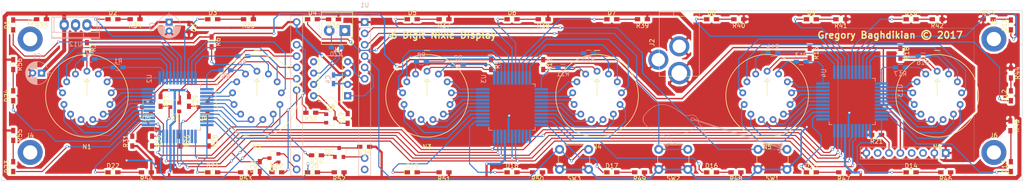
<source format=kicad_pcb>
(kicad_pcb (version 4) (host pcbnew 4.0.7)
  (layers (0 F.Cu signal) (31 B.Cu signal) (34 B.Paste user) (35 F.Paste user) (36 B.SilkS user) (37 F.SilkS user) (38 B.Mask user hide) (39 F.Mask user hide) (44 Edge.Cuts user))
  (net 0 "")
  (net 1 +12V)
  (net 2 GND)
  (net 3 +5V)
  (net 4 "Net-(N1-Pad1)")
  (net 5 "Net-(N1-Pad13)")
  (net 6 N1_NUM_0)
  (net 7 N1_NUM_1)
  (net 8 N1_NUM_2)
  (net 9 N1_NUM_3)
  (net 10 N1_NUM_4)
  (net 11 N1_NUM_5)
  (net 12 N1_NUM_6)
  (net 13 N1_NUM_7)
  (net 14 N1_NUM_8)
  (net 15 N1_NUM_9)
  (net 16 "Net-(N1-Pad2)")
  (net 17 "Net-(N2-Pad1)")
  (net 18 "Net-(N2-Pad13)")
  (net 19 N2_NUM_0)
  (net 20 N2_NUM_1)
  (net 21 N2_NUM_2)
  (net 22 N2_NUM_3)
  (net 23 N2_NUM_4)
  (net 24 N2_NUM_5)
  (net 25 N2_NUM_6)
  (net 26 N2_NUM_7)
  (net 27 N2_NUM_8)
  (net 28 N2_NUM_9)
  (net 29 "Net-(N2-Pad2)")
  (net 30 "Net-(N3-Pad1)")
  (net 31 "Net-(N3-Pad13)")
  (net 32 N3_NUM_0)
  (net 33 N3_NUM_1)
  (net 34 N3_NUM_2)
  (net 35 N3_NUM_3)
  (net 36 N3_NUM_4)
  (net 37 N3_NUM_5)
  (net 38 N3_NUM_6)
  (net 39 N3_NUM_7)
  (net 40 N3_NUM_8)
  (net 41 N3_NUM_9)
  (net 42 "Net-(N3-Pad2)")
  (net 43 "Net-(N4-Pad1)")
  (net 44 "Net-(N4-Pad13)")
  (net 45 N4_NUM_0)
  (net 46 N4_NUM_1)
  (net 47 N4_NUM_2)
  (net 48 N4_NUM_3)
  (net 49 N4_NUM_4)
  (net 50 N4_NUM_5)
  (net 51 N4_NUM_6)
  (net 52 N4_NUM_7)
  (net 53 N4_NUM_8)
  (net 54 N4_NUM_9)
  (net 55 "Net-(N4-Pad2)")
  (net 56 "Net-(N5-Pad1)")
  (net 57 "Net-(N5-Pad13)")
  (net 58 N5_NUM_0)
  (net 59 N5_NUM_1)
  (net 60 N5_NUM_2)
  (net 61 N5_NUM_3)
  (net 62 N5_NUM_4)
  (net 63 N5_NUM_5)
  (net 64 N5_NUM_6)
  (net 65 N5_NUM_7)
  (net 66 N5_NUM_8)
  (net 67 N5_NUM_9)
  (net 68 "Net-(N5-Pad2)")
  (net 69 "Net-(N6-Pad1)")
  (net 70 "Net-(N6-Pad13)")
  (net 71 N6_NUM_0)
  (net 72 N6_NUM_1)
  (net 73 N6_NUM_2)
  (net 74 N6_NUM_3)
  (net 75 N6_NUM_4)
  (net 76 N6_NUM_5)
  (net 77 N6_NUM_6)
  (net 78 N6_NUM_7)
  (net 79 N6_NUM_8)
  (net 80 N6_NUM_9)
  (net 81 "Net-(N6-Pad2)")
  (net 82 "Net-(Q1-Pad1)")
  (net 83 "Net-(Q2-Pad1)")
  (net 84 "Net-(Q3-Pad1)")
  (net 85 "Net-(Q4-Pad1)")
  (net 86 "Net-(Q5-Pad1)")
  (net 87 "Net-(Q6-Pad1)")
  (net 88 "Net-(Q6-Pad3)")
  (net 89 N1_DOT_RIGHT)
  (net 90 N1_DOT_LEFT)
  (net 91 N2_DOT_RIGHT)
  (net 92 N2_DOT_LEFT)
  (net 93 N3_DOT_RIGHT)
  (net 94 N3_DOT_LEFT)
  (net 95 N4_DOT_RIGHT)
  (net 96 N4_DOT_LEFT)
  (net 97 N5_DOT_RIGHT)
  (net 98 N5_DOT_LEFT)
  (net 99 N6_DOT_RIGHT)
  (net 100 N6_DOT_LEFT)
  (net 101 "Net-(R21-Pad1)")
  (net 102 +3V3)
  (net 103 /SR_CLK)
  (net 104 /SR_DATA)
  (net 105 /SR_LATCH)
  (net 106 /SR_POL)
  (net 107 /SR_BLANK)
  (net 108 /CAN_STBY)
  (net 109 "Net-(U2-Pad24)")
  (net 110 "Net-(U2-Pad25)")
  (net 111 "Net-(U2-Pad26)")
  (net 112 "Net-(U2-Pad34)")
  (net 113 "Net-(U3-Pad24)")
  (net 114 "Net-(U3-Pad25)")
  (net 115 "Net-(U3-Pad26)")
  (net 116 "Net-(U3-Pad34)")
  (net 117 "Net-(U4-Pad23)")
  (net 118 "Net-(U4-Pad24)")
  (net 119 "Net-(U4-Pad25)")
  (net 120 "Net-(U4-Pad26)")
  (net 121 "Net-(U4-Pad34)")
  (net 122 /CAN_TX)
  (net 123 /CAN_RX)
  (net 124 "Net-(U13-Pad3)")
  (net 125 "Net-(U13-Pad4)")
  (net 126 "Net-(U13-Pad7)")
  (net 127 "Net-(U1-Pad14)")
  (net 128 "Net-(U1-Pad12)")
  (net 129 LED_0)
  (net 130 "Net-(D1-Pad2)")
  (net 131 LED_1)
  (net 132 "Net-(D2-Pad2)")
  (net 133 LED_2)
  (net 134 "Net-(D3-Pad2)")
  (net 135 LED_3)
  (net 136 "Net-(D4-Pad2)")
  (net 137 LED_4)
  (net 138 "Net-(D5-Pad2)")
  (net 139 LED_5)
  (net 140 "Net-(D6-Pad2)")
  (net 141 LED_6)
  (net 142 "Net-(D7-Pad2)")
  (net 143 LED_7)
  (net 144 "Net-(D8-Pad2)")
  (net 145 LED_8)
  (net 146 "Net-(D9-Pad2)")
  (net 147 LED_9)
  (net 148 "Net-(D10-Pad2)")
  (net 149 LED_10)
  (net 150 "Net-(D11-Pad2)")
  (net 151 LED_11)
  (net 152 "Net-(D12-Pad2)")
  (net 153 LED_12)
  (net 154 "Net-(D13-Pad2)")
  (net 155 LED_13)
  (net 156 "Net-(D14-Pad2)")
  (net 157 LED_14)
  (net 158 "Net-(D15-Pad2)")
  (net 159 LED_15)
  (net 160 "Net-(D16-Pad2)")
  (net 161 LED_16)
  (net 162 "Net-(D17-Pad2)")
  (net 163 LED_17)
  (net 164 "Net-(D18-Pad2)")
  (net 165 LED_18)
  (net 166 "Net-(D19-Pad2)")
  (net 167 LED_19)
  (net 168 "Net-(D20-Pad2)")
  (net 169 LED_20)
  (net 170 "Net-(D21-Pad2)")
  (net 171 LED_21)
  (net 172 "Net-(D22-Pad2)")
  (net 173 LED_22)
  (net 174 "Net-(D23-Pad2)")
  (net 175 LED_23)
  (net 176 "Net-(D24-Pad2)")
  (net 177 /170HV)
  (net 178 /can/CAN+)
  (net 179 /can/CAN-)
  (net 180 "Net-(SW1-Pad2)")
  (net 181 "Net-(SW2-Pad2)")
  (net 182 "Net-(SW3-Pad2)")
  (net 183 /SR_CLK_12V)
  (net 184 /SR_DATA_12V)
  (net 185 /SR_LATCH_12V)
  (net 186 /SR_POL_12V)
  (net 187 /SR_BLANK_12V)
  (net 188 /shift_registers/DATA_1_2)
  (net 189 /shift_registers/DATA_2_3)
  (net 190 "Net-(U5-Pad5)")
  (net 191 "Net-(J3-Pad1)")
  (net 192 "Net-(J4-Pad1)")
  (net 193 "Net-(J5-Pad1)")
  (net 194 "Net-(J6-Pad1)")
  (module tubes:laser_kiwi (layer B.Cu) (at 192.786 70.104 177)
    (fp_text reference G*** hide)
    (fp_text value LOGO hide)
  )
  (module Capacitors_SMD:C_0603_HandSoldering (layer F.Cu) (at 75.565 50.165 270)
    (fp_text reference C3 (at 0 -1.25 270) (layer F.SilkS))
    (fp_text value 0.1uF)
    (pad 1 smd rect (at -0.95 0 270) (size 1.2 0.75) (layers F.Cu F.Paste F.Mask) (net 3 +5V))
    (pad 2 smd rect (at 0.95 0 270) (size 1.2 0.75) (layers F.Cu F.Paste F.Mask) (net 2 GND))
  )
  (module Capacitors_SMD:C_0603_HandSoldering (layer B.Cu) (at 107.95 61.722 270)
    (fp_text reference C4 (at 0 1.25 270) (layer B.SilkS) (effects (justify mirror)))
    (fp_text value 0.1uF)
    (pad 1 smd rect (at -0.95 0 270) (size 1.2 0.75) (layers B.Cu B.Paste B.Mask) (net 3 +5V))
    (pad 2 smd rect (at 0.95 0 270) (size 1.2 0.75) (layers B.Cu B.Paste B.Mask) (net 2 GND))
  )
  (module Mounting_Holes:MountingHole_3.2mm_M3_DIN965_Pad (layer F.Cu) (at 255.905 78.105)
    (fp_text reference J6 (at 0 -3.8) (layer F.SilkS))
    (fp_text value Conn_01x01_Male)
    (pad 1 thru_hole circle (at 0 0) (size 5.6 5.6) (drill 3.2) (layers *.Cu *.Mask) (net 194 "Net-(J6-Pad1)"))
  )
  (module Mounting_Holes:MountingHole_3.2mm_M3_DIN965_Pad (layer F.Cu) (at 255.905 52.705)
    (fp_text reference J5 (at 0 -3.8) (layer F.SilkS))
    (fp_text value Conn_01x01_Male)
    (pad 1 thru_hole circle (at 0 0) (size 5.6 5.6) (drill 3.2) (layers *.Cu *.Mask) (net 193 "Net-(J5-Pad1)"))
  )
  (module Mounting_Holes:MountingHole_3.2mm_M3_DIN965_Pad (layer F.Cu) (at 40.005 78.105)
    (fp_text reference J4 (at 0 -3.8) (layer F.SilkS))
    (fp_text value Conn_01x01_Male)
    (pad 1 thru_hole circle (at 0 0) (size 5.6 5.6) (drill 3.2) (layers *.Cu *.Mask) (net 192 "Net-(J4-Pad1)"))
  )
  (module Mounting_Holes:MountingHole_3.2mm_M3_DIN965_Pad (layer F.Cu) (at 40.005 52.705)
    (fp_text reference J3 (at 0 -3.8) (layer F.SilkS))
    (fp_text value Conn_01x01_Male)
    (pad 1 thru_hole circle (at 0 0) (size 5.6 5.6) (drill 3.2) (layers *.Cu *.Mask) (net 191 "Net-(J3-Pad1)"))
  )
  (module Housings_DIP:DIP-8_W7.62mm (layer F.Cu) (at 111.125 65.405 180)
    (fp_text reference U5 (at 3.81 -2.33 180) (layer F.SilkS))
    (fp_text value MCP2561-H/P)
    (pad 1 thru_hole rect (at 0 0 180) (size 1.6 1.6) (drill 0.8) (layers *.Cu *.Mask) (net 122 /CAN_TX))
    (pad 5 thru_hole oval (at 7.62 7.62 180) (size 1.6 1.6) (drill 0.8) (layers *.Cu *.Mask) (net 190 "Net-(U5-Pad5)"))
    (pad 2 thru_hole oval (at 0 2.54 180) (size 1.6 1.6) (drill 0.8) (layers *.Cu *.Mask) (net 2 GND))
    (pad 6 thru_hole oval (at 7.62 5.08 180) (size 1.6 1.6) (drill 0.8) (layers *.Cu *.Mask) (net 179 /can/CAN-))
    (pad 3 thru_hole oval (at 0 5.08 180) (size 1.6 1.6) (drill 0.8) (layers *.Cu *.Mask) (net 3 +5V))
    (pad 7 thru_hole oval (at 7.62 2.54 180) (size 1.6 1.6) (drill 0.8) (layers *.Cu *.Mask) (net 178 /can/CAN+))
    (pad 4 thru_hole oval (at 0 7.62 180) (size 1.6 1.6) (drill 0.8) (layers *.Cu *.Mask) (net 123 /CAN_RX))
    (pad 8 thru_hole oval (at 7.62 0 180) (size 1.6 1.6) (drill 0.8) (layers *.Cu *.Mask) (net 88 "Net-(Q6-Pad3)"))
  )
  (module tubes:barrel_jack (layer F.Cu) (at 185.42 60.325 90)
    (fp_text reference J2 (at 6.858 -6.096 90) (layer F.SilkS))
    (fp_text value Barrel_Jack)
    (pad 2 thru_hole circle (at 6 0 90) (size 4.5 4.5) (drill 3) (layers *.Cu *.Mask) (net 2 GND))
    (pad 3 thru_hole circle (at 3 -4.7 90) (size 4.5 4.5) (drill 3) (layers *.Cu *.Mask) (net 2 GND))
    (pad 1 thru_hole circle (at 0 0 90) (size 5 5) (drill 3.5) (layers *.Cu *.Mask) (net 1 +12V))
  )
  (module Capacitors_THT:CP_Radial_D5.0mm_P2.00mm (layer B.Cu) (at 71.12 48.895 270)
    (fp_text reference C2 (at 1 3.81 270) (layer B.SilkS) (effects (justify mirror)))
    (fp_text value 10uF)
    (pad 1 thru_hole rect (at 0 0 270) (size 1.6 1.6) (drill 0.8) (layers *.Cu *.Mask) (net 3 +5V))
    (pad 2 thru_hole circle (at 2 0 270) (size 1.6 1.6) (drill 0.8) (layers *.Cu *.Mask) (net 2 GND))
  )
  (module Capacitors_THT:CP_Radial_D5.0mm_P2.00mm (layer B.Cu) (at 42.545 60.325 180)
    (fp_text reference C1 (at 1 3.81 180) (layer B.SilkS) (effects (justify mirror)))
    (fp_text value 10uF)
    (pad 1 thru_hole rect (at 0 0 180) (size 1.6 1.6) (drill 0.8) (layers *.Cu *.Mask) (net 1 +12V))
    (pad 2 thru_hole circle (at 2 0 180) (size 1.6 1.6) (drill 0.8) (layers *.Cu *.Mask) (net 2 GND))
  )
  (module Connectors_Terminal_Blocks:TerminalBlock_Pheonix_PT-3.5mm_2pol (layer F.Cu) (at 110.49 50.8 180)
    (fp_text reference J1 (at 1.75 -4.3 180) (layer F.SilkS))
    (fp_text value Screw_Terminal_1x02)
    (pad 2 thru_hole circle (at 3.5 0 180) (size 2.4 2.4) (drill 1.2) (layers *.Cu *.Mask) (net 179 /can/CAN-))
    (pad 1 thru_hole rect (at 0 0 180) (size 2.4 2.4) (drill 1.2) (layers *.Cu *.Mask) (net 178 /can/CAN+))
  )
  (module tubes:in-14 (layer F.Cu) (at 128.905 65.405)
    (fp_text reference N3 (at 0 11.43) (layer F.SilkS))
    (fp_text value IN-14)
    (pad 1 thru_hole circle (at 0 -5.5) (size 1.524 1.524) (drill 0.762) (layers *.Cu *.Mask) (net 30 "Net-(N3-Pad1)"))
    (pad 13 thru_hole circle (at 2.56 -4.87) (size 1.524 1.524) (drill 0.762) (layers *.Cu *.Mask) (net 31 "Net-(N3-Pad13)"))
    (pad 12 thru_hole circle (at 4.53 -3.12) (size 1.524 1.524) (drill 0.762) (layers *.Cu *.Mask) (net 32 N3_NUM_0))
    (pad 11 thru_hole circle (at 5.46 -0.66) (size 1.524 1.524) (drill 0.762) (layers *.Cu *.Mask) (net 41 N3_NUM_9))
    (pad 10 thru_hole circle (at 5.14 1.95) (size 1.524 1.524) (drill 0.762) (layers *.Cu *.Mask) (net 40 N3_NUM_8))
    (pad 9 thru_hole circle (at 3.65 4.12) (size 1.524 1.524) (drill 0.762) (layers *.Cu *.Mask) (net 39 N3_NUM_7))
    (pad 8 thru_hole circle (at 1.32 5.34) (size 1.524 1.524) (drill 0.762) (layers *.Cu *.Mask) (net 38 N3_NUM_6))
    (pad 7 thru_hole circle (at -1.32 5.34) (size 1.524 1.524) (drill 0.762) (layers *.Cu *.Mask) (net 37 N3_NUM_5))
    (pad 6 thru_hole circle (at -3.65 4.12) (size 1.524 1.524) (drill 0.762) (layers *.Cu *.Mask) (net 36 N3_NUM_4))
    (pad 5 thru_hole circle (at -5.14 1.95) (size 1.524 1.524) (drill 0.762) (layers *.Cu *.Mask) (net 35 N3_NUM_3))
    (pad 4 thru_hole circle (at -5.46 -0.66) (size 1.524 1.524) (drill 0.762) (layers *.Cu *.Mask) (net 34 N3_NUM_2))
    (pad 3 thru_hole circle (at -4.53 -3.12) (size 1.524 1.524) (drill 0.762) (layers *.Cu *.Mask) (net 33 N3_NUM_1))
    (pad 2 thru_hole circle (at -2.56 -4.87) (size 1.524 1.524) (drill 0.762) (layers *.Cu *.Mask) (net 42 "Net-(N3-Pad2)"))
  )
  (module tubes:in-14 (layer F.Cu) (at 167.005 65.405)
    (fp_text reference N4 (at 0 11.43) (layer F.SilkS))
    (fp_text value IN-14)
    (pad 1 thru_hole circle (at 0 -5.5) (size 1.524 1.524) (drill 0.762) (layers *.Cu *.Mask) (net 43 "Net-(N4-Pad1)"))
    (pad 13 thru_hole circle (at 2.56 -4.87) (size 1.524 1.524) (drill 0.762) (layers *.Cu *.Mask) (net 44 "Net-(N4-Pad13)"))
    (pad 12 thru_hole circle (at 4.53 -3.12) (size 1.524 1.524) (drill 0.762) (layers *.Cu *.Mask) (net 45 N4_NUM_0))
    (pad 11 thru_hole circle (at 5.46 -0.66) (size 1.524 1.524) (drill 0.762) (layers *.Cu *.Mask) (net 54 N4_NUM_9))
    (pad 10 thru_hole circle (at 5.14 1.95) (size 1.524 1.524) (drill 0.762) (layers *.Cu *.Mask) (net 53 N4_NUM_8))
    (pad 9 thru_hole circle (at 3.65 4.12) (size 1.524 1.524) (drill 0.762) (layers *.Cu *.Mask) (net 52 N4_NUM_7))
    (pad 8 thru_hole circle (at 1.32 5.34) (size 1.524 1.524) (drill 0.762) (layers *.Cu *.Mask) (net 51 N4_NUM_6))
    (pad 7 thru_hole circle (at -1.32 5.34) (size 1.524 1.524) (drill 0.762) (layers *.Cu *.Mask) (net 50 N4_NUM_5))
    (pad 6 thru_hole circle (at -3.65 4.12) (size 1.524 1.524) (drill 0.762) (layers *.Cu *.Mask) (net 49 N4_NUM_4))
    (pad 5 thru_hole circle (at -5.14 1.95) (size 1.524 1.524) (drill 0.762) (layers *.Cu *.Mask) (net 48 N4_NUM_3))
    (pad 4 thru_hole circle (at -5.46 -0.66) (size 1.524 1.524) (drill 0.762) (layers *.Cu *.Mask) (net 47 N4_NUM_2))
    (pad 3 thru_hole circle (at -4.53 -3.12) (size 1.524 1.524) (drill 0.762) (layers *.Cu *.Mask) (net 46 N4_NUM_1))
    (pad 2 thru_hole circle (at -2.56 -4.87) (size 1.524 1.524) (drill 0.762) (layers *.Cu *.Mask) (net 55 "Net-(N4-Pad2)"))
  )
  (module tubes:in-14 (layer F.Cu) (at 205.105 65.405)
    (fp_text reference N5 (at 0 11.43) (layer F.SilkS))
    (fp_text value IN-14)
    (pad 1 thru_hole circle (at 0 -5.5) (size 1.524 1.524) (drill 0.762) (layers *.Cu *.Mask) (net 56 "Net-(N5-Pad1)"))
    (pad 13 thru_hole circle (at 2.56 -4.87) (size 1.524 1.524) (drill 0.762) (layers *.Cu *.Mask) (net 57 "Net-(N5-Pad13)"))
    (pad 12 thru_hole circle (at 4.53 -3.12) (size 1.524 1.524) (drill 0.762) (layers *.Cu *.Mask) (net 58 N5_NUM_0))
    (pad 11 thru_hole circle (at 5.46 -0.66) (size 1.524 1.524) (drill 0.762) (layers *.Cu *.Mask) (net 67 N5_NUM_9))
    (pad 10 thru_hole circle (at 5.14 1.95) (size 1.524 1.524) (drill 0.762) (layers *.Cu *.Mask) (net 66 N5_NUM_8))
    (pad 9 thru_hole circle (at 3.65 4.12) (size 1.524 1.524) (drill 0.762) (layers *.Cu *.Mask) (net 65 N5_NUM_7))
    (pad 8 thru_hole circle (at 1.32 5.34) (size 1.524 1.524) (drill 0.762) (layers *.Cu *.Mask) (net 64 N5_NUM_6))
    (pad 7 thru_hole circle (at -1.32 5.34) (size 1.524 1.524) (drill 0.762) (layers *.Cu *.Mask) (net 63 N5_NUM_5))
    (pad 6 thru_hole circle (at -3.65 4.12) (size 1.524 1.524) (drill 0.762) (layers *.Cu *.Mask) (net 62 N5_NUM_4))
    (pad 5 thru_hole circle (at -5.14 1.95) (size 1.524 1.524) (drill 0.762) (layers *.Cu *.Mask) (net 61 N5_NUM_3))
    (pad 4 thru_hole circle (at -5.46 -0.66) (size 1.524 1.524) (drill 0.762) (layers *.Cu *.Mask) (net 60 N5_NUM_2))
    (pad 3 thru_hole circle (at -4.53 -3.12) (size 1.524 1.524) (drill 0.762) (layers *.Cu *.Mask) (net 59 N5_NUM_1))
    (pad 2 thru_hole circle (at -2.56 -4.87) (size 1.524 1.524) (drill 0.762) (layers *.Cu *.Mask) (net 68 "Net-(N5-Pad2)"))
  )
  (module tubes:in-14 (layer F.Cu) (at 243.205 65.405)
    (fp_text reference N6 (at 0 11.43) (layer F.SilkS))
    (fp_text value IN-14)
    (pad 1 thru_hole circle (at 0 -5.5) (size 1.524 1.524) (drill 0.762) (layers *.Cu *.Mask) (net 69 "Net-(N6-Pad1)"))
    (pad 13 thru_hole circle (at 2.56 -4.87) (size 1.524 1.524) (drill 0.762) (layers *.Cu *.Mask) (net 70 "Net-(N6-Pad13)"))
    (pad 12 thru_hole circle (at 4.53 -3.12) (size 1.524 1.524) (drill 0.762) (layers *.Cu *.Mask) (net 71 N6_NUM_0))
    (pad 11 thru_hole circle (at 5.46 -0.66) (size 1.524 1.524) (drill 0.762) (layers *.Cu *.Mask) (net 80 N6_NUM_9))
    (pad 10 thru_hole circle (at 5.14 1.95) (size 1.524 1.524) (drill 0.762) (layers *.Cu *.Mask) (net 79 N6_NUM_8))
    (pad 9 thru_hole circle (at 3.65 4.12) (size 1.524 1.524) (drill 0.762) (layers *.Cu *.Mask) (net 78 N6_NUM_7))
    (pad 8 thru_hole circle (at 1.32 5.34) (size 1.524 1.524) (drill 0.762) (layers *.Cu *.Mask) (net 77 N6_NUM_6))
    (pad 7 thru_hole circle (at -1.32 5.34) (size 1.524 1.524) (drill 0.762) (layers *.Cu *.Mask) (net 76 N6_NUM_5))
    (pad 6 thru_hole circle (at -3.65 4.12) (size 1.524 1.524) (drill 0.762) (layers *.Cu *.Mask) (net 75 N6_NUM_4))
    (pad 5 thru_hole circle (at -5.14 1.95) (size 1.524 1.524) (drill 0.762) (layers *.Cu *.Mask) (net 74 N6_NUM_3))
    (pad 4 thru_hole circle (at -5.46 -0.66) (size 1.524 1.524) (drill 0.762) (layers *.Cu *.Mask) (net 73 N6_NUM_2))
    (pad 3 thru_hole circle (at -4.53 -3.12) (size 1.524 1.524) (drill 0.762) (layers *.Cu *.Mask) (net 72 N6_NUM_1))
    (pad 2 thru_hole circle (at -2.56 -4.87) (size 1.524 1.524) (drill 0.762) (layers *.Cu *.Mask) (net 81 "Net-(N6-Pad2)"))
  )
  (module TO_SOT_Packages_SMD:SOT-23 (layer F.Cu) (at 94.615 79.375 180)
    (fp_text reference Q1 (at 0 -2.5 180) (layer F.SilkS))
    (fp_text value MMBT3904)
    (pad 1 smd rect (at -1 -0.95 180) (size 0.9 0.8) (layers F.Cu F.Paste F.Mask) (net 82 "Net-(Q1-Pad1)"))
    (pad 2 smd rect (at -1 0.95 180) (size 0.9 0.8) (layers F.Cu F.Paste F.Mask) (net 103 /SR_CLK))
    (pad 3 smd rect (at 1 0 180) (size 0.9 0.8) (layers F.Cu F.Paste F.Mask) (net 183 /SR_CLK_12V))
  )
  (module TO_SOT_Packages_SMD:SOT-23 (layer F.Cu) (at 109.22 78.105 90)
    (fp_text reference Q2 (at 0 -2.5 90) (layer F.SilkS))
    (fp_text value MMBT3904)
    (pad 1 smd rect (at -1 -0.95 90) (size 0.9 0.8) (layers F.Cu F.Paste F.Mask) (net 83 "Net-(Q2-Pad1)"))
    (pad 2 smd rect (at -1 0.95 90) (size 0.9 0.8) (layers F.Cu F.Paste F.Mask) (net 104 /SR_DATA))
    (pad 3 smd rect (at 1 0 90) (size 0.9 0.8) (layers F.Cu F.Paste F.Mask) (net 184 /SR_DATA_12V))
  )
  (module TO_SOT_Packages_SMD:SOT-23 (layer F.Cu) (at 72.39 67.945 180)
    (fp_text reference Q3 (at 0 -2.5 180) (layer F.SilkS))
    (fp_text value MMBT3904)
    (pad 1 smd rect (at -1 -0.95 180) (size 0.9 0.8) (layers F.Cu F.Paste F.Mask) (net 84 "Net-(Q3-Pad1)"))
    (pad 2 smd rect (at -1 0.95 180) (size 0.9 0.8) (layers F.Cu F.Paste F.Mask) (net 105 /SR_LATCH))
    (pad 3 smd rect (at 1 0 180) (size 0.9 0.8) (layers F.Cu F.Paste F.Mask) (net 185 /SR_LATCH_12V))
  )
  (module TO_SOT_Packages_SMD:SOT-23 (layer F.Cu) (at 78.74 67.945 180)
    (fp_text reference Q4 (at 0 -2.5 180) (layer F.SilkS))
    (fp_text value MMBT3904)
    (pad 1 smd rect (at -1 -0.95 180) (size 0.9 0.8) (layers F.Cu F.Paste F.Mask) (net 85 "Net-(Q4-Pad1)"))
    (pad 2 smd rect (at -1 0.95 180) (size 0.9 0.8) (layers F.Cu F.Paste F.Mask) (net 106 /SR_POL))
    (pad 3 smd rect (at 1 0 180) (size 0.9 0.8) (layers F.Cu F.Paste F.Mask) (net 186 /SR_POL_12V))
  )
  (module TO_SOT_Packages_SMD:SOT-23 (layer F.Cu) (at 66.04 67.945 180)
    (fp_text reference Q5 (at 0 -2.5 180) (layer F.SilkS))
    (fp_text value MMBT3904)
    (pad 1 smd rect (at -1 -0.95 180) (size 0.9 0.8) (layers F.Cu F.Paste F.Mask) (net 86 "Net-(Q5-Pad1)"))
    (pad 2 smd rect (at -1 0.95 180) (size 0.9 0.8) (layers F.Cu F.Paste F.Mask) (net 107 /SR_BLANK))
    (pad 3 smd rect (at 1 0 180) (size 0.9 0.8) (layers F.Cu F.Paste F.Mask) (net 187 /SR_BLANK_12V))
  )
  (module TO_SOT_Packages_SMD:SOT-23 (layer F.Cu) (at 107.315 70.485)
    (fp_text reference Q6 (at 0 -2.5) (layer F.SilkS))
    (fp_text value MMBT3904)
    (pad 1 smd rect (at -1 -0.95) (size 0.9 0.8) (layers F.Cu F.Paste F.Mask) (net 87 "Net-(Q6-Pad1)"))
    (pad 2 smd rect (at -1 0.95) (size 0.9 0.8) (layers F.Cu F.Paste F.Mask) (net 108 /CAN_STBY))
    (pad 3 smd rect (at 1 0) (size 0.9 0.8) (layers F.Cu F.Paste F.Mask) (net 88 "Net-(Q6-Pad3)"))
  )
  (module Buttons_Switches_THT:SW_PUSH_6mm (layer F.Cu) (at 209.55 81.915 180)
    (fp_text reference SW1 (at 3.25 -2 180) (layer F.SilkS))
    (fp_text value SW_Push)
    (pad 2 thru_hole circle (at 0 4.5 270) (size 2 2) (drill 1.1) (layers *.Cu *.Mask) (net 180 "Net-(SW1-Pad2)"))
    (pad 1 thru_hole circle (at 0 0 270) (size 2 2) (drill 1.1) (layers *.Cu *.Mask) (net 2 GND))
    (pad 2 thru_hole circle (at 6.5 4.5 270) (size 2 2) (drill 1.1) (layers *.Cu *.Mask) (net 180 "Net-(SW1-Pad2)"))
    (pad 1 thru_hole circle (at 6.5 0 270) (size 2 2) (drill 1.1) (layers *.Cu *.Mask) (net 2 GND))
  )
  (module Buttons_Switches_THT:SW_PUSH_6mm (layer F.Cu) (at 187.325 81.915 180)
    (fp_text reference SW2 (at 3.25 -2 180) (layer F.SilkS))
    (fp_text value SW_Push)
    (pad 2 thru_hole circle (at 0 4.5 270) (size 2 2) (drill 1.1) (layers *.Cu *.Mask) (net 181 "Net-(SW2-Pad2)"))
    (pad 1 thru_hole circle (at 0 0 270) (size 2 2) (drill 1.1) (layers *.Cu *.Mask) (net 2 GND))
    (pad 2 thru_hole circle (at 6.5 4.5 270) (size 2 2) (drill 1.1) (layers *.Cu *.Mask) (net 181 "Net-(SW2-Pad2)"))
    (pad 1 thru_hole circle (at 6.5 0 270) (size 2 2) (drill 1.1) (layers *.Cu *.Mask) (net 2 GND))
  )
  (module Buttons_Switches_THT:SW_PUSH_6mm (layer F.Cu) (at 165.1 81.915 180)
    (fp_text reference SW3 (at 3.25 -2 180) (layer F.SilkS))
    (fp_text value SW_Push)
    (pad 2 thru_hole circle (at 0 4.5 270) (size 2 2) (drill 1.1) (layers *.Cu *.Mask) (net 182 "Net-(SW3-Pad2)"))
    (pad 1 thru_hole circle (at 0 0 270) (size 2 2) (drill 1.1) (layers *.Cu *.Mask) (net 2 GND))
    (pad 2 thru_hole circle (at 6.5 4.5 270) (size 2 2) (drill 1.1) (layers *.Cu *.Mask) (net 182 "Net-(SW3-Pad2)"))
    (pad 1 thru_hole circle (at 6.5 0 270) (size 2 2) (drill 1.1) (layers *.Cu *.Mask) (net 2 GND))
  )
  (module tubes:in-14 (layer F.Cu) (at 52.705 65.405)
    (fp_text reference N1 (at 0 11.43) (layer F.SilkS))
    (fp_text value IN-14)
    (pad 1 thru_hole circle (at 0 -5.5) (size 1.524 1.524) (drill 0.762) (layers *.Cu *.Mask) (net 4 "Net-(N1-Pad1)"))
    (pad 13 thru_hole circle (at 2.56 -4.87) (size 1.524 1.524) (drill 0.762) (layers *.Cu *.Mask) (net 5 "Net-(N1-Pad13)"))
    (pad 12 thru_hole circle (at 4.53 -3.12) (size 1.524 1.524) (drill 0.762) (layers *.Cu *.Mask) (net 6 N1_NUM_0))
    (pad 11 thru_hole circle (at 5.46 -0.66) (size 1.524 1.524) (drill 0.762) (layers *.Cu *.Mask) (net 15 N1_NUM_9))
    (pad 10 thru_hole circle (at 5.14 1.95) (size 1.524 1.524) (drill 0.762) (layers *.Cu *.Mask) (net 14 N1_NUM_8))
    (pad 9 thru_hole circle (at 3.65 4.12) (size 1.524 1.524) (drill 0.762) (layers *.Cu *.Mask) (net 13 N1_NUM_7))
    (pad 8 thru_hole circle (at 1.32 5.34) (size 1.524 1.524) (drill 0.762) (layers *.Cu *.Mask) (net 12 N1_NUM_6))
    (pad 7 thru_hole circle (at -1.32 5.34) (size 1.524 1.524) (drill 0.762) (layers *.Cu *.Mask) (net 11 N1_NUM_5))
    (pad 6 thru_hole circle (at -3.65 4.12) (size 1.524 1.524) (drill 0.762) (layers *.Cu *.Mask) (net 10 N1_NUM_4))
    (pad 5 thru_hole circle (at -5.14 1.95) (size 1.524 1.524) (drill 0.762) (layers *.Cu *.Mask) (net 9 N1_NUM_3))
    (pad 4 thru_hole circle (at -5.46 -0.66) (size 1.524 1.524) (drill 0.762) (layers *.Cu *.Mask) (net 8 N1_NUM_2))
    (pad 3 thru_hole circle (at -4.53 -3.12) (size 1.524 1.524) (drill 0.762) (layers *.Cu *.Mask) (net 7 N1_NUM_1))
    (pad 2 thru_hole circle (at -2.56 -4.87) (size 1.524 1.524) (drill 0.762) (layers *.Cu *.Mask) (net 16 "Net-(N1-Pad2)"))
  )
  (module tubes:in-14 (layer F.Cu) (at 90.805 65.405)
    (fp_text reference N2 (at 0 11.43) (layer F.SilkS))
    (fp_text value IN-14)
    (pad 1 thru_hole circle (at 0 -5.5) (size 1.524 1.524) (drill 0.762) (layers *.Cu *.Mask) (net 17 "Net-(N2-Pad1)"))
    (pad 13 thru_hole circle (at 2.56 -4.87) (size 1.524 1.524) (drill 0.762) (layers *.Cu *.Mask) (net 18 "Net-(N2-Pad13)"))
    (pad 12 thru_hole circle (at 4.53 -3.12) (size 1.524 1.524) (drill 0.762) (layers *.Cu *.Mask) (net 19 N2_NUM_0))
    (pad 11 thru_hole circle (at 5.46 -0.66) (size 1.524 1.524) (drill 0.762) (layers *.Cu *.Mask) (net 28 N2_NUM_9))
    (pad 10 thru_hole circle (at 5.14 1.95) (size 1.524 1.524) (drill 0.762) (layers *.Cu *.Mask) (net 27 N2_NUM_8))
    (pad 9 thru_hole circle (at 3.65 4.12) (size 1.524 1.524) (drill 0.762) (layers *.Cu *.Mask) (net 26 N2_NUM_7))
    (pad 8 thru_hole circle (at 1.32 5.34) (size 1.524 1.524) (drill 0.762) (layers *.Cu *.Mask) (net 25 N2_NUM_6))
    (pad 7 thru_hole circle (at -1.32 5.34) (size 1.524 1.524) (drill 0.762) (layers *.Cu *.Mask) (net 24 N2_NUM_5))
    (pad 6 thru_hole circle (at -3.65 4.12) (size 1.524 1.524) (drill 0.762) (layers *.Cu *.Mask) (net 23 N2_NUM_4))
    (pad 5 thru_hole circle (at -5.14 1.95) (size 1.524 1.524) (drill 0.762) (layers *.Cu *.Mask) (net 22 N2_NUM_3))
    (pad 4 thru_hole circle (at -5.46 -0.66) (size 1.524 1.524) (drill 0.762) (layers *.Cu *.Mask) (net 21 N2_NUM_2))
    (pad 3 thru_hole circle (at -4.53 -3.12) (size 1.524 1.524) (drill 0.762) (layers *.Cu *.Mask) (net 20 N2_NUM_1))
    (pad 2 thru_hole circle (at -2.56 -4.87) (size 1.524 1.524) (drill 0.762) (layers *.Cu *.Mask) (net 29 "Net-(N2-Pad2)"))
  )
  (module tubes:LQFP-44_Gullwing (layer B.Cu) (at 73.025 67.945 270)
    (fp_text reference U2 (at -6.35 6.35 270) (layer B.SilkS) (effects (justify mirror)))
    (fp_text value HV5622PG)
    (pad 1 smd rect (at -6.5485 4 270) (size 3 0.56) (layers B.Cu B.Paste B.Mask) (net 6 N1_NUM_0))
    (pad 2 smd rect (at -6.5485 3.2 270) (size 3 0.56) (layers B.Cu B.Paste B.Mask) (net 89 N1_DOT_RIGHT))
    (pad 3 smd rect (at -6.5485 2.4 270) (size 3 0.56) (layers B.Cu B.Paste B.Mask) (net 90 N1_DOT_LEFT))
    (pad 4 smd rect (at -6.5485 1.6 270) (size 3 0.56) (layers B.Cu B.Paste B.Mask) (net 7 N1_NUM_1))
    (pad 5 smd rect (at -6.5485 0.8 270) (size 3 0.56) (layers B.Cu B.Paste B.Mask) (net 8 N1_NUM_2))
    (pad 6 smd rect (at -6.5485 0 270) (size 3 0.56) (layers B.Cu B.Paste B.Mask) (net 129 LED_0))
    (pad 7 smd rect (at -6.5485 -0.8 270) (size 3 0.56) (layers B.Cu B.Paste B.Mask) (net 131 LED_1))
    (pad 8 smd rect (at -6.5485 -1.6 270) (size 3 0.56) (layers B.Cu B.Paste B.Mask) (net 133 LED_2))
    (pad 9 smd rect (at -6.5485 -2.4 270) (size 3 0.56) (layers B.Cu B.Paste B.Mask) (net 28 N2_NUM_9))
    (pad 10 smd rect (at -6.5485 -3.2 270) (size 3 0.56) (layers B.Cu B.Paste B.Mask) (net 19 N2_NUM_0))
    (pad 11 smd rect (at -6.5485 -4 270) (size 3 0.56) (layers B.Cu B.Paste B.Mask) (net 91 N2_DOT_RIGHT))
    (pad 12 smd rect (at -4 -6.5612 180) (size 3 0.56) (layers B.Cu B.Paste B.Mask) (net 92 N2_DOT_LEFT))
    (pad 13 smd rect (at -3.2 -6.5612 180) (size 3 0.56) (layers B.Cu B.Paste B.Mask) (net 20 N2_NUM_1))
    (pad 14 smd rect (at -2.4 -6.5612 180) (size 3 0.56) (layers B.Cu B.Paste B.Mask) (net 21 N2_NUM_2))
    (pad 15 smd rect (at -1.6 -6.5612 180) (size 3 0.56) (layers B.Cu B.Paste B.Mask) (net 22 N2_NUM_3))
    (pad 16 smd rect (at -0.8 -6.5612 180) (size 3 0.56) (layers B.Cu B.Paste B.Mask) (net 23 N2_NUM_4))
    (pad 17 smd rect (at 0 -6.5612 180) (size 3 0.56) (layers B.Cu B.Paste B.Mask) (net 24 N2_NUM_5))
    (pad 18 smd rect (at 0.8 -6.5612 180) (size 3 0.56) (layers B.Cu B.Paste B.Mask) (net 25 N2_NUM_6))
    (pad 19 smd rect (at 1.6 -6.5612 180) (size 3 0.56) (layers B.Cu B.Paste B.Mask) (net 26 N2_NUM_7))
    (pad 20 smd rect (at 2.4 -6.5612 180) (size 3 0.56) (layers B.Cu B.Paste B.Mask) (net 27 N2_NUM_8))
    (pad 21 smd rect (at 3.2 -6.5612 180) (size 3 0.56) (layers B.Cu B.Paste B.Mask) (net 167 LED_19))
    (pad 22 smd rect (at 4 -6.5612 180) (size 3 0.56) (layers B.Cu B.Paste B.Mask) (net 169 LED_20))
    (pad 23 smd rect (at 6.5612 -4 270) (size 3 0.56) (layers B.Cu B.Paste B.Mask) (net 188 /shift_registers/DATA_1_2))
    (pad 24 smd rect (at 6.5612 -3.2 270) (size 3 0.56) (layers B.Cu B.Paste B.Mask) (net 109 "Net-(U2-Pad24)"))
    (pad 25 smd rect (at 6.5612 -2.4 270) (size 3 0.56) (layers B.Cu B.Paste B.Mask) (net 110 "Net-(U2-Pad25)"))
    (pad 26 smd rect (at 6.5612 -1.6 270) (size 3 0.56) (layers B.Cu B.Paste B.Mask) (net 111 "Net-(U2-Pad26)"))
    (pad 27 smd rect (at 6.5612 -0.8 270) (size 3 0.56) (layers B.Cu B.Paste B.Mask) (net 186 /SR_POL_12V))
    (pad 28 smd rect (at 6.5612 0 270) (size 3 0.56) (layers B.Cu B.Paste B.Mask) (net 183 /SR_CLK_12V))
    (pad 29 smd rect (at 6.5612 0.8 270) (size 3 0.56) (layers B.Cu B.Paste B.Mask) (net 2 GND))
    (pad 30 smd rect (at 6.5612 1.6 270) (size 3 0.56) (layers B.Cu B.Paste B.Mask) (net 1 +12V))
    (pad 31 smd rect (at 6.5612 2.4 270) (size 3 0.56) (layers B.Cu B.Paste B.Mask) (net 185 /SR_LATCH_12V))
    (pad 32 smd rect (at 6.5612 3.2 270) (size 3 0.56) (layers B.Cu B.Paste B.Mask) (net 184 /SR_DATA_12V))
    (pad 33 smd rect (at 6.5612 4 270) (size 3 0.56) (layers B.Cu B.Paste B.Mask) (net 187 /SR_BLANK_12V))
    (pad 34 smd rect (at 4 6.5612 180) (size 3 0.56) (layers B.Cu B.Paste B.Mask) (net 112 "Net-(U2-Pad34)"))
    (pad 35 smd rect (at 3.2 6.5612 180) (size 3 0.56) (layers B.Cu B.Paste B.Mask) (net 171 LED_21))
    (pad 36 smd rect (at 2.4 6.5612 180) (size 3 0.56) (layers B.Cu B.Paste B.Mask) (net 173 LED_22))
    (pad 37 smd rect (at 1.6 6.5612 180) (size 3 0.56) (layers B.Cu B.Paste B.Mask) (net 175 LED_23))
    (pad 38 smd rect (at 0.8 6.5612 180) (size 3 0.56) (layers B.Cu B.Paste B.Mask) (net 9 N1_NUM_3))
    (pad 39 smd rect (at 0 6.5612 180) (size 3 0.56) (layers B.Cu B.Paste B.Mask) (net 10 N1_NUM_4))
    (pad 40 smd rect (at -0.8 6.5612 180) (size 3 0.56) (layers B.Cu B.Paste B.Mask) (net 11 N1_NUM_5))
    (pad 41 smd rect (at -1.6 6.5612 180) (size 3 0.56) (layers B.Cu B.Paste B.Mask) (net 12 N1_NUM_6))
    (pad 42 smd rect (at -2.4 6.5612 180) (size 3 0.56) (layers B.Cu B.Paste B.Mask) (net 13 N1_NUM_7))
    (pad 43 smd rect (at -3.2 6.5612 180) (size 3 0.56) (layers B.Cu B.Paste B.Mask) (net 14 N1_NUM_8))
    (pad 44 smd rect (at -4 6.5612 180) (size 3 0.56) (layers B.Cu B.Paste B.Mask) (net 15 N1_NUM_9))
  )
  (module tubes:LQFP-44_Gullwing (layer B.Cu) (at 147.955 67.945 270)
    (fp_text reference U3 (at -6.35 6.35 270) (layer B.SilkS) (effects (justify mirror)))
    (fp_text value HV5622PG)
    (pad 1 smd rect (at -6.5485 4 270) (size 3 0.56) (layers B.Cu B.Paste B.Mask) (net 93 N3_DOT_RIGHT))
    (pad 2 smd rect (at -6.5485 3.2 270) (size 3 0.56) (layers B.Cu B.Paste B.Mask) (net 94 N3_DOT_LEFT))
    (pad 3 smd rect (at -6.5485 2.4 270) (size 3 0.56) (layers B.Cu B.Paste B.Mask) (net 33 N3_NUM_1))
    (pad 4 smd rect (at -6.5485 1.6 270) (size 3 0.56) (layers B.Cu B.Paste B.Mask) (net 34 N3_NUM_2))
    (pad 5 smd rect (at -6.5485 0.8 270) (size 3 0.56) (layers B.Cu B.Paste B.Mask) (net 135 LED_3))
    (pad 6 smd rect (at -6.5485 0 270) (size 3 0.56) (layers B.Cu B.Paste B.Mask) (net 137 LED_4))
    (pad 7 smd rect (at -6.5485 -0.8 270) (size 3 0.56) (layers B.Cu B.Paste B.Mask) (net 139 LED_5))
    (pad 8 smd rect (at -6.5485 -1.6 270) (size 3 0.56) (layers B.Cu B.Paste B.Mask) (net 141 LED_6))
    (pad 9 smd rect (at -6.5485 -2.4 270) (size 3 0.56) (layers B.Cu B.Paste B.Mask) (net 54 N4_NUM_9))
    (pad 10 smd rect (at -6.5485 -3.2 270) (size 3 0.56) (layers B.Cu B.Paste B.Mask) (net 45 N4_NUM_0))
    (pad 11 smd rect (at -6.5485 -4 270) (size 3 0.56) (layers B.Cu B.Paste B.Mask) (net 95 N4_DOT_RIGHT))
    (pad 12 smd rect (at -4 -6.5612 180) (size 3 0.56) (layers B.Cu B.Paste B.Mask) (net 96 N4_DOT_LEFT))
    (pad 13 smd rect (at -3.2 -6.5612 180) (size 3 0.56) (layers B.Cu B.Paste B.Mask) (net 46 N4_NUM_1))
    (pad 14 smd rect (at -2.4 -6.5612 180) (size 3 0.56) (layers B.Cu B.Paste B.Mask) (net 47 N4_NUM_2))
    (pad 15 smd rect (at -1.6 -6.5612 180) (size 3 0.56) (layers B.Cu B.Paste B.Mask) (net 48 N4_NUM_3))
    (pad 16 smd rect (at -0.8 -6.5612 180) (size 3 0.56) (layers B.Cu B.Paste B.Mask) (net 49 N4_NUM_4))
    (pad 17 smd rect (at 0 -6.5612 180) (size 3 0.56) (layers B.Cu B.Paste B.Mask) (net 50 N4_NUM_5))
    (pad 18 smd rect (at 0.8 -6.5612 180) (size 3 0.56) (layers B.Cu B.Paste B.Mask) (net 51 N4_NUM_6))
    (pad 19 smd rect (at 1.6 -6.5612 180) (size 3 0.56) (layers B.Cu B.Paste B.Mask) (net 52 N4_NUM_7))
    (pad 20 smd rect (at 2.4 -6.5612 180) (size 3 0.56) (layers B.Cu B.Paste B.Mask) (net 53 N4_NUM_8))
    (pad 21 smd rect (at 3.2 -6.5612 180) (size 3 0.56) (layers B.Cu B.Paste B.Mask) (net 159 LED_15))
    (pad 22 smd rect (at 4 -6.5612 180) (size 3 0.56) (layers B.Cu B.Paste B.Mask) (net 161 LED_16))
    (pad 23 smd rect (at 6.5612 -4 270) (size 3 0.56) (layers B.Cu B.Paste B.Mask) (net 189 /shift_registers/DATA_2_3))
    (pad 24 smd rect (at 6.5612 -3.2 270) (size 3 0.56) (layers B.Cu B.Paste B.Mask) (net 113 "Net-(U3-Pad24)"))
    (pad 25 smd rect (at 6.5612 -2.4 270) (size 3 0.56) (layers B.Cu B.Paste B.Mask) (net 114 "Net-(U3-Pad25)"))
    (pad 26 smd rect (at 6.5612 -1.6 270) (size 3 0.56) (layers B.Cu B.Paste B.Mask) (net 115 "Net-(U3-Pad26)"))
    (pad 27 smd rect (at 6.5612 -0.8 270) (size 3 0.56) (layers B.Cu B.Paste B.Mask) (net 186 /SR_POL_12V))
    (pad 28 smd rect (at 6.5612 0 270) (size 3 0.56) (layers B.Cu B.Paste B.Mask) (net 183 /SR_CLK_12V))
    (pad 29 smd rect (at 6.5612 0.8 270) (size 3 0.56) (layers B.Cu B.Paste B.Mask) (net 2 GND))
    (pad 30 smd rect (at 6.5612 1.6 270) (size 3 0.56) (layers B.Cu B.Paste B.Mask) (net 1 +12V))
    (pad 31 smd rect (at 6.5612 2.4 270) (size 3 0.56) (layers B.Cu B.Paste B.Mask) (net 185 /SR_LATCH_12V))
    (pad 32 smd rect (at 6.5612 3.2 270) (size 3 0.56) (layers B.Cu B.Paste B.Mask) (net 188 /shift_registers/DATA_1_2))
    (pad 33 smd rect (at 6.5612 4 270) (size 3 0.56) (layers B.Cu B.Paste B.Mask) (net 187 /SR_BLANK_12V))
    (pad 34 smd rect (at 4 6.5612 180) (size 3 0.56) (layers B.Cu B.Paste B.Mask) (net 116 "Net-(U3-Pad34)"))
    (pad 35 smd rect (at 3.2 6.5612 180) (size 3 0.56) (layers B.Cu B.Paste B.Mask) (net 163 LED_17))
    (pad 36 smd rect (at 2.4 6.5612 180) (size 3 0.56) (layers B.Cu B.Paste B.Mask) (net 165 LED_18))
    (pad 37 smd rect (at 1.6 6.5612 180) (size 3 0.56) (layers B.Cu B.Paste B.Mask) (net 35 N3_NUM_3))
    (pad 38 smd rect (at 0.8 6.5612 180) (size 3 0.56) (layers B.Cu B.Paste B.Mask) (net 36 N3_NUM_4))
    (pad 39 smd rect (at 0 6.5612 180) (size 3 0.56) (layers B.Cu B.Paste B.Mask) (net 37 N3_NUM_5))
    (pad 40 smd rect (at -0.8 6.5612 180) (size 3 0.56) (layers B.Cu B.Paste B.Mask) (net 38 N3_NUM_6))
    (pad 41 smd rect (at -1.6 6.5612 180) (size 3 0.56) (layers B.Cu B.Paste B.Mask) (net 39 N3_NUM_7))
    (pad 42 smd rect (at -2.4 6.5612 180) (size 3 0.56) (layers B.Cu B.Paste B.Mask) (net 40 N3_NUM_8))
    (pad 43 smd rect (at -3.2 6.5612 180) (size 3 0.56) (layers B.Cu B.Paste B.Mask) (net 41 N3_NUM_9))
    (pad 44 smd rect (at -4 6.5612 180) (size 3 0.56) (layers B.Cu B.Paste B.Mask) (net 32 N3_NUM_0))
  )
  (module tubes:LQFP-44_Gullwing (layer B.Cu) (at 224.155 66.675 270)
    (fp_text reference U4 (at -6.35 6.35 270) (layer B.SilkS) (effects (justify mirror)))
    (fp_text value HV5622PG)
    (pad 1 smd rect (at -6.5485 4 270) (size 3 0.56) (layers B.Cu B.Paste B.Mask) (net 98 N5_DOT_LEFT))
    (pad 2 smd rect (at -6.5485 3.2 270) (size 3 0.56) (layers B.Cu B.Paste B.Mask) (net 59 N5_NUM_1))
    (pad 3 smd rect (at -6.5485 2.4 270) (size 3 0.56) (layers B.Cu B.Paste B.Mask) (net 60 N5_NUM_2))
    (pad 4 smd rect (at -6.5485 1.6 270) (size 3 0.56) (layers B.Cu B.Paste B.Mask) (net 143 LED_7))
    (pad 5 smd rect (at -6.5485 0.8 270) (size 3 0.56) (layers B.Cu B.Paste B.Mask) (net 145 LED_8))
    (pad 6 smd rect (at -6.5485 0 270) (size 3 0.56) (layers B.Cu B.Paste B.Mask) (net 147 LED_9))
    (pad 7 smd rect (at -6.5485 -0.8 270) (size 3 0.56) (layers B.Cu B.Paste B.Mask) (net 149 LED_10))
    (pad 8 smd rect (at -6.5485 -1.6 270) (size 3 0.56) (layers B.Cu B.Paste B.Mask) (net 151 LED_11))
    (pad 9 smd rect (at -6.5485 -2.4 270) (size 3 0.56) (layers B.Cu B.Paste B.Mask) (net 80 N6_NUM_9))
    (pad 10 smd rect (at -6.5485 -3.2 270) (size 3 0.56) (layers B.Cu B.Paste B.Mask) (net 71 N6_NUM_0))
    (pad 11 smd rect (at -6.5485 -4 270) (size 3 0.56) (layers B.Cu B.Paste B.Mask) (net 99 N6_DOT_RIGHT))
    (pad 12 smd rect (at -4 -6.5612 180) (size 3 0.56) (layers B.Cu B.Paste B.Mask) (net 100 N6_DOT_LEFT))
    (pad 13 smd rect (at -3.2 -6.5612 180) (size 3 0.56) (layers B.Cu B.Paste B.Mask) (net 72 N6_NUM_1))
    (pad 14 smd rect (at -2.4 -6.5612 180) (size 3 0.56) (layers B.Cu B.Paste B.Mask) (net 73 N6_NUM_2))
    (pad 15 smd rect (at -1.6 -6.5612 180) (size 3 0.56) (layers B.Cu B.Paste B.Mask) (net 74 N6_NUM_3))
    (pad 16 smd rect (at -0.8 -6.5612 180) (size 3 0.56) (layers B.Cu B.Paste B.Mask) (net 75 N6_NUM_4))
    (pad 17 smd rect (at 0 -6.5612 180) (size 3 0.56) (layers B.Cu B.Paste B.Mask) (net 76 N6_NUM_5))
    (pad 18 smd rect (at 0.8 -6.5612 180) (size 3 0.56) (layers B.Cu B.Paste B.Mask) (net 77 N6_NUM_6))
    (pad 19 smd rect (at 1.6 -6.5612 180) (size 3 0.56) (layers B.Cu B.Paste B.Mask) (net 78 N6_NUM_7))
    (pad 20 smd rect (at 2.4 -6.5612 180) (size 3 0.56) (layers B.Cu B.Paste B.Mask) (net 79 N6_NUM_8))
    (pad 21 smd rect (at 3.2 -6.5612 180) (size 3 0.56) (layers B.Cu B.Paste B.Mask) (net 153 LED_12))
    (pad 22 smd rect (at 4 -6.5612 180) (size 3 0.56) (layers B.Cu B.Paste B.Mask) (net 155 LED_13))
    (pad 23 smd rect (at 6.5612 -4 270) (size 3 0.56) (layers B.Cu B.Paste B.Mask) (net 117 "Net-(U4-Pad23)"))
    (pad 24 smd rect (at 6.5612 -3.2 270) (size 3 0.56) (layers B.Cu B.Paste B.Mask) (net 118 "Net-(U4-Pad24)"))
    (pad 25 smd rect (at 6.5612 -2.4 270) (size 3 0.56) (layers B.Cu B.Paste B.Mask) (net 119 "Net-(U4-Pad25)"))
    (pad 26 smd rect (at 6.5612 -1.6 270) (size 3 0.56) (layers B.Cu B.Paste B.Mask) (net 120 "Net-(U4-Pad26)"))
    (pad 27 smd rect (at 6.5612 -0.8 270) (size 3 0.56) (layers B.Cu B.Paste B.Mask) (net 186 /SR_POL_12V))
    (pad 28 smd rect (at 6.5612 0 270) (size 3 0.56) (layers B.Cu B.Paste B.Mask) (net 183 /SR_CLK_12V))
    (pad 29 smd rect (at 6.5612 0.8 270) (size 3 0.56) (layers B.Cu B.Paste B.Mask) (net 2 GND))
    (pad 30 smd rect (at 6.5612 1.6 270) (size 3 0.56) (layers B.Cu B.Paste B.Mask) (net 1 +12V))
    (pad 31 smd rect (at 6.5612 2.4 270) (size 3 0.56) (layers B.Cu B.Paste B.Mask) (net 185 /SR_LATCH_12V))
    (pad 32 smd rect (at 6.5612 3.2 270) (size 3 0.56) (layers B.Cu B.Paste B.Mask) (net 189 /shift_registers/DATA_2_3))
    (pad 33 smd rect (at 6.5612 4 270) (size 3 0.56) (layers B.Cu B.Paste B.Mask) (net 187 /SR_BLANK_12V))
    (pad 34 smd rect (at 4 6.5612 180) (size 3 0.56) (layers B.Cu B.Paste B.Mask) (net 121 "Net-(U4-Pad34)"))
    (pad 35 smd rect (at 3.2 6.5612 180) (size 3 0.56) (layers B.Cu B.Paste B.Mask) (net 157 LED_14))
    (pad 36 smd rect (at 2.4 6.5612 180) (size 3 0.56) (layers B.Cu B.Paste B.Mask) (net 61 N5_NUM_3))
    (pad 37 smd rect (at 1.6 6.5612 180) (size 3 0.56) (layers B.Cu B.Paste B.Mask) (net 62 N5_NUM_4))
    (pad 38 smd rect (at 0.8 6.5612 180) (size 3 0.56) (layers B.Cu B.Paste B.Mask) (net 63 N5_NUM_5))
    (pad 39 smd rect (at 0 6.5612 180) (size 3 0.56) (layers B.Cu B.Paste B.Mask) (net 64 N5_NUM_6))
    (pad 40 smd rect (at -0.8 6.5612 180) (size 3 0.56) (layers B.Cu B.Paste B.Mask) (net 65 N5_NUM_7))
    (pad 41 smd rect (at -1.6 6.5612 180) (size 3 0.56) (layers B.Cu B.Paste B.Mask) (net 66 N5_NUM_8))
    (pad 42 smd rect (at -2.4 6.5612 180) (size 3 0.56) (layers B.Cu B.Paste B.Mask) (net 67 N5_NUM_9))
    (pad 43 smd rect (at -3.2 6.5612 180) (size 3 0.56) (layers B.Cu B.Paste B.Mask) (net 58 N5_NUM_0))
    (pad 44 smd rect (at -4 6.5612 180) (size 3 0.56) (layers B.Cu B.Paste B.Mask) (net 97 N5_DOT_RIGHT))
  )
  (module tubes:teensy_3.2 (layer B.Cu) (at 114.935 53.975 180)
    (fp_text reference U1 (at 0 8.89 180) (layer B.SilkS) (effects (justify mirror)))
    (fp_text value teensy_3_2)
    (pad 13 thru_hole oval (at 15.24 -27.94 180) (size 1.7 1.7) (drill 1) (layers *.Cu *.Mask) (net 103 /SR_CLK))
    (pad 14 thru_hole oval (at 15.24 -25.4 180) (size 1.7 1.7) (drill 1) (layers *.Cu *.Mask) (net 127 "Net-(U1-Pad14)"))
    (pad 20 thru_hole oval (at 15.24 -10.16 180) (size 1.7 1.7) (drill 1) (layers *.Cu *.Mask) (net 108 /CAN_STBY))
    (pad 21 thru_hole oval (at 15.24 -7.62 180) (size 1.7 1.7) (drill 1) (layers *.Cu *.Mask) (net 106 /SR_POL))
    (pad 22 thru_hole oval (at 15.24 -5.08 180) (size 1.7 1.7) (drill 1) (layers *.Cu *.Mask) (net 105 /SR_LATCH))
    (pad 23 thru_hole oval (at 15.24 -2.54 180) (size 1.7 1.7) (drill 1) (layers *.Cu *.Mask) (net 107 /SR_BLANK))
    (pad 24 thru_hole oval (at 15.24 0 180) (size 1.7 1.7) (drill 1) (layers *.Cu *.Mask) (net 102 +3V3))
    (pad 27 thru_hole rect (at 0 5.08 180) (size 1.7 1.7) (drill 1) (layers *.Cu *.Mask) (net 2 GND))
    (pad 1 thru_hole oval (at 0 0 180) (size 1.7 1.7) (drill 1) (layers *.Cu *.Mask) (net 181 "Net-(SW2-Pad2)"))
    (pad 2 thru_hole oval (at 0 -2.54 180) (size 1.7 1.7) (drill 1) (layers *.Cu *.Mask) (net 182 "Net-(SW3-Pad2)"))
    (pad 3 thru_hole oval (at 0 -5.08 180) (size 1.7 1.7) (drill 1) (layers *.Cu *.Mask) (net 122 /CAN_TX))
    (pad 4 thru_hole oval (at 0 -7.62 180) (size 1.7 1.7) (drill 1) (layers *.Cu *.Mask) (net 123 /CAN_RX))
    (pad 11 thru_hole oval (at 0 -25.4 180) (size 1.7 1.7) (drill 1) (layers *.Cu *.Mask) (net 104 /SR_DATA))
    (pad 12 thru_hole oval (at 0 -27.94 180) (size 1.7 1.7) (drill 1) (layers *.Cu *.Mask) (net 128 "Net-(U1-Pad12)"))
    (pad 0 thru_hole oval (at 0 2.54 180) (size 1.7 1.7) (drill 1) (layers *.Cu *.Mask) (net 180 "Net-(SW1-Pad2)"))
    (pad 26 thru_hole oval (at 15.24 5.08 180) (size 1.7 1.7) (drill 1) (layers *.Cu *.Mask) (net 3 +5V))
  )
  (module Power_Integrations:TO-220 (layer B.Cu) (at 50.165 49.53)
    (fp_text reference U12 (at 0 4.318) (layer B.SilkS) (effects (justify mirror)))
    (fp_text value LM7805)
    (pad 2 thru_hole oval (at 0 0) (size 2.032 2.54) (drill 1.143) (layers *.Cu *.Mask) (net 2 GND))
    (pad 3 thru_hole oval (at 2.54 0) (size 2.032 2.54) (drill 1.143) (layers *.Cu *.Mask) (net 3 +5V))
    (pad 1 thru_hole oval (at -2.54 0) (size 2.032 2.54) (drill 1.143) (layers *.Cu *.Mask) (net 1 +12V))
  )
  (module tubes:pile_o_poo (layer B.Cu) (at 245.11 78.232 90)
    (fp_text reference U13 (at 13.97 -10.16 90) (layer B.SilkS) (effects (justify mirror)))
    (fp_text value pile-o-poo_HV)
    (pad 1 thru_hole rect (at 0 0 90) (size 1.7 1.7) (drill 1) (layers *.Cu *.Mask) (net 1 +12V))
    (pad 2 thru_hole oval (at 0 -2.54 90) (size 1.7 1.7) (drill 1) (layers *.Cu *.Mask) (net 2 GND))
    (pad 3 thru_hole oval (at 0 -5.08 90) (size 1.7 1.7) (drill 1) (layers *.Cu *.Mask) (net 124 "Net-(U13-Pad3)"))
    (pad 4 thru_hole oval (at 0 -7.62 90) (size 1.7 1.7) (drill 1) (layers *.Cu *.Mask) (net 125 "Net-(U13-Pad4)"))
    (pad 5 thru_hole oval (at 0 -10.16 90) (size 1.7 1.7) (drill 1) (layers *.Cu *.Mask) (net 177 /170HV))
    (pad 6 thru_hole oval (at 0 -12.7 90) (size 1.7 1.7) (drill 1) (layers *.Cu *.Mask) (net 101 "Net-(R21-Pad1)"))
    (pad 7 thru_hole oval (at 0 -15.24 90) (size 1.7 1.7) (drill 1) (layers *.Cu *.Mask) (net 126 "Net-(U13-Pad7)"))
    (pad 8 thru_hole oval (at 0 -17.78 90) (size 1.7 1.7) (drill 1) (layers *.Cu *.Mask) (net 2 GND))
  )
  (module LEDs:LED_0603_HandSoldering (layer F.Cu) (at 36.195 49.53 90)
    (fp_text reference D1 (at 0 -1.45 90) (layer F.SilkS))
    (fp_text value LED)
    (pad 1 smd rect (at -1.1 0 90) (size 1.2 0.9) (layers F.Cu F.Paste F.Mask) (net 129 LED_0))
    (pad 2 smd rect (at 1.1 0 90) (size 1.2 0.9) (layers F.Cu F.Paste F.Mask) (net 130 "Net-(D1-Pad2)"))
  )
  (module LEDs:LED_0603_HandSoldering (layer F.Cu) (at 58.547 48.26)
    (fp_text reference D2 (at 0 -1.45) (layer F.SilkS))
    (fp_text value LED)
    (pad 1 smd rect (at -1.1 0) (size 1.2 0.9) (layers F.Cu F.Paste F.Mask) (net 131 LED_1))
    (pad 2 smd rect (at 1.1 0) (size 1.2 0.9) (layers F.Cu F.Paste F.Mask) (net 132 "Net-(D2-Pad2)"))
  )
  (module LEDs:LED_0603_HandSoldering (layer F.Cu) (at 80.899 48.26)
    (fp_text reference D3 (at 0 -1.45) (layer F.SilkS))
    (fp_text value LED)
    (pad 1 smd rect (at -1.1 0) (size 1.2 0.9) (layers F.Cu F.Paste F.Mask) (net 133 LED_2))
    (pad 2 smd rect (at 1.1 0) (size 1.2 0.9) (layers F.Cu F.Paste F.Mask) (net 134 "Net-(D3-Pad2)"))
  )
  (module LEDs:LED_0603_HandSoldering (layer F.Cu) (at 103.251 48.26)
    (fp_text reference D4 (at 0 -1.45) (layer F.SilkS))
    (fp_text value LED)
    (pad 1 smd rect (at -1.1 0) (size 1.2 0.9) (layers F.Cu F.Paste F.Mask) (net 135 LED_3))
    (pad 2 smd rect (at 1.1 0) (size 1.2 0.9) (layers F.Cu F.Paste F.Mask) (net 136 "Net-(D4-Pad2)"))
  )
  (module LEDs:LED_0603_HandSoldering (layer F.Cu) (at 125.603 48.26)
    (fp_text reference D5 (at 0 -1.45) (layer F.SilkS))
    (fp_text value LED)
    (pad 1 smd rect (at -1.1 0) (size 1.2 0.9) (layers F.Cu F.Paste F.Mask) (net 137 LED_4))
    (pad 2 smd rect (at 1.1 0) (size 1.2 0.9) (layers F.Cu F.Paste F.Mask) (net 138 "Net-(D5-Pad2)"))
  )
  (module LEDs:LED_0603_HandSoldering (layer F.Cu) (at 147.955 48.26)
    (fp_text reference D6 (at 0 -1.45) (layer F.SilkS))
    (fp_text value LED)
    (pad 1 smd rect (at -1.1 0) (size 1.2 0.9) (layers F.Cu F.Paste F.Mask) (net 139 LED_5))
    (pad 2 smd rect (at 1.1 0) (size 1.2 0.9) (layers F.Cu F.Paste F.Mask) (net 140 "Net-(D6-Pad2)"))
  )
  (module LEDs:LED_0603_HandSoldering (layer F.Cu) (at 170.307 48.26)
    (fp_text reference D7 (at 0 -1.45) (layer F.SilkS))
    (fp_text value LED)
    (pad 1 smd rect (at -1.1 0) (size 1.2 0.9) (layers F.Cu F.Paste F.Mask) (net 141 LED_6))
    (pad 2 smd rect (at 1.1 0) (size 1.2 0.9) (layers F.Cu F.Paste F.Mask) (net 142 "Net-(D7-Pad2)"))
  )
  (module LEDs:LED_0603_HandSoldering (layer F.Cu) (at 192.659 48.26)
    (fp_text reference D8 (at 0 -1.45) (layer F.SilkS))
    (fp_text value LED)
    (pad 1 smd rect (at -1.1 0) (size 1.2 0.9) (layers F.Cu F.Paste F.Mask) (net 143 LED_7))
    (pad 2 smd rect (at 1.1 0) (size 1.2 0.9) (layers F.Cu F.Paste F.Mask) (net 144 "Net-(D8-Pad2)"))
  )
  (module LEDs:LED_0603_HandSoldering (layer F.Cu) (at 215.011 48.26)
    (fp_text reference D9 (at 0 -1.45) (layer F.SilkS))
    (fp_text value LED)
    (pad 1 smd rect (at -1.1 0) (size 1.2 0.9) (layers F.Cu F.Paste F.Mask) (net 145 LED_8))
    (pad 2 smd rect (at 1.1 0) (size 1.2 0.9) (layers F.Cu F.Paste F.Mask) (net 146 "Net-(D9-Pad2)"))
  )
  (module LEDs:LED_0603_HandSoldering (layer F.Cu) (at 237.363 48.26)
    (fp_text reference D10 (at 0 -1.45) (layer F.SilkS))
    (fp_text value LED)
    (pad 1 smd rect (at -1.1 0) (size 1.2 0.9) (layers F.Cu F.Paste F.Mask) (net 147 LED_9))
    (pad 2 smd rect (at 1.1 0) (size 1.2 0.9) (layers F.Cu F.Paste F.Mask) (net 148 "Net-(D10-Pad2)"))
  )
  (module LEDs:LED_0603_HandSoldering (layer F.Cu) (at 259.715 49.53 90)
    (fp_text reference D11 (at 0 -1.45 90) (layer F.SilkS))
    (fp_text value LED)
    (pad 1 smd rect (at -1.1 0 90) (size 1.2 0.9) (layers F.Cu F.Paste F.Mask) (net 149 LED_10))
    (pad 2 smd rect (at 1.1 0 90) (size 1.2 0.9) (layers F.Cu F.Paste F.Mask) (net 150 "Net-(D11-Pad2)"))
  )
  (module LEDs:LED_0603_HandSoldering (layer F.Cu) (at 259.715 65.405 90)
    (fp_text reference D12 (at 0 -1.45 90) (layer F.SilkS))
    (fp_text value LED)
    (pad 1 smd rect (at -1.1 0 90) (size 1.2 0.9) (layers F.Cu F.Paste F.Mask) (net 151 LED_11))
    (pad 2 smd rect (at 1.1 0 90) (size 1.2 0.9) (layers F.Cu F.Paste F.Mask) (net 152 "Net-(D12-Pad2)"))
  )
  (module LEDs:LED_0603_HandSoldering (layer F.Cu) (at 259.715 81.28 90)
    (fp_text reference D13 (at 0 -1.45 90) (layer F.SilkS))
    (fp_text value LED)
    (pad 1 smd rect (at -1.1 0 90) (size 1.2 0.9) (layers F.Cu F.Paste F.Mask) (net 153 LED_12))
    (pad 2 smd rect (at 1.1 0 90) (size 1.2 0.9) (layers F.Cu F.Paste F.Mask) (net 154 "Net-(D13-Pad2)"))
  )
  (module LEDs:LED_0603_HandSoldering (layer F.Cu) (at 237.363 82.55)
    (fp_text reference D14 (at 0 -1.45) (layer F.SilkS))
    (fp_text value LED)
    (pad 1 smd rect (at -1.1 0) (size 1.2 0.9) (layers F.Cu F.Paste F.Mask) (net 155 LED_13))
    (pad 2 smd rect (at 1.1 0) (size 1.2 0.9) (layers F.Cu F.Paste F.Mask) (net 156 "Net-(D14-Pad2)"))
  )
  (module LEDs:LED_0603_HandSoldering (layer F.Cu) (at 215.011 82.55)
    (fp_text reference D15 (at 0 -1.45) (layer F.SilkS))
    (fp_text value LED)
    (pad 1 smd rect (at -1.1 0) (size 1.2 0.9) (layers F.Cu F.Paste F.Mask) (net 157 LED_14))
    (pad 2 smd rect (at 1.1 0) (size 1.2 0.9) (layers F.Cu F.Paste F.Mask) (net 158 "Net-(D15-Pad2)"))
  )
  (module LEDs:LED_0603_HandSoldering (layer F.Cu) (at 192.659 82.55)
    (fp_text reference D16 (at 0 -1.45) (layer F.SilkS))
    (fp_text value LED)
    (pad 1 smd rect (at -1.1 0) (size 1.2 0.9) (layers F.Cu F.Paste F.Mask) (net 159 LED_15))
    (pad 2 smd rect (at 1.1 0) (size 1.2 0.9) (layers F.Cu F.Paste F.Mask) (net 160 "Net-(D16-Pad2)"))
  )
  (module LEDs:LED_0603_HandSoldering (layer F.Cu) (at 170.307 82.55)
    (fp_text reference D17 (at 0 -1.45) (layer F.SilkS))
    (fp_text value LED)
    (pad 1 smd rect (at -1.1 0) (size 1.2 0.9) (layers F.Cu F.Paste F.Mask) (net 161 LED_16))
    (pad 2 smd rect (at 1.1 0) (size 1.2 0.9) (layers F.Cu F.Paste F.Mask) (net 162 "Net-(D17-Pad2)"))
  )
  (module LEDs:LED_0603_HandSoldering (layer F.Cu) (at 147.955 82.55)
    (fp_text reference D18 (at 0 -1.45) (layer F.SilkS))
    (fp_text value LED)
    (pad 1 smd rect (at -1.1 0) (size 1.2 0.9) (layers F.Cu F.Paste F.Mask) (net 163 LED_17))
    (pad 2 smd rect (at 1.1 0) (size 1.2 0.9) (layers F.Cu F.Paste F.Mask) (net 164 "Net-(D18-Pad2)"))
  )
  (module LEDs:LED_0603_HandSoldering (layer F.Cu) (at 125.603 82.55)
    (fp_text reference D19 (at 0 -1.45) (layer F.SilkS))
    (fp_text value LED)
    (pad 1 smd rect (at -1.1 0) (size 1.2 0.9) (layers F.Cu F.Paste F.Mask) (net 165 LED_18))
    (pad 2 smd rect (at 1.1 0) (size 1.2 0.9) (layers F.Cu F.Paste F.Mask) (net 166 "Net-(D19-Pad2)"))
  )
  (module LEDs:LED_0603_HandSoldering (layer F.Cu) (at 103.251 82.55)
    (fp_text reference D20 (at 0 -1.45) (layer F.SilkS))
    (fp_text value LED)
    (pad 1 smd rect (at -1.1 0) (size 1.2 0.9) (layers F.Cu F.Paste F.Mask) (net 167 LED_19))
    (pad 2 smd rect (at 1.1 0) (size 1.2 0.9) (layers F.Cu F.Paste F.Mask) (net 168 "Net-(D20-Pad2)"))
  )
  (module LEDs:LED_0603_HandSoldering (layer F.Cu) (at 80.899 82.55)
    (fp_text reference D21 (at 0 -1.45) (layer F.SilkS))
    (fp_text value LED)
    (pad 1 smd rect (at -1.1 0) (size 1.2 0.9) (layers F.Cu F.Paste F.Mask) (net 169 LED_20))
    (pad 2 smd rect (at 1.1 0) (size 1.2 0.9) (layers F.Cu F.Paste F.Mask) (net 170 "Net-(D21-Pad2)"))
  )
  (module LEDs:LED_0603_HandSoldering (layer F.Cu) (at 58.547 82.55)
    (fp_text reference D22 (at 0 -1.45) (layer F.SilkS))
    (fp_text value LED)
    (pad 1 smd rect (at -1.1 0) (size 1.2 0.9) (layers F.Cu F.Paste F.Mask) (net 171 LED_21))
    (pad 2 smd rect (at 1.1 0) (size 1.2 0.9) (layers F.Cu F.Paste F.Mask) (net 172 "Net-(D22-Pad2)"))
  )
  (module LEDs:LED_0603_HandSoldering (layer F.Cu) (at 36.195 81.28 90)
    (fp_text reference D23 (at 0 -1.45 90) (layer F.SilkS))
    (fp_text value LED)
    (pad 1 smd rect (at -1.1 0 90) (size 1.2 0.9) (layers F.Cu F.Paste F.Mask) (net 173 LED_22))
    (pad 2 smd rect (at 1.1 0 90) (size 1.2 0.9) (layers F.Cu F.Paste F.Mask) (net 174 "Net-(D23-Pad2)"))
  )
  (module LEDs:LED_0603_HandSoldering (layer F.Cu) (at 36.195 65.405 90)
    (fp_text reference D24 (at 0 -1.45 90) (layer F.SilkS))
    (fp_text value LED)
    (pad 1 smd rect (at -1.1 0 90) (size 1.2 0.9) (layers F.Cu F.Paste F.Mask) (net 175 LED_23))
    (pad 2 smd rect (at 1.1 0 90) (size 1.2 0.9) (layers F.Cu F.Paste F.Mask) (net 176 "Net-(D24-Pad2)"))
  )
  (module Resistors_SMD:R_0603_HandSoldering (layer F.Cu) (at 42.545 48.26 180)
    (fp_text reference R33 (at 0 -1.45 180) (layer F.SilkS))
    (fp_text value 560)
    (pad 1 smd rect (at -1.1 0 180) (size 1.2 0.9) (layers F.Cu F.Paste F.Mask) (net 1 +12V))
    (pad 2 smd rect (at 1.1 0 180) (size 1.2 0.9) (layers F.Cu F.Paste F.Mask) (net 130 "Net-(D1-Pad2)"))
  )
  (module Resistors_SMD:R_0603_HandSoldering (layer F.Cu) (at 63.5 48.26 180)
    (fp_text reference R34 (at 0 -1.45 180) (layer F.SilkS))
    (fp_text value 560)
    (pad 1 smd rect (at -1.1 0 180) (size 1.2 0.9) (layers F.Cu F.Paste F.Mask) (net 1 +12V))
    (pad 2 smd rect (at 1.1 0 180) (size 1.2 0.9) (layers F.Cu F.Paste F.Mask) (net 132 "Net-(D2-Pad2)"))
  )
  (module Resistors_SMD:R_0603_HandSoldering (layer F.Cu) (at 88.9 48.26 180)
    (fp_text reference R35 (at 0 -1.45 180) (layer F.SilkS))
    (fp_text value 560)
    (pad 1 smd rect (at -1.1 0 180) (size 1.2 0.9) (layers F.Cu F.Paste F.Mask) (net 1 +12V))
    (pad 2 smd rect (at 1.1 0 180) (size 1.2 0.9) (layers F.Cu F.Paste F.Mask) (net 134 "Net-(D3-Pad2)"))
  )
  (module Resistors_SMD:R_0603_HandSoldering (layer F.Cu) (at 107.95 48.26 180)
    (fp_text reference R36 (at 0 -1.45 180) (layer F.SilkS))
    (fp_text value 560)
    (pad 1 smd rect (at -1.1 0 180) (size 1.2 0.9) (layers F.Cu F.Paste F.Mask) (net 1 +12V))
    (pad 2 smd rect (at 1.1 0 180) (size 1.2 0.9) (layers F.Cu F.Paste F.Mask) (net 136 "Net-(D4-Pad2)"))
  )
  (module Resistors_SMD:R_0603_HandSoldering (layer F.Cu) (at 132.715 48.26 180)
    (fp_text reference R37 (at 0 -1.45 180) (layer F.SilkS))
    (fp_text value 560)
    (pad 1 smd rect (at -1.1 0 180) (size 1.2 0.9) (layers F.Cu F.Paste F.Mask) (net 1 +12V))
    (pad 2 smd rect (at 1.1 0 180) (size 1.2 0.9) (layers F.Cu F.Paste F.Mask) (net 138 "Net-(D5-Pad2)"))
  )
  (module Resistors_SMD:R_0603_HandSoldering (layer F.Cu) (at 154.94 48.26 180)
    (fp_text reference R38 (at 0 -1.45 180) (layer F.SilkS))
    (fp_text value 560)
    (pad 1 smd rect (at -1.1 0 180) (size 1.2 0.9) (layers F.Cu F.Paste F.Mask) (net 1 +12V))
    (pad 2 smd rect (at 1.1 0 180) (size 1.2 0.9) (layers F.Cu F.Paste F.Mask) (net 140 "Net-(D6-Pad2)"))
  )
  (module Resistors_SMD:R_0603_HandSoldering (layer F.Cu) (at 177.165 48.26 180)
    (fp_text reference R39 (at 0 -1.45 180) (layer F.SilkS))
    (fp_text value 560)
    (pad 1 smd rect (at -1.1 0 180) (size 1.2 0.9) (layers F.Cu F.Paste F.Mask) (net 1 +12V))
    (pad 2 smd rect (at 1.1 0 180) (size 1.2 0.9) (layers F.Cu F.Paste F.Mask) (net 142 "Net-(D7-Pad2)"))
  )
  (module Resistors_SMD:R_0603_HandSoldering (layer F.Cu) (at 198.755 48.26 180)
    (fp_text reference R40 (at 0 -1.45 180) (layer F.SilkS))
    (fp_text value 560)
    (pad 1 smd rect (at -1.1 0 180) (size 1.2 0.9) (layers F.Cu F.Paste F.Mask) (net 1 +12V))
    (pad 2 smd rect (at 1.1 0 180) (size 1.2 0.9) (layers F.Cu F.Paste F.Mask) (net 144 "Net-(D8-Pad2)"))
  )
  (module Resistors_SMD:R_0603_HandSoldering (layer F.Cu) (at 221.615 48.26 180)
    (fp_text reference R41 (at 0 -1.45 180) (layer F.SilkS))
    (fp_text value 560)
    (pad 1 smd rect (at -1.1 0 180) (size 1.2 0.9) (layers F.Cu F.Paste F.Mask) (net 1 +12V))
    (pad 2 smd rect (at 1.1 0 180) (size 1.2 0.9) (layers F.Cu F.Paste F.Mask) (net 146 "Net-(D9-Pad2)"))
  )
  (module Resistors_SMD:R_0603_HandSoldering (layer F.Cu) (at 243.205 48.26 180)
    (fp_text reference R42 (at 0 -1.45 180) (layer F.SilkS))
    (fp_text value 560)
    (pad 1 smd rect (at -1.1 0 180) (size 1.2 0.9) (layers F.Cu F.Paste F.Mask) (net 1 +12V))
    (pad 2 smd rect (at 1.1 0 180) (size 1.2 0.9) (layers F.Cu F.Paste F.Mask) (net 148 "Net-(D10-Pad2)"))
  )
  (module Resistors_SMD:R_0603_HandSoldering (layer F.Cu) (at 254.635 48.26)
    (fp_text reference R43 (at 0 -1.45) (layer F.SilkS))
    (fp_text value 560)
    (pad 1 smd rect (at -1.1 0) (size 1.2 0.9) (layers F.Cu F.Paste F.Mask) (net 1 +12V))
    (pad 2 smd rect (at 1.1 0) (size 1.2 0.9) (layers F.Cu F.Paste F.Mask) (net 150 "Net-(D11-Pad2)"))
  )
  (module Resistors_SMD:R_0603_HandSoldering (layer F.Cu) (at 259.715 60.325 270)
    (fp_text reference R44 (at 0 -1.45 270) (layer F.SilkS))
    (fp_text value 560)
    (pad 1 smd rect (at -1.1 0 270) (size 1.2 0.9) (layers F.Cu F.Paste F.Mask) (net 1 +12V))
    (pad 2 smd rect (at 1.1 0 270) (size 1.2 0.9) (layers F.Cu F.Paste F.Mask) (net 152 "Net-(D12-Pad2)"))
  )
  (module Resistors_SMD:R_0603_HandSoldering (layer F.Cu) (at 259.588 72.136 270)
    (fp_text reference R45 (at 0 -1.45 270) (layer F.SilkS))
    (fp_text value 560)
    (pad 1 smd rect (at -1.1 0 270) (size 1.2 0.9) (layers F.Cu F.Paste F.Mask) (net 1 +12V))
    (pad 2 smd rect (at 1.1 0 270) (size 1.2 0.9) (layers F.Cu F.Paste F.Mask) (net 154 "Net-(D13-Pad2)"))
  )
  (module Resistors_SMD:R_0603_HandSoldering (layer F.Cu) (at 245.11 82.55 180)
    (fp_text reference R46 (at 0 -1.45 180) (layer F.SilkS))
    (fp_text value 560)
    (pad 1 smd rect (at -1.1 0 180) (size 1.2 0.9) (layers F.Cu F.Paste F.Mask) (net 1 +12V))
    (pad 2 smd rect (at 1.1 0 180) (size 1.2 0.9) (layers F.Cu F.Paste F.Mask) (net 156 "Net-(D14-Pad2)"))
  )
  (module Resistors_SMD:R_0603_HandSoldering (layer F.Cu) (at 222.25 82.55 180)
    (fp_text reference R47 (at 0 -1.45 180) (layer F.SilkS))
    (fp_text value 560)
    (pad 1 smd rect (at -1.1 0 180) (size 1.2 0.9) (layers F.Cu F.Paste F.Mask) (net 1 +12V))
    (pad 2 smd rect (at 1.1 0 180) (size 1.2 0.9) (layers F.Cu F.Paste F.Mask) (net 158 "Net-(D15-Pad2)"))
  )
  (module Resistors_SMD:R_0603_HandSoldering (layer F.Cu) (at 198.12 82.55 180)
    (fp_text reference R48 (at 0 -1.45 180) (layer F.SilkS))
    (fp_text value 560)
    (pad 1 smd rect (at -1.1 0 180) (size 1.2 0.9) (layers F.Cu F.Paste F.Mask) (net 1 +12V))
    (pad 2 smd rect (at 1.1 0 180) (size 1.2 0.9) (layers F.Cu F.Paste F.Mask) (net 160 "Net-(D16-Pad2)"))
  )
  (module Resistors_SMD:R_0603_HandSoldering (layer F.Cu) (at 176.53 82.55 180)
    (fp_text reference R49 (at 0 -1.45 180) (layer F.SilkS))
    (fp_text value 560)
    (pad 1 smd rect (at -1.1 0 180) (size 1.2 0.9) (layers F.Cu F.Paste F.Mask) (net 1 +12V))
    (pad 2 smd rect (at 1.1 0 180) (size 1.2 0.9) (layers F.Cu F.Paste F.Mask) (net 162 "Net-(D17-Pad2)"))
  )
  (module Resistors_SMD:R_0603_HandSoldering (layer F.Cu) (at 153.67 82.55 180)
    (fp_text reference R50 (at 0 -1.45 180) (layer F.SilkS))
    (fp_text value 560)
    (pad 1 smd rect (at -1.1 0 180) (size 1.2 0.9) (layers F.Cu F.Paste F.Mask) (net 1 +12V))
    (pad 2 smd rect (at 1.1 0 180) (size 1.2 0.9) (layers F.Cu F.Paste F.Mask) (net 164 "Net-(D18-Pad2)"))
  )
  (module Resistors_SMD:R_0603_HandSoldering (layer F.Cu) (at 132.715 82.55 180)
    (fp_text reference R51 (at 0 -1.45 180) (layer F.SilkS))
    (fp_text value 560)
    (pad 1 smd rect (at -1.1 0 180) (size 1.2 0.9) (layers F.Cu F.Paste F.Mask) (net 1 +12V))
    (pad 2 smd rect (at 1.1 0 180) (size 1.2 0.9) (layers F.Cu F.Paste F.Mask) (net 166 "Net-(D19-Pad2)"))
  )
  (module Resistors_SMD:R_0603_HandSoldering (layer F.Cu) (at 109.22 82.55 180)
    (fp_text reference R52 (at 0 -1.45 180) (layer F.SilkS))
    (fp_text value 560)
    (pad 1 smd rect (at -1.1 0 180) (size 1.2 0.9) (layers F.Cu F.Paste F.Mask) (net 1 +12V))
    (pad 2 smd rect (at 1.1 0 180) (size 1.2 0.9) (layers F.Cu F.Paste F.Mask) (net 168 "Net-(D20-Pad2)"))
  )
  (module Resistors_SMD:R_0603_HandSoldering (layer F.Cu) (at 88.265 82.55 180)
    (fp_text reference R53 (at 0 -1.45 180) (layer F.SilkS))
    (fp_text value 560)
    (pad 1 smd rect (at -1.1 0 180) (size 1.2 0.9) (layers F.Cu F.Paste F.Mask) (net 1 +12V))
    (pad 2 smd rect (at 1.1 0 180) (size 1.2 0.9) (layers F.Cu F.Paste F.Mask) (net 170 "Net-(D21-Pad2)"))
  )
  (module Resistors_SMD:R_0603_HandSoldering (layer F.Cu) (at 66.04 82.55 180)
    (fp_text reference R54 (at 0 -1.45 180) (layer F.SilkS))
    (fp_text value 560)
    (pad 1 smd rect (at -1.1 0 180) (size 1.2 0.9) (layers F.Cu F.Paste F.Mask) (net 1 +12V))
    (pad 2 smd rect (at 1.1 0 180) (size 1.2 0.9) (layers F.Cu F.Paste F.Mask) (net 172 "Net-(D22-Pad2)"))
  )
  (module Resistors_SMD:R_0603_HandSoldering (layer F.Cu) (at 36.195 74.295 270)
    (fp_text reference R55 (at 0 -1.45 270) (layer F.SilkS))
    (fp_text value 560)
    (pad 1 smd rect (at -1.1 0 270) (size 1.2 0.9) (layers F.Cu F.Paste F.Mask) (net 1 +12V))
    (pad 2 smd rect (at 1.1 0 270) (size 1.2 0.9) (layers F.Cu F.Paste F.Mask) (net 174 "Net-(D23-Pad2)"))
  )
  (module Resistors_SMD:R_0603_HandSoldering (layer F.Cu) (at 36.195 58.42 270)
    (fp_text reference R56 (at 0 -1.45 270) (layer F.SilkS))
    (fp_text value 560)
    (pad 1 smd rect (at -1.1 0 270) (size 1.2 0.9) (layers F.Cu F.Paste F.Mask) (net 1 +12V))
    (pad 2 smd rect (at 1.1 0 270) (size 1.2 0.9) (layers F.Cu F.Paste F.Mask) (net 176 "Net-(D24-Pad2)"))
  )
  (module Resistors_SMD:R_0603_HandSoldering (layer B.Cu) (at 59.69 59.055 180)
    (fp_text reference R1 (at 0 1.45 180) (layer B.SilkS) (effects (justify mirror)))
    (fp_text value 100k)
    (pad 1 smd rect (at -1.1 0 180) (size 1.2 0.9) (layers B.Cu B.Paste B.Mask) (net 89 N1_DOT_RIGHT))
    (pad 2 smd rect (at 1.1 0 180) (size 1.2 0.9) (layers B.Cu B.Paste B.Mask) (net 5 "Net-(N1-Pad13)"))
  )
  (module Resistors_SMD:R_0603_HandSoldering (layer B.Cu) (at 53.34 57.15 180)
    (fp_text reference R2 (at 0 1.45 180) (layer B.SilkS) (effects (justify mirror)))
    (fp_text value 100k)
    (pad 1 smd rect (at -1.1 0 180) (size 1.2 0.9) (layers B.Cu B.Paste B.Mask) (net 90 N1_DOT_LEFT))
    (pad 2 smd rect (at 1.1 0 180) (size 1.2 0.9) (layers B.Cu B.Paste B.Mask) (net 16 "Net-(N1-Pad2)"))
  )
  (module Resistors_SMD:R_0603_HandSoldering (layer F.Cu) (at 52.705 54.61 270)
    (fp_text reference R3 (at 0 -1.45 270) (layer F.SilkS))
    (fp_text value 22k)
    (pad 1 smd rect (at -1.1 0 270) (size 1.2 0.9) (layers F.Cu F.Paste F.Mask) (net 177 /170HV))
    (pad 2 smd rect (at 1.1 0 270) (size 1.2 0.9) (layers F.Cu F.Paste F.Mask) (net 4 "Net-(N1-Pad1)"))
  )
  (module Resistors_SMD:R_0603_HandSoldering (layer B.Cu) (at 87.63 56.515)
    (fp_text reference R4 (at 0 1.45) (layer B.SilkS) (effects (justify mirror)))
    (fp_text value 100k)
    (pad 1 smd rect (at -1.1 0) (size 1.2 0.9) (layers B.Cu B.Paste B.Mask) (net 91 N2_DOT_RIGHT))
    (pad 2 smd rect (at 1.1 0) (size 1.2 0.9) (layers B.Cu B.Paste B.Mask) (net 18 "Net-(N2-Pad13)"))
  )
  (module Resistors_SMD:R_0603_HandSoldering (layer B.Cu) (at 83.82 59.69)
    (fp_text reference R5 (at 0 1.45) (layer B.SilkS) (effects (justify mirror)))
    (fp_text value 100k)
    (pad 1 smd rect (at -1.1 0) (size 1.2 0.9) (layers B.Cu B.Paste B.Mask) (net 92 N2_DOT_LEFT))
    (pad 2 smd rect (at 1.1 0) (size 1.2 0.9) (layers B.Cu B.Paste B.Mask) (net 29 "Net-(N2-Pad2)"))
  )
  (module Resistors_SMD:R_0603_HandSoldering (layer F.Cu) (at 80.645 53.34 270)
    (fp_text reference R6 (at 0 -1.45 270) (layer F.SilkS))
    (fp_text value 22k)
    (pad 1 smd rect (at -1.1 0 270) (size 1.2 0.9) (layers F.Cu F.Paste F.Mask) (net 177 /170HV))
    (pad 2 smd rect (at 1.1 0 270) (size 1.2 0.9) (layers F.Cu F.Paste F.Mask) (net 17 "Net-(N2-Pad1)"))
  )
  (module Resistors_SMD:R_0603_HandSoldering (layer B.Cu) (at 135.89 58.42 180)
    (fp_text reference R7 (at 0 1.45 180) (layer B.SilkS) (effects (justify mirror)))
    (fp_text value 100k)
    (pad 1 smd rect (at -1.1 0 180) (size 1.2 0.9) (layers B.Cu B.Paste B.Mask) (net 93 N3_DOT_RIGHT))
    (pad 2 smd rect (at 1.1 0 180) (size 1.2 0.9) (layers B.Cu B.Paste B.Mask) (net 31 "Net-(N3-Pad13)"))
  )
  (module Resistors_SMD:R_0603_HandSoldering (layer B.Cu) (at 127.635 57.785 180)
    (fp_text reference R8 (at 0 1.45 180) (layer B.SilkS) (effects (justify mirror)))
    (fp_text value 100k)
    (pad 1 smd rect (at -1.1 0 180) (size 1.2 0.9) (layers B.Cu B.Paste B.Mask) (net 94 N3_DOT_LEFT))
    (pad 2 smd rect (at 1.1 0 180) (size 1.2 0.9) (layers B.Cu B.Paste B.Mask) (net 42 "Net-(N3-Pad2)"))
  )
  (module Resistors_SMD:R_0603_HandSoldering (layer F.Cu) (at 143.256 58.42 270)
    (fp_text reference R9 (at 0 -1.45 270) (layer F.SilkS))
    (fp_text value 22k)
    (pad 1 smd rect (at -1.1 0 270) (size 1.2 0.9) (layers F.Cu F.Paste F.Mask) (net 177 /170HV))
    (pad 2 smd rect (at 1.1 0 270) (size 1.2 0.9) (layers F.Cu F.Paste F.Mask) (net 30 "Net-(N3-Pad1)"))
  )
  (module Resistors_SMD:R_0603_HandSoldering (layer B.Cu) (at 165.1 55.88)
    (fp_text reference R10 (at 0 1.45) (layer B.SilkS) (effects (justify mirror)))
    (fp_text value 100k)
    (pad 1 smd rect (at -1.1 0) (size 1.2 0.9) (layers B.Cu B.Paste B.Mask) (net 95 N4_DOT_RIGHT))
    (pad 2 smd rect (at 1.1 0) (size 1.2 0.9) (layers B.Cu B.Paste B.Mask) (net 44 "Net-(N4-Pad13)"))
  )
  (module Resistors_SMD:R_0603_HandSoldering (layer B.Cu) (at 159.385 59.055)
    (fp_text reference R11 (at 0 1.45) (layer B.SilkS) (effects (justify mirror)))
    (fp_text value 100k)
    (pad 1 smd rect (at -1.1 0) (size 1.2 0.9) (layers B.Cu B.Paste B.Mask) (net 96 N4_DOT_LEFT))
    (pad 2 smd rect (at 1.1 0) (size 1.2 0.9) (layers B.Cu B.Paste B.Mask) (net 55 "Net-(N4-Pad2)"))
  )
  (module Resistors_SMD:R_0603_HandSoldering (layer F.Cu) (at 154.94 58.42 270)
    (fp_text reference R12 (at 0 -1.45 270) (layer F.SilkS))
    (fp_text value 22k)
    (pad 1 smd rect (at -1.1 0 270) (size 1.2 0.9) (layers F.Cu F.Paste F.Mask) (net 177 /170HV))
    (pad 2 smd rect (at 1.1 0 270) (size 1.2 0.9) (layers F.Cu F.Paste F.Mask) (net 43 "Net-(N4-Pad1)"))
  )
  (module Resistors_SMD:R_0603_HandSoldering (layer B.Cu) (at 212.725 57.785 180)
    (fp_text reference R13 (at 0 1.45 180) (layer B.SilkS) (effects (justify mirror)))
    (fp_text value 100k)
    (pad 1 smd rect (at -1.1 0 180) (size 1.2 0.9) (layers B.Cu B.Paste B.Mask) (net 97 N5_DOT_RIGHT))
    (pad 2 smd rect (at 1.1 0 180) (size 1.2 0.9) (layers B.Cu B.Paste B.Mask) (net 57 "Net-(N5-Pad13)"))
  )
  (module Resistors_SMD:R_0603_HandSoldering (layer B.Cu) (at 206.375 55.88 180)
    (fp_text reference R14 (at 0 1.45 180) (layer B.SilkS) (effects (justify mirror)))
    (fp_text value 100k)
    (pad 1 smd rect (at -1.1 0 180) (size 1.2 0.9) (layers B.Cu B.Paste B.Mask) (net 98 N5_DOT_LEFT))
    (pad 2 smd rect (at 1.1 0 180) (size 1.2 0.9) (layers B.Cu B.Paste B.Mask) (net 68 "Net-(N5-Pad2)"))
  )
  (module Resistors_SMD:R_0603_HandSoldering (layer F.Cu) (at 214.63 55.88 270)
    (fp_text reference R15 (at 0 -1.45 270) (layer F.SilkS))
    (fp_text value 22k)
    (pad 1 smd rect (at -1.1 0 270) (size 1.2 0.9) (layers F.Cu F.Paste F.Mask) (net 177 /170HV))
    (pad 2 smd rect (at 1.1 0 270) (size 1.2 0.9) (layers F.Cu F.Paste F.Mask) (net 56 "Net-(N5-Pad1)"))
  )
  (module Resistors_SMD:R_0603_HandSoldering (layer B.Cu) (at 240.03 56.515)
    (fp_text reference R16 (at 0 1.45) (layer B.SilkS) (effects (justify mirror)))
    (fp_text value 100k)
    (pad 1 smd rect (at -1.1 0) (size 1.2 0.9) (layers B.Cu B.Paste B.Mask) (net 99 N6_DOT_RIGHT))
    (pad 2 smd rect (at 1.1 0) (size 1.2 0.9) (layers B.Cu B.Paste B.Mask) (net 70 "Net-(N6-Pad13)"))
  )
  (module Resistors_SMD:R_0603_HandSoldering (layer B.Cu) (at 234.95 59.055)
    (fp_text reference R17 (at 0 1.45) (layer B.SilkS) (effects (justify mirror)))
    (fp_text value 100k)
    (pad 1 smd rect (at -1.1 0) (size 1.2 0.9) (layers B.Cu B.Paste B.Mask) (net 100 N6_DOT_LEFT))
    (pad 2 smd rect (at 1.1 0) (size 1.2 0.9) (layers B.Cu B.Paste B.Mask) (net 81 "Net-(N6-Pad2)"))
  )
  (module Resistors_SMD:R_0603_HandSoldering (layer F.Cu) (at 234.95 55.88 270)
    (fp_text reference R18 (at 0 -1.45 270) (layer F.SilkS))
    (fp_text value 22k)
    (pad 1 smd rect (at -1.1 0 270) (size 1.2 0.9) (layers F.Cu F.Paste F.Mask) (net 177 /170HV))
    (pad 2 smd rect (at 1.1 0 270) (size 1.2 0.9) (layers F.Cu F.Paste F.Mask) (net 69 "Net-(N6-Pad1)"))
  )
  (module Resistors_SMD:R_0603_HandSoldering (layer F.Cu) (at 111.125 70.485 90)
    (fp_text reference R19 (at 0 -1.45 90) (layer F.SilkS))
    (fp_text value 10k)
    (pad 1 smd rect (at -1.1 0 90) (size 1.2 0.9) (layers F.Cu F.Paste F.Mask) (net 88 "Net-(Q6-Pad3)"))
    (pad 2 smd rect (at 1.1 0 90) (size 1.2 0.9) (layers F.Cu F.Paste F.Mask) (net 3 +5V))
  )
  (module Resistors_SMD:R_0603_HandSoldering (layer B.Cu) (at 108.585 54.61)
    (fp_text reference R20 (at 0 1.45) (layer B.SilkS) (effects (justify mirror)))
    (fp_text value 120)
    (pad 1 smd rect (at -1.1 0) (size 1.2 0.9) (layers B.Cu B.Paste B.Mask) (net 179 /can/CAN-))
    (pad 2 smd rect (at 1.1 0) (size 1.2 0.9) (layers B.Cu B.Paste B.Mask) (net 178 /can/CAN+))
  )
  (module Resistors_SMD:R_0603_HandSoldering (layer F.Cu) (at 229.616 74.168 180)
    (fp_text reference R21 (at 0 -1.45 180) (layer F.SilkS))
    (fp_text value 680)
    (pad 1 smd rect (at -1.1 0 180) (size 1.2 0.9) (layers F.Cu F.Paste F.Mask) (net 101 "Net-(R21-Pad1)"))
    (pad 2 smd rect (at 1.1 0 180) (size 1.2 0.9) (layers F.Cu F.Paste F.Mask) (net 2 GND))
  )
  (module Resistors_SMD:R_0603_HandSoldering (layer F.Cu) (at 95.25 82.55)
    (fp_text reference R22 (at 0 -1.45) (layer F.SilkS))
    (fp_text value 1k)
    (pad 1 smd rect (at -1.1 0) (size 1.2 0.9) (layers F.Cu F.Paste F.Mask) (net 82 "Net-(Q1-Pad1)"))
    (pad 2 smd rect (at 1.1 0) (size 1.2 0.9) (layers F.Cu F.Paste F.Mask) (net 102 +3V3))
  )
  (module Resistors_SMD:R_0603_HandSoldering (layer F.Cu) (at 91.44 81.28 90)
    (fp_text reference R23 (at 0 -1.45 90) (layer F.SilkS))
    (fp_text value 10k)
    (pad 1 smd rect (at -1.1 0 90) (size 1.2 0.9) (layers F.Cu F.Paste F.Mask) (net 1 +12V))
    (pad 2 smd rect (at 1.1 0 90) (size 1.2 0.9) (layers F.Cu F.Paste F.Mask) (net 183 /SR_CLK_12V))
  )
  (module Resistors_SMD:R_0603_HandSoldering (layer F.Cu) (at 104.14 78.74 180)
    (fp_text reference R24 (at 0 -1.45 180) (layer F.SilkS))
    (fp_text value 1k)
    (pad 1 smd rect (at -1.1 0 180) (size 1.2 0.9) (layers F.Cu F.Paste F.Mask) (net 83 "Net-(Q2-Pad1)"))
    (pad 2 smd rect (at 1.1 0 180) (size 1.2 0.9) (layers F.Cu F.Paste F.Mask) (net 102 +3V3))
  )
  (module Resistors_SMD:R_0603_HandSoldering (layer F.Cu) (at 114.935 76.835 180)
    (fp_text reference R25 (at 0 -1.45 180) (layer F.SilkS))
    (fp_text value 10k)
    (pad 1 smd rect (at -1.1 0 180) (size 1.2 0.9) (layers F.Cu F.Paste F.Mask) (net 1 +12V))
    (pad 2 smd rect (at 1.1 0 180) (size 1.2 0.9) (layers F.Cu F.Paste F.Mask) (net 184 /SR_DATA_12V))
  )
  (module Resistors_SMD:R_0603_HandSoldering (layer F.Cu) (at 73.66 75.565 270)
    (fp_text reference R26 (at 0 -1.45 270) (layer F.SilkS))
    (fp_text value 1k)
    (pad 1 smd rect (at -1.1 0 270) (size 1.2 0.9) (layers F.Cu F.Paste F.Mask) (net 84 "Net-(Q3-Pad1)"))
    (pad 2 smd rect (at 1.1 0 270) (size 1.2 0.9) (layers F.Cu F.Paste F.Mask) (net 102 +3V3))
  )
  (module Resistors_SMD:R_0603_HandSoldering (layer F.Cu) (at 69.215 66.675 270)
    (fp_text reference R27 (at 0 -1.45 270) (layer F.SilkS))
    (fp_text value 10k)
    (pad 1 smd rect (at -1.1 0 270) (size 1.2 0.9) (layers F.Cu F.Paste F.Mask) (net 1 +12V))
    (pad 2 smd rect (at 1.1 0 270) (size 1.2 0.9) (layers F.Cu F.Paste F.Mask) (net 185 /SR_LATCH_12V))
  )
  (module Resistors_SMD:R_0603_HandSoldering (layer F.Cu) (at 80.01 75.565 270)
    (fp_text reference R28 (at 0 -1.45 270) (layer F.SilkS))
    (fp_text value 1k)
    (pad 1 smd rect (at -1.1 0 270) (size 1.2 0.9) (layers F.Cu F.Paste F.Mask) (net 85 "Net-(Q4-Pad1)"))
    (pad 2 smd rect (at 1.1 0 270) (size 1.2 0.9) (layers F.Cu F.Paste F.Mask) (net 102 +3V3))
  )
  (module Resistors_SMD:R_0603_HandSoldering (layer F.Cu) (at 75.565 66.675 270)
    (fp_text reference R29 (at 0 -1.45 270) (layer F.SilkS))
    (fp_text value 10k)
    (pad 1 smd rect (at -1.1 0 270) (size 1.2 0.9) (layers F.Cu F.Paste F.Mask) (net 1 +12V))
    (pad 2 smd rect (at 1.1 0 270) (size 1.2 0.9) (layers F.Cu F.Paste F.Mask) (net 186 /SR_POL_12V))
  )
  (module Resistors_SMD:R_0603_HandSoldering (layer F.Cu) (at 67.31 75.565 270)
    (fp_text reference R30 (at 0 -1.45 270) (layer F.SilkS))
    (fp_text value 1k)
    (pad 1 smd rect (at -1.1 0 270) (size 1.2 0.9) (layers F.Cu F.Paste F.Mask) (net 86 "Net-(Q5-Pad1)"))
    (pad 2 smd rect (at 1.1 0 270) (size 1.2 0.9) (layers F.Cu F.Paste F.Mask) (net 102 +3V3))
  )
  (module Resistors_SMD:R_0603_HandSoldering (layer F.Cu) (at 62.865 75.565 90)
    (fp_text reference R31 (at 0 -1.45 90) (layer F.SilkS))
    (fp_text value 10k)
    (pad 1 smd rect (at -1.1 0 90) (size 1.2 0.9) (layers F.Cu F.Paste F.Mask) (net 1 +12V))
    (pad 2 smd rect (at 1.1 0 90) (size 1.2 0.9) (layers F.Cu F.Paste F.Mask) (net 187 /SR_BLANK_12V))
  )
  (module Resistors_SMD:R_0603_HandSoldering (layer F.Cu) (at 102.87 69.215 180)
    (fp_text reference R32 (at 0 -1.45 180) (layer F.SilkS))
    (fp_text value 1k)
    (pad 1 smd rect (at -1.1 0 180) (size 1.2 0.9) (layers F.Cu F.Paste F.Mask) (net 87 "Net-(Q6-Pad1)"))
    (pad 2 smd rect (at 1.1 0 180) (size 1.2 0.9) (layers F.Cu F.Paste F.Mask) (net 102 +3V3))
  )
  (gr_text "Gregory Baghdikian © 2017" (at 232.664 51.816) (layer F.SilkS) (effects (font (size 1.5 1.5) (thickness 0.3))))
  (gr_text "6 Digit Nixie Display" (at 132.588 51.816) (layer F.SilkS) (effects (font (size 1.5 1.5) (thickness 0.3))))
  (gr_line (start 262.255 84.455) (end 262.255 46.355) (angle 90) (layer Edge.Cuts) (width 0.1))
  (gr_line (start 33.655 46.355) (end 33.655 84.455) (angle 90) (layer Edge.Cuts) (width 0.1))
  (gr_line (start 33.655 84.455) (end 262.255 84.455) (angle 90) (layer Edge.Cuts) (width 0.1))
  (gr_line (start 33.655 46.355) (end 262.255 46.355) (angle 90) (layer Edge.Cuts) (width 0.1))
  (segment (start 109.22 55.075) (end 109.685 54.61) (width 0.25) (layer F.Cu) (net 0))
  (segment (start 261.62 73.195) (end 261.62 70.612) (width 0.889) (layer F.Cu) (net 1))
  (segment (start 261.62 70.612) (end 260.858 69.85) (width 0.889) (layer F.Cu) (net 1))
  (segment (start 42.545 60.325) (end 47.625 55.245) (width 0.889) (layer F.Cu) (net 1))
  (segment (start 47.625 55.245) (end 47.625 49.53) (width 0.889) (layer F.Cu) (net 1))
  (segment (start 47.625 46.99) (end 47.625 49.53) (width 0.889) (layer F.Cu) (net 1))
  (segment (start 261.62 73.195) (end 261.62 73.025) (width 0.508) (layer F.Cu) (net 1))
  (segment (start 261.62 73.025) (end 261.62 83.185) (width 0.889) (layer F.Cu) (net 1))
  (segment (start 260.985 83.82) (end 246.38 83.82) (width 0.889) (layer F.Cu) (net 1))
  (segment (start 261.62 83.185) (end 260.985 83.82) (width 0.889) (layer F.Cu) (net 1))
  (segment (start 109.05 48.26) (end 109.05 46.99) (width 0.508) (layer F.Cu) (net 1))
  (segment (start 109.05 46.99) (end 109.22 46.99) (width 0.508) (layer F.Cu) (net 1))
  (segment (start 90 48.26) (end 90 46.99) (width 0.508) (layer F.Cu) (net 1))
  (segment (start 90 46.99) (end 90.17 46.99) (width 0.508) (layer F.Cu) (net 1))
  (segment (start 89.535 46.99) (end 90.17 46.99) (width 0.889) (layer F.Cu) (net 1))
  (segment (start 71.12 46.99) (end 89.535 46.99) (width 0.889) (layer F.Cu) (net 1))
  (segment (start 67.31 46.99) (end 71.12 46.99) (width 0.889) (layer F.Cu) (net 1))
  (segment (start 90.17 46.99) (end 109.22 46.99) (width 0.889) (layer F.Cu) (net 1))
  (segment (start 109.22 46.99) (end 133.815 46.99) (width 0.889) (layer F.Cu) (net 1))
  (segment (start 146.355 74.5062) (end 146.355 79.705) (width 0.508) (layer B.Cu) (net 1))
  (segment (start 146.355 79.705) (end 145.415 80.645) (width 0.508) (layer B.Cu) (net 1))
  (segment (start 142.24 80.645) (end 142.24 81.28) (width 0.508) (layer F.Cu) (net 1))
  (via (at 142.24 80.645) (size 0.6) (drill 0.4) (layers F.Cu B.Cu) (net 1))
  (segment (start 145.415 80.645) (end 142.24 80.645) (width 0.508) (layer B.Cu) (net 1))
  (segment (start 116.035 76.835) (end 117.475 76.835) (width 0.508) (layer F.Cu) (net 1))
  (segment (start 118.745 78.105) (end 118.745 83.82) (width 0.508) (layer F.Cu) (net 1))
  (segment (start 117.475 76.835) (end 118.745 78.105) (width 0.508) (layer F.Cu) (net 1))
  (segment (start 91.44 82.38) (end 91.44 83.82) (width 0.508) (layer F.Cu) (net 1))
  (segment (start 67.14 80.01) (end 67.14 79.84) (width 0.508) (layer F.Cu) (net 1))
  (segment (start 67.14 79.84) (end 63.965 76.665) (width 0.508) (layer F.Cu) (net 1))
  (segment (start 63.965 76.665) (end 62.865 76.665) (width 0.508) (layer F.Cu) (net 1))
  (segment (start 67.14 82.55) (end 67.14 80.01) (width 0.508) (layer F.Cu) (net 1))
  (segment (start 72.39 64.135) (end 74.93 64.135) (width 0.508) (layer B.Cu) (net 1))
  (segment (start 75.565 64.77) (end 75.565 65.575) (width 0.508) (layer F.Cu) (net 1))
  (segment (start 74.93 64.135) (end 75.565 64.77) (width 0.508) (layer F.Cu) (net 1))
  (via (at 74.93 64.135) (size 0.6) (drill 0.4) (layers F.Cu B.Cu) (net 1))
  (segment (start 71.425 74.5062) (end 71.425 72.085) (width 0.508) (layer B.Cu) (net 1))
  (segment (start 69.215 64.77) (end 69.215 65.575) (width 0.508) (layer F.Cu) (net 1))
  (segment (start 69.85 64.135) (end 69.215 64.77) (width 0.508) (layer F.Cu) (net 1))
  (segment (start 71.12 64.135) (end 69.85 64.135) (width 0.508) (layer F.Cu) (net 1))
  (via (at 71.12 64.135) (size 0.6) (drill 0.4) (layers F.Cu B.Cu) (net 1))
  (segment (start 72.39 64.135) (end 71.12 64.135) (width 0.508) (layer B.Cu) (net 1))
  (segment (start 72.39 71.12) (end 72.39 64.135) (width 0.508) (layer B.Cu) (net 1))
  (segment (start 71.425 72.085) (end 72.39 71.12) (width 0.508) (layer B.Cu) (net 1))
  (segment (start 142.24 82.55) (end 142.24 83.82) (width 0.508) (layer F.Cu) (net 1))
  (segment (start 142.24 81.28) (end 142.24 82.55) (width 0.508) (layer F.Cu) (net 1))
  (segment (start 222.555 78.41) (end 222.555 80.95) (width 0.508) (layer B.Cu) (net 1))
  (segment (start 224.155 82.55) (end 226.06 82.55) (width 0.508) (layer B.Cu) (net 1))
  (segment (start 222.555 80.95) (end 224.155 82.55) (width 0.508) (layer B.Cu) (net 1))
  (segment (start 64.6 48.26) (end 64.6 46.99) (width 0.508) (layer F.Cu) (net 1))
  (segment (start 64.6 46.99) (end 64.77 46.99) (width 0.508) (layer F.Cu) (net 1))
  (segment (start 71.425 81.915) (end 71.425 82.245) (width 0.508) (layer B.Cu) (net 1))
  (segment (start 71.12 82.55) (end 71.12 83.82) (width 0.508) (layer F.Cu) (net 1))
  (via (at 71.12 82.55) (size 0.6) (drill 0.4) (layers F.Cu B.Cu) (net 1))
  (segment (start 71.425 82.245) (end 71.12 82.55) (width 0.508) (layer B.Cu) (net 1))
  (segment (start 71.425 74.5062) (end 71.425 81.915) (width 0.508) (layer B.Cu) (net 1))
  (segment (start 71.425 81.915) (end 71.425 82.22) (width 0.508) (layer B.Cu) (net 1))
  (segment (start 222.555 73.2362) (end 222.555 78.41) (width 0.508) (layer B.Cu) (net 1))
  (segment (start 226.06 82.55) (end 226.06 83.82) (width 0.508) (layer F.Cu) (net 1))
  (via (at 226.06 82.55) (size 0.6) (drill 0.4) (layers F.Cu B.Cu) (net 1))
  (segment (start 178.265 48.26) (end 178.265 46.99) (width 0.508) (layer F.Cu) (net 1))
  (segment (start 178.265 46.99) (end 178.435 46.99) (width 0.508) (layer F.Cu) (net 1))
  (segment (start 156.04 46.99) (end 178.435 46.99) (width 0.889) (layer F.Cu) (net 1))
  (segment (start 178.435 46.99) (end 185.42 46.99) (width 0.889) (layer F.Cu) (net 1))
  (segment (start 185.42 46.99) (end 189.23 50.8) (width 0.889) (layer F.Cu) (net 1))
  (segment (start 156.04 48.26) (end 156.04 46.99) (width 0.508) (layer F.Cu) (net 1))
  (segment (start 156.04 46.99) (end 156.21 46.99) (width 0.889) (layer F.Cu) (net 1))
  (segment (start 142.24 46.99) (end 156.21 46.99) (width 0.889) (layer F.Cu) (net 1))
  (segment (start 133.985 46.99) (end 142.24 46.99) (width 0.889) (layer F.Cu) (net 1))
  (segment (start 133.815 46.99) (end 133.985 46.99) (width 0.889) (layer F.Cu) (net 1))
  (segment (start 133.815 48.26) (end 133.815 46.99) (width 0.508) (layer F.Cu) (net 1))
  (segment (start 67.14 46.99) (end 67.31 46.99) (width 0.508) (layer F.Cu) (net 1))
  (segment (start 43.645 48.26) (end 43.645 46.99) (width 0.508) (layer F.Cu) (net 1))
  (segment (start 43.645 46.99) (end 43.815 46.99) (width 0.508) (layer F.Cu) (net 1))
  (segment (start 36.195 57.32) (end 34.29 57.32) (width 0.508) (layer F.Cu) (net 1))
  (segment (start 34.29 57.32) (end 34.29 57.15) (width 0.508) (layer F.Cu) (net 1))
  (segment (start 36.195 73.195) (end 34.29 73.195) (width 0.508) (layer F.Cu) (net 1))
  (segment (start 34.29 73.195) (end 34.29 73.025) (width 0.508) (layer F.Cu) (net 1))
  (segment (start 67.14 82.55) (end 67.14 83.82) (width 0.508) (layer F.Cu) (net 1))
  (segment (start 67.14 83.82) (end 67.31 83.82) (width 0.508) (layer F.Cu) (net 1))
  (segment (start 89.365 82.55) (end 89.365 83.82) (width 0.508) (layer F.Cu) (net 1))
  (segment (start 89.365 83.82) (end 89.535 83.82) (width 0.508) (layer F.Cu) (net 1))
  (segment (start 110.32 82.55) (end 110.32 83.82) (width 0.508) (layer F.Cu) (net 1))
  (segment (start 110.32 83.82) (end 110.49 83.82) (width 0.508) (layer F.Cu) (net 1))
  (segment (start 133.815 82.55) (end 133.815 83.82) (width 0.508) (layer F.Cu) (net 1))
  (segment (start 133.815 83.82) (end 133.985 83.82) (width 0.508) (layer F.Cu) (net 1))
  (segment (start 154.77 82.55) (end 154.77 83.82) (width 0.508) (layer F.Cu) (net 1))
  (segment (start 154.77 83.82) (end 154.94 83.82) (width 0.508) (layer F.Cu) (net 1))
  (segment (start 177.63 82.55) (end 177.63 83.82) (width 0.508) (layer F.Cu) (net 1))
  (segment (start 177.63 83.82) (end 177.8 83.82) (width 0.508) (layer F.Cu) (net 1))
  (segment (start 199.22 82.55) (end 199.22 83.82) (width 0.508) (layer F.Cu) (net 1))
  (segment (start 199.22 83.82) (end 199.39 83.82) (width 0.508) (layer F.Cu) (net 1))
  (segment (start 223.35 82.55) (end 223.35 83.82) (width 0.508) (layer F.Cu) (net 1))
  (segment (start 223.35 83.82) (end 223.52 83.82) (width 0.508) (layer F.Cu) (net 1))
  (segment (start 246.21 82.55) (end 246.21 83.82) (width 0.508) (layer F.Cu) (net 1))
  (segment (start 246.21 83.82) (end 246.38 83.82) (width 0.508) (layer F.Cu) (net 1))
  (segment (start 34.925 46.99) (end 43.815 46.99) (width 0.889) (layer F.Cu) (net 1))
  (segment (start 34.29 57.15) (end 34.29 47.625) (width 0.889) (layer F.Cu) (net 1))
  (segment (start 34.29 47.625) (end 34.925 46.99) (width 0.889) (layer F.Cu) (net 1))
  (segment (start 43.815 46.99) (end 47.625 46.99) (width 0.889) (layer F.Cu) (net 1))
  (segment (start 47.625 46.99) (end 64.77 46.99) (width 0.889) (layer F.Cu) (net 1))
  (segment (start 64.77 46.99) (end 66.675 46.99) (width 0.889) (layer F.Cu) (net 1))
  (segment (start 66.675 46.99) (end 67.31 46.99) (width 0.889) (layer F.Cu) (net 1))
  (segment (start 34.29 83.185) (end 34.29 73.025) (width 0.889) (layer F.Cu) (net 1))
  (segment (start 67.31 83.82) (end 34.925 83.82) (width 0.889) (layer F.Cu) (net 1))
  (segment (start 34.925 83.82) (end 34.29 83.185) (width 0.889) (layer F.Cu) (net 1))
  (segment (start 34.29 73.025) (end 34.29 57.15) (width 0.889) (layer F.Cu) (net 1))
  (segment (start 246.38 83.82) (end 226.06 83.82) (width 0.889) (layer F.Cu) (net 1))
  (segment (start 226.06 83.82) (end 223.52 83.82) (width 0.889) (layer F.Cu) (net 1))
  (segment (start 223.52 83.82) (end 199.39 83.82) (width 0.889) (layer F.Cu) (net 1))
  (segment (start 199.39 83.82) (end 177.8 83.82) (width 0.889) (layer F.Cu) (net 1))
  (segment (start 177.8 83.82) (end 154.94 83.82) (width 0.889) (layer F.Cu) (net 1))
  (segment (start 154.94 83.82) (end 142.24 83.82) (width 0.889) (layer F.Cu) (net 1))
  (segment (start 142.24 83.82) (end 133.985 83.82) (width 0.889) (layer F.Cu) (net 1))
  (segment (start 133.985 83.82) (end 118.745 83.82) (width 0.889) (layer F.Cu) (net 1))
  (segment (start 118.745 83.82) (end 117.475 83.82) (width 0.889) (layer F.Cu) (net 1))
  (segment (start 117.475 83.82) (end 110.49 83.82) (width 0.889) (layer F.Cu) (net 1))
  (segment (start 110.49 83.82) (end 91.44 83.82) (width 0.889) (layer F.Cu) (net 1))
  (segment (start 91.44 83.82) (end 89.535 83.82) (width 0.889) (layer F.Cu) (net 1))
  (segment (start 89.535 83.82) (end 71.12 83.82) (width 0.889) (layer F.Cu) (net 1))
  (segment (start 71.12 83.82) (end 67.31 83.82) (width 0.889) (layer F.Cu) (net 1))
  (segment (start 107.95 62.672) (end 110.932 62.672) (width 0.381) (layer B.Cu) (net 2))
  (segment (start 110.932 62.672) (end 111.125 62.865) (width 0.381) (layer B.Cu) (net 2))
  (segment (start 203.05 81.915) (end 209.55 81.915) (width 0.381) (layer B.Cu) (net 2))
  (segment (start 209.55 81.915) (end 212.725 78.74) (width 0.381) (layer B.Cu) (net 2))
  (via (at 213.995 72.39) (size 0.6) (drill 0.4) (layers F.Cu B.Cu) (net 2))
  (segment (start 212.725 73.66) (end 213.995 72.39) (width 0.381) (layer B.Cu) (net 2))
  (segment (start 212.725 78.74) (end 212.725 73.66) (width 0.381) (layer B.Cu) (net 2))
  (segment (start 187.325 81.915) (end 189.23 83.82) (width 0.381) (layer B.Cu) (net 2))
  (segment (start 201.145 83.82) (end 203.05 81.915) (width 0.381) (layer B.Cu) (net 2))
  (segment (start 189.23 83.82) (end 201.145 83.82) (width 0.381) (layer B.Cu) (net 2))
  (segment (start 158.6 81.915) (end 165.1 81.915) (width 0.381) (layer B.Cu) (net 2))
  (segment (start 165.1 81.915) (end 167.005 83.82) (width 0.381) (layer B.Cu) (net 2))
  (segment (start 167.005 83.82) (end 178.92 83.82) (width 0.381) (layer B.Cu) (net 2))
  (segment (start 178.92 83.82) (end 180.825 81.915) (width 0.381) (layer B.Cu) (net 2))
  (segment (start 180.825 81.915) (end 187.325 81.915) (width 0.381) (layer B.Cu) (net 2))
  (segment (start 72.225 74.5062) (end 72.225 81.115) (width 0.381) (layer B.Cu) (net 2))
  (via (at 61.595 79.883) (size 0.6) (drill 0.4) (layers F.Cu B.Cu) (net 2))
  (segment (start 66.929 79.883) (end 61.595 79.883) (width 0.381) (layer B.Cu) (net 2))
  (segment (start 68.199 81.153) (end 66.929 79.883) (width 0.381) (layer B.Cu) (net 2))
  (via (at 68.199 81.153) (size 0.6) (drill 0.4) (layers F.Cu B.Cu) (net 2))
  (segment (start 72.263 81.153) (end 68.199 81.153) (width 0.381) (layer F.Cu) (net 2))
  (segment (start 72.517 81.407) (end 72.263 81.153) (width 0.381) (layer F.Cu) (net 2))
  (via (at 72.517 81.407) (size 0.6) (drill 0.4) (layers F.Cu B.Cu) (net 2))
  (segment (start 72.225 81.115) (end 72.517 81.407) (width 0.381) (layer B.Cu) (net 2))
  (segment (start 223.355 73.2362) (end 223.355 69.38) (width 0.381) (layer B.Cu) (net 2))
  (via (at 223.52 69.215) (size 0.6) (drill 0.4) (layers F.Cu B.Cu) (net 2))
  (segment (start 223.355 69.38) (end 223.52 69.215) (width 0.381) (layer B.Cu) (net 2))
  (segment (start 147.155 74.5062) (end 147.155 70.015) (width 0.381) (layer B.Cu) (net 2))
  (via (at 147.32 69.85) (size 0.6) (drill 0.4) (layers F.Cu B.Cu) (net 2))
  (segment (start 147.155 70.015) (end 147.32 69.85) (width 0.381) (layer B.Cu) (net 2))
  (segment (start 107.95 60.772) (end 110.678 60.772) (width 0.508) (layer B.Cu) (net 3))
  (segment (start 110.678 60.772) (end 111.125 60.325) (width 0.508) (layer B.Cu) (net 3))
  (segment (start 99.695 48.895) (end 99.695 50.8) (width 0.508) (layer B.Cu) (net 3))
  (segment (start 109.22 60.325) (end 111.125 60.325) (width 0.508) (layer F.Cu) (net 3))
  (segment (start 105.41 56.515) (end 109.22 60.325) (width 0.508) (layer F.Cu) (net 3))
  (via (at 105.41 56.515) (size 0.6) (drill 0.4) (layers F.Cu B.Cu) (net 3))
  (segment (start 99.695 50.8) (end 105.41 56.515) (width 0.508) (layer B.Cu) (net 3))
  (segment (start 111.125 69.385) (end 111.125 69.215) (width 0.508) (layer F.Cu) (net 3))
  (segment (start 111.125 69.215) (end 109.22 67.31) (width 0.508) (layer F.Cu) (net 3))
  (segment (start 109.22 67.31) (end 109.22 62.23) (width 0.508) (layer F.Cu) (net 3))
  (segment (start 109.22 62.23) (end 111.125 60.325) (width 0.508) (layer F.Cu) (net 3))
  (segment (start 75.565 48.915) (end 76.22 48.915) (width 0.508) (layer F.Cu) (net 3))
  (segment (start 96.52 50.165) (end 97.79 48.895) (width 0.508) (layer F.Cu) (net 3))
  (segment (start 97.79 48.895) (end 99.695 48.895) (width 0.508) (layer F.Cu) (net 3))
  (segment (start 96.5 50.185) (end 96.52 50.165) (width 0.508) (layer F.Cu) (net 3))
  (segment (start 90.17 50.185) (end 96.5 50.185) (width 0.508) (layer F.Cu) (net 3))
  (segment (start 90.15 50.165) (end 90.17 50.185) (width 0.508) (layer F.Cu) (net 3))
  (segment (start 85.09 50.165) (end 90.15 50.165) (width 0.508) (layer F.Cu) (net 3))
  (segment (start 77.47 50.165) (end 85.09 50.165) (width 0.508) (layer F.Cu) (net 3))
  (segment (start 76.22 48.915) (end 77.47 50.165) (width 0.508) (layer F.Cu) (net 3))
  (segment (start 71.12 48.895) (end 75.545 48.895) (width 0.508) (layer F.Cu) (net 3))
  (segment (start 75.545 48.895) (end 75.565 48.915) (width 0.508) (layer F.Cu) (net 3))
  (segment (start 52.705 48.895) (end 53.975 50.165) (width 0.508) (layer F.Cu) (net 3))
  (segment (start 68.58 48.895) (end 71.12 48.895) (width 0.508) (layer F.Cu) (net 3))
  (segment (start 67.31 50.165) (end 68.58 48.895) (width 0.508) (layer F.Cu) (net 3))
  (segment (start 53.975 50.165) (end 67.31 50.165) (width 0.508) (layer F.Cu) (net 3))
  (segment (start 99.695 48.895) (end 99.06 48.895) (width 0.254) (layer F.Cu) (net 3))
  (segment (start 52.705 55.71) (end 52.705 59.905) (width 0.25) (layer F.Cu) (net 4))
  (segment (start 52.705 59.905) (end 52.705 59.69) (width 0.25) (layer F.Cu) (net 4))
  (segment (start 55.265 60.535) (end 55.265 60.305) (width 0.25) (layer B.Cu) (net 5))
  (segment (start 55.265 60.305) (end 56.515 59.055) (width 0.25) (layer B.Cu) (net 5))
  (segment (start 56.515 59.055) (end 58.59 59.055) (width 0.25) (layer B.Cu) (net 5))
  (segment (start 69.025 61.3965) (end 58.1235 61.3965) (width 0.25) (layer B.Cu) (net 6))
  (segment (start 58.1235 61.3965) (end 57.235 62.285) (width 0.25) (layer B.Cu) (net 6))
  (segment (start 48.175 62.285) (end 48.175 58.505) (width 0.25) (layer B.Cu) (net 7))
  (segment (start 71.425 58.09) (end 71.425 61.3965) (width 0.25) (layer B.Cu) (net 7))
  (segment (start 69.215 55.88) (end 71.425 58.09) (width 0.25) (layer B.Cu) (net 7))
  (segment (start 50.8 55.88) (end 69.215 55.88) (width 0.25) (layer B.Cu) (net 7))
  (segment (start 48.175 58.505) (end 50.8 55.88) (width 0.25) (layer B.Cu) (net 7))
  (segment (start 72.225 61.3965) (end 72.225 57.62) (width 0.25) (layer B.Cu) (net 8))
  (segment (start 46.355 63.855) (end 47.245 64.745) (width 0.25) (layer B.Cu) (net 8))
  (segment (start 46.355 58.42) (end 46.355 63.855) (width 0.25) (layer B.Cu) (net 8))
  (segment (start 50.165 54.61) (end 46.355 58.42) (width 0.25) (layer B.Cu) (net 8))
  (segment (start 69.215 54.61) (end 50.165 54.61) (width 0.25) (layer B.Cu) (net 8))
  (segment (start 72.225 57.62) (end 69.215 54.61) (width 0.25) (layer B.Cu) (net 8))
  (segment (start 67.0988 68.745) (end 65.1938 68.745) (width 0.25) (layer B.Cu) (net 9))
  (segment (start 63.335 68.745) (end 57.785 74.295) (width 0.25) (layer B.Cu) (net 9))
  (segment (start 57.785 74.295) (end 50.8 74.295) (width 0.25) (layer B.Cu) (net 9))
  (segment (start 50.8 74.295) (end 47.565 71.06) (width 0.25) (layer B.Cu) (net 9))
  (segment (start 47.565 71.06) (end 47.565 67.355) (width 0.25) (layer B.Cu) (net 9))
  (segment (start 65.1938 68.745) (end 63.335 68.745) (width 0.25) (layer B.Cu) (net 9))
  (segment (start 67.0988 67.945) (end 65.1938 67.945) (width 0.25) (layer B.Cu) (net 10))
  (segment (start 62.865 67.945) (end 57.785 73.025) (width 0.25) (layer B.Cu) (net 10))
  (segment (start 51.435 73.025) (end 49.055 70.645) (width 0.25) (layer B.Cu) (net 10))
  (segment (start 49.055 70.645) (end 49.055 69.525) (width 0.25) (layer B.Cu) (net 10))
  (segment (start 65.1938 67.945) (end 62.865 67.945) (width 0.25) (layer B.Cu) (net 10))
  (segment (start 52.07 73.66) (end 57.15 73.66) (width 0.25) (layer B.Cu) (net 10))
  (segment (start 57.15 73.66) (end 57.785 73.025) (width 0.25) (layer B.Cu) (net 10))
  (segment (start 51.435 73.025) (end 52.07 73.66) (width 0.25) (layer B.Cu) (net 10))
  (segment (start 67.0988 67.145) (end 65.1938 67.145) (width 0.25) (layer B.Cu) (net 11))
  (segment (start 62.395 67.145) (end 57.15 72.39) (width 0.25) (layer B.Cu) (net 11))
  (segment (start 57.15 72.39) (end 53.03 72.39) (width 0.25) (layer B.Cu) (net 11))
  (segment (start 53.03 72.39) (end 51.385 70.745) (width 0.25) (layer B.Cu) (net 11))
  (segment (start 65.1938 67.145) (end 62.395 67.145) (width 0.25) (layer B.Cu) (net 11))
  (segment (start 67.0988 66.345) (end 65.1938 66.345) (width 0.25) (layer B.Cu) (net 12))
  (segment (start 61.925 66.345) (end 57.15 71.12) (width 0.25) (layer B.Cu) (net 12))
  (segment (start 57.15 71.12) (end 54.4 71.12) (width 0.25) (layer B.Cu) (net 12))
  (segment (start 65.1938 66.345) (end 61.925 66.345) (width 0.25) (layer B.Cu) (net 12))
  (segment (start 54.4 71.12) (end 54.025 70.745) (width 0.25) (layer B.Cu) (net 12))
  (segment (start 67.0988 65.545) (end 65.1938 65.545) (width 0.25) (layer B.Cu) (net 13))
  (segment (start 61.455 65.545) (end 57.475 69.525) (width 0.25) (layer B.Cu) (net 13))
  (segment (start 57.475 69.525) (end 56.355 69.525) (width 0.25) (layer B.Cu) (net 13))
  (segment (start 65.1938 65.545) (end 61.455 65.545) (width 0.25) (layer B.Cu) (net 13))
  (segment (start 67.0988 64.745) (end 65.1938 64.745) (width 0.25) (layer B.Cu) (net 14))
  (segment (start 60.455 64.745) (end 57.845 67.355) (width 0.25) (layer B.Cu) (net 14))
  (segment (start 65.1938 64.745) (end 60.455 64.745) (width 0.25) (layer B.Cu) (net 14))
  (segment (start 67.0988 63.945) (end 65.1938 63.945) (width 0.25) (layer B.Cu) (net 15))
  (segment (start 58.965 63.945) (end 58.165 64.745) (width 0.25) (layer B.Cu) (net 15))
  (segment (start 65.1938 63.945) (end 58.965 63.945) (width 0.25) (layer B.Cu) (net 15))
  (segment (start 50.145 60.535) (end 50.145 58.44) (width 0.25) (layer B.Cu) (net 16))
  (segment (start 51.435 57.15) (end 52.24 57.15) (width 0.25) (layer B.Cu) (net 16))
  (segment (start 50.145 58.44) (end 51.435 57.15) (width 0.25) (layer B.Cu) (net 16))
  (segment (start 80.645 54.44) (end 80.645 57.785) (width 0.25) (layer F.Cu) (net 17))
  (segment (start 89.32 58.42) (end 90.805 59.905) (width 0.25) (layer B.Cu) (net 17))
  (segment (start 81.28 58.42) (end 89.32 58.42) (width 0.25) (layer B.Cu) (net 17))
  (segment (start 80.645 57.785) (end 81.28 58.42) (width 0.25) (layer B.Cu) (net 17))
  (via (at 80.645 57.785) (size 0.6) (drill 0.4) (layers F.Cu B.Cu) (net 17))
  (segment (start 88.98 56.515) (end 91.44 56.515) (width 0.25) (layer B.Cu) (net 18))
  (segment (start 93.365 58.44) (end 93.365 60.535) (width 0.25) (layer B.Cu) (net 18))
  (segment (start 91.44 56.515) (end 93.365 58.44) (width 0.25) (layer B.Cu) (net 18))
  (segment (start 76.225 61.3965) (end 76.225 57.76) (width 0.25) (layer B.Cu) (net 19))
  (segment (start 95.335 58.505) (end 95.335 62.285) (width 0.25) (layer B.Cu) (net 19))
  (segment (start 91.44 54.61) (end 95.335 58.505) (width 0.25) (layer B.Cu) (net 19))
  (segment (start 79.375 54.61) (end 91.44 54.61) (width 0.25) (layer B.Cu) (net 19))
  (segment (start 76.225 57.76) (end 79.375 54.61) (width 0.25) (layer B.Cu) (net 19))
  (segment (start 80.2212 64.745) (end 82.575 64.745) (width 0.25) (layer B.Cu) (net 20))
  (segment (start 82.575 64.745) (end 85.035 62.285) (width 0.25) (layer B.Cu) (net 20))
  (segment (start 85.035 62.285) (end 86.275 62.285) (width 0.25) (layer B.Cu) (net 20))
  (segment (start 84.57 65.52) (end 80.2462 65.52) (width 0.25) (layer B.Cu) (net 21))
  (segment (start 80.2462 65.52) (end 80.2212 65.545) (width 0.25) (layer B.Cu) (net 21))
  (segment (start 84.545 65.545) (end 84.57 65.52) (width 0.25) (layer B.Cu) (net 21))
  (segment (start 84.57 65.52) (end 85.345 64.745) (width 0.25) (layer B.Cu) (net 21))
  (segment (start 80.2212 66.345) (end 84.655 66.345) (width 0.25) (layer B.Cu) (net 22))
  (segment (start 84.655 66.345) (end 85.665 67.355) (width 0.25) (layer B.Cu) (net 22))
  (segment (start 80.2212 67.145) (end 83.655 67.145) (width 0.25) (layer B.Cu) (net 23))
  (segment (start 86.035 69.525) (end 87.155 69.525) (width 0.25) (layer B.Cu) (net 23))
  (segment (start 83.655 67.145) (end 86.035 69.525) (width 0.25) (layer B.Cu) (net 23))
  (segment (start 80.2212 67.945) (end 83.185 67.945) (width 0.25) (layer B.Cu) (net 24))
  (segment (start 86.36 71.12) (end 89.11 71.12) (width 0.25) (layer B.Cu) (net 24))
  (segment (start 83.185 67.945) (end 86.36 71.12) (width 0.25) (layer B.Cu) (net 24))
  (segment (start 89.11 71.12) (end 89.485 70.745) (width 0.25) (layer B.Cu) (net 24))
  (segment (start 89.11 71.12) (end 89.485 70.745) (width 0.25) (layer B.Cu) (net 24))
  (segment (start 80.2212 68.745) (end 82.715 68.745) (width 0.25) (layer B.Cu) (net 25))
  (segment (start 90.48 72.39) (end 92.125 70.745) (width 0.25) (layer B.Cu) (net 25))
  (segment (start 86.36 72.39) (end 90.48 72.39) (width 0.25) (layer B.Cu) (net 25))
  (segment (start 82.715 68.745) (end 86.36 72.39) (width 0.25) (layer B.Cu) (net 25))
  (segment (start 80.2212 69.545) (end 82.245 69.545) (width 0.25) (layer B.Cu) (net 26))
  (segment (start 94.455 71.28) (end 94.455 69.525) (width 0.25) (layer B.Cu) (net 26))
  (segment (start 92.075 73.66) (end 94.455 71.28) (width 0.25) (layer B.Cu) (net 26))
  (segment (start 86.36 73.66) (end 92.075 73.66) (width 0.25) (layer B.Cu) (net 26))
  (segment (start 82.245 69.545) (end 86.36 73.66) (width 0.25) (layer B.Cu) (net 26))
  (segment (start 79.5862 70.345) (end 81.775 70.345) (width 0.25) (layer B.Cu) (net 27))
  (segment (start 95.945 71.695) (end 95.945 67.355) (width 0.25) (layer B.Cu) (net 27))
  (segment (start 92.71 74.93) (end 95.945 71.695) (width 0.25) (layer B.Cu) (net 27))
  (segment (start 86.36 74.93) (end 92.71 74.93) (width 0.25) (layer B.Cu) (net 27))
  (segment (start 81.775 70.345) (end 86.36 74.93) (width 0.25) (layer B.Cu) (net 27))
  (segment (start 93.345 53.34) (end 94.615 53.34) (width 0.25) (layer B.Cu) (net 28))
  (segment (start 75.425 57.29) (end 79.375 53.34) (width 0.25) (layer B.Cu) (net 28))
  (segment (start 79.375 53.34) (end 93.345 53.34) (width 0.25) (layer B.Cu) (net 28))
  (segment (start 75.425 61.3965) (end 75.425 57.29) (width 0.25) (layer B.Cu) (net 28))
  (segment (start 97.155 63.855) (end 96.265 64.745) (width 0.25) (layer B.Cu) (net 28))
  (segment (start 97.155 55.88) (end 97.155 63.855) (width 0.25) (layer B.Cu) (net 28))
  (segment (start 94.615 53.34) (end 97.155 55.88) (width 0.25) (layer B.Cu) (net 28))
  (segment (start 88.245 60.535) (end 88.245 60.305) (width 0.25) (layer B.Cu) (net 29))
  (segment (start 88.245 60.305) (end 87.63 59.69) (width 0.25) (layer B.Cu) (net 29))
  (segment (start 87.63 59.69) (end 85.17 59.69) (width 0.25) (layer B.Cu) (net 29))
  (segment (start 128.905 59.905) (end 128.944 59.905) (width 0.25) (layer F.Cu) (net 30))
  (segment (start 128.944 59.905) (end 129.794 59.055) (width 0.25) (layer F.Cu) (net 30))
  (segment (start 141.689 59.52) (end 143.256 59.52) (width 0.25) (layer F.Cu) (net 30))
  (segment (start 141.224 59.055) (end 141.689 59.52) (width 0.25) (layer F.Cu) (net 30))
  (segment (start 129.794 59.055) (end 141.224 59.055) (width 0.25) (layer F.Cu) (net 30))
  (segment (start 128.905 59.905) (end 128.905 59.69) (width 0.25) (layer F.Cu) (net 30))
  (segment (start 134.79 58.42) (end 133.58 58.42) (width 0.25) (layer B.Cu) (net 31))
  (segment (start 133.58 58.42) (end 131.465 60.535) (width 0.25) (layer B.Cu) (net 31))
  (segment (start 141.3938 63.945) (end 136.335 63.945) (width 0.25) (layer B.Cu) (net 32))
  (segment (start 134.675 62.285) (end 133.435 62.285) (width 0.25) (layer B.Cu) (net 32))
  (segment (start 136.335 63.945) (end 134.675 62.285) (width 0.25) (layer B.Cu) (net 32))
  (segment (start 145.555 61.3965) (end 145.555 58.56) (width 0.25) (layer B.Cu) (net 33))
  (segment (start 124.375 57.235) (end 124.375 62.285) (width 0.25) (layer B.Cu) (net 33))
  (segment (start 125.095 56.515) (end 124.375 57.235) (width 0.25) (layer B.Cu) (net 33))
  (segment (start 143.51 56.515) (end 125.095 56.515) (width 0.25) (layer B.Cu) (net 33))
  (segment (start 145.555 58.56) (end 143.51 56.515) (width 0.25) (layer B.Cu) (net 33))
  (segment (start 122.555 61.214) (end 122.555 61.087) (width 0.25) (layer B.Cu) (net 34))
  (segment (start 123.444 60.198) (end 123.444 56.896) (width 0.25) (layer B.Cu) (net 34))
  (segment (start 122.555 61.087) (end 123.444 60.198) (width 0.25) (layer B.Cu) (net 34))
  (segment (start 146.355 61.3965) (end 146.355 58.09) (width 0.25) (layer B.Cu) (net 34))
  (segment (start 125.095 55.245) (end 123.444 56.896) (width 0.25) (layer B.Cu) (net 34))
  (segment (start 143.51 55.245) (end 125.095 55.245) (width 0.25) (layer B.Cu) (net 34))
  (segment (start 146.355 58.09) (end 143.51 55.245) (width 0.25) (layer B.Cu) (net 34))
  (segment (start 122.555 63.855) (end 123.445 64.745) (width 0.25) (layer B.Cu) (net 34))
  (segment (start 122.555 61.214) (end 122.555 63.855) (width 0.25) (layer B.Cu) (net 34))
  (segment (start 141.3938 69.545) (end 138.735 69.545) (width 0.25) (layer B.Cu) (net 35))
  (segment (start 123.765 71.06) (end 123.765 67.355) (width 0.25) (layer B.Cu) (net 35))
  (segment (start 127.635 74.93) (end 123.765 71.06) (width 0.25) (layer B.Cu) (net 35))
  (segment (start 133.35 74.93) (end 127.635 74.93) (width 0.25) (layer B.Cu) (net 35))
  (segment (start 138.735 69.545) (end 133.35 74.93) (width 0.25) (layer B.Cu) (net 35))
  (segment (start 141.3938 68.745) (end 138.265 68.745) (width 0.25) (layer B.Cu) (net 36))
  (segment (start 125.255 70.645) (end 125.255 69.525) (width 0.25) (layer B.Cu) (net 36))
  (segment (start 128.27 73.66) (end 125.255 70.645) (width 0.25) (layer B.Cu) (net 36))
  (segment (start 133.35 73.66) (end 128.27 73.66) (width 0.25) (layer B.Cu) (net 36))
  (segment (start 138.265 68.745) (end 133.35 73.66) (width 0.25) (layer B.Cu) (net 36))
  (segment (start 141.3938 67.945) (end 137.795 67.945) (width 0.25) (layer B.Cu) (net 37))
  (segment (start 129.23 72.39) (end 127.585 70.745) (width 0.25) (layer B.Cu) (net 37))
  (segment (start 133.35 72.39) (end 129.23 72.39) (width 0.25) (layer B.Cu) (net 37))
  (segment (start 137.795 67.945) (end 133.35 72.39) (width 0.25) (layer B.Cu) (net 37))
  (segment (start 141.3938 67.145) (end 137.325 67.145) (width 0.25) (layer B.Cu) (net 38))
  (segment (start 133.35 71.12) (end 130.6 71.12) (width 0.25) (layer B.Cu) (net 38))
  (segment (start 137.325 67.145) (end 133.35 71.12) (width 0.25) (layer B.Cu) (net 38))
  (segment (start 130.6 71.12) (end 130.225 70.745) (width 0.25) (layer B.Cu) (net 38))
  (segment (start 141.3938 66.345) (end 136.855 66.345) (width 0.25) (layer B.Cu) (net 39))
  (segment (start 133.675 69.525) (end 132.555 69.525) (width 0.25) (layer B.Cu) (net 39))
  (segment (start 136.855 66.345) (end 133.675 69.525) (width 0.25) (layer B.Cu) (net 39))
  (segment (start 141.3938 65.545) (end 135.855 65.545) (width 0.25) (layer B.Cu) (net 40))
  (segment (start 135.855 65.545) (end 134.045 67.355) (width 0.25) (layer B.Cu) (net 40))
  (segment (start 141.3938 64.745) (end 134.365 64.745) (width 0.25) (layer B.Cu) (net 41))
  (segment (start 126.345 60.535) (end 126.345 57.975) (width 0.25) (layer B.Cu) (net 42))
  (segment (start 126.345 57.975) (end 126.535 57.785) (width 0.25) (layer B.Cu) (net 42))
  (segment (start 154.94 59.52) (end 161.714 59.52) (width 0.25) (layer F.Cu) (net 43))
  (segment (start 162.306 58.928) (end 166.028 58.928) (width 0.25) (layer F.Cu) (net 43))
  (segment (start 161.714 59.52) (end 162.306 58.928) (width 0.25) (layer F.Cu) (net 43))
  (segment (start 166.028 58.928) (end 167.005 59.905) (width 0.25) (layer F.Cu) (net 43))
  (segment (start 166.45 55.88) (end 167.64 55.88) (width 0.25) (layer B.Cu) (net 44))
  (segment (start 169.565 57.805) (end 169.565 60.535) (width 0.25) (layer B.Cu) (net 44))
  (segment (start 167.64 55.88) (end 169.565 57.805) (width 0.25) (layer B.Cu) (net 44))
  (segment (start 151.155 61.3965) (end 151.155 58.395) (width 0.25) (layer B.Cu) (net 45))
  (segment (start 171.535 57.235) (end 171.535 62.285) (width 0.25) (layer B.Cu) (net 45))
  (segment (start 168.275 53.975) (end 171.535 57.235) (width 0.25) (layer B.Cu) (net 45))
  (segment (start 155.575 53.975) (end 168.275 53.975) (width 0.25) (layer B.Cu) (net 45))
  (segment (start 151.155 58.395) (end 155.575 53.975) (width 0.25) (layer B.Cu) (net 45))
  (segment (start 154.5162 64.745) (end 158.14 64.745) (width 0.25) (layer B.Cu) (net 46))
  (segment (start 160.6 62.285) (end 162.475 62.285) (width 0.25) (layer B.Cu) (net 46))
  (segment (start 158.14 64.745) (end 160.6 62.285) (width 0.25) (layer B.Cu) (net 46))
  (segment (start 154.5162 65.545) (end 160.745 65.545) (width 0.25) (layer B.Cu) (net 47))
  (segment (start 160.745 65.545) (end 161.545 64.745) (width 0.25) (layer B.Cu) (net 47))
  (segment (start 154.5162 66.345) (end 160.855 66.345) (width 0.25) (layer B.Cu) (net 48))
  (segment (start 160.855 66.345) (end 161.865 67.355) (width 0.25) (layer B.Cu) (net 48))
  (segment (start 154.5162 67.145) (end 159.22 67.145) (width 0.25) (layer B.Cu) (net 49))
  (segment (start 161.6 69.525) (end 163.355 69.525) (width 0.25) (layer B.Cu) (net 49))
  (segment (start 159.22 67.145) (end 161.6 69.525) (width 0.25) (layer B.Cu) (net 49))
  (segment (start 154.5162 67.945) (end 158.75 67.945) (width 0.25) (layer B.Cu) (net 50))
  (segment (start 165.31 71.12) (end 165.685 70.745) (width 0.25) (layer B.Cu) (net 50))
  (segment (start 161.925 71.12) (end 165.31 71.12) (width 0.25) (layer B.Cu) (net 50))
  (segment (start 158.75 67.945) (end 161.925 71.12) (width 0.25) (layer B.Cu) (net 50))
  (segment (start 154.5162 68.745) (end 158.28 68.745) (width 0.25) (layer B.Cu) (net 51))
  (segment (start 166.68 72.39) (end 168.325 70.745) (width 0.25) (layer B.Cu) (net 51))
  (segment (start 161.925 72.39) (end 166.68 72.39) (width 0.25) (layer B.Cu) (net 51))
  (segment (start 158.28 68.745) (end 161.925 72.39) (width 0.25) (layer B.Cu) (net 51))
  (segment (start 154.5162 69.545) (end 157.81 69.545) (width 0.25) (layer B.Cu) (net 52))
  (segment (start 170.655 71.28) (end 170.655 69.525) (width 0.25) (layer B.Cu) (net 52))
  (segment (start 168.275 73.66) (end 170.655 71.28) (width 0.25) (layer B.Cu) (net 52))
  (segment (start 161.925 73.66) (end 168.275 73.66) (width 0.25) (layer B.Cu) (net 52))
  (segment (start 157.81 69.545) (end 161.925 73.66) (width 0.25) (layer B.Cu) (net 52))
  (segment (start 157.34 70.345) (end 161.925 74.93) (width 0.25) (layer B.Cu) (net 53))
  (segment (start 154.5162 70.345) (end 157.34 70.345) (width 0.25) (layer B.Cu) (net 53))
  (segment (start 173.355 68.565) (end 172.145 67.355) (width 0.25) (layer B.Cu) (net 53))
  (segment (start 173.355 71.12) (end 173.355 68.565) (width 0.25) (layer B.Cu) (net 53))
  (segment (start 169.545 74.93) (end 173.355 71.12) (width 0.25) (layer B.Cu) (net 53))
  (segment (start 161.925 74.93) (end 169.545 74.93) (width 0.25) (layer B.Cu) (net 53))
  (segment (start 150.355 61.3965) (end 150.355 57.925) (width 0.25) (layer B.Cu) (net 54))
  (segment (start 173.99 63.22) (end 172.465 64.745) (width 0.25) (layer B.Cu) (net 54))
  (segment (start 173.99 57.15) (end 173.99 63.22) (width 0.25) (layer B.Cu) (net 54))
  (segment (start 169.545 52.705) (end 173.99 57.15) (width 0.25) (layer B.Cu) (net 54))
  (segment (start 155.575 52.705) (end 169.545 52.705) (width 0.25) (layer B.Cu) (net 54))
  (segment (start 150.355 57.925) (end 155.575 52.705) (width 0.25) (layer B.Cu) (net 54))
  (segment (start 160.735 59.055) (end 162.965 59.055) (width 0.25) (layer B.Cu) (net 55))
  (segment (start 162.965 59.055) (end 164.445 60.535) (width 0.25) (layer B.Cu) (net 55))
  (segment (start 214.63 56.98) (end 208.03 56.98) (width 0.25) (layer F.Cu) (net 56))
  (segment (start 208.03 56.98) (end 205.105 59.905) (width 0.25) (layer F.Cu) (net 56))
  (segment (start 207.665 60.535) (end 207.665 59.67) (width 0.25) (layer B.Cu) (net 57))
  (segment (start 209.55 57.785) (end 211.375 57.785) (width 0.25) (layer B.Cu) (net 57))
  (segment (start 207.665 59.67) (end 209.55 57.785) (width 0.25) (layer B.Cu) (net 57))
  (segment (start 216.9588 63.475) (end 212.065 63.475) (width 0.25) (layer B.Cu) (net 58))
  (segment (start 210.875 62.285) (end 209.635 62.285) (width 0.25) (layer B.Cu) (net 58))
  (segment (start 212.065 63.475) (end 210.875 62.285) (width 0.25) (layer B.Cu) (net 58))
  (segment (start 220.955 60.1265) (end 220.955 57.76) (width 0.25) (layer B.Cu) (net 59))
  (segment (start 200.575 57.235) (end 200.575 62.285) (width 0.25) (layer B.Cu) (net 59))
  (segment (start 203.835 53.975) (end 200.575 57.235) (width 0.25) (layer B.Cu) (net 59))
  (segment (start 217.17 53.975) (end 203.835 53.975) (width 0.25) (layer B.Cu) (net 59))
  (segment (start 220.955 57.76) (end 217.17 53.975) (width 0.25) (layer B.Cu) (net 59))
  (segment (start 221.755 60.1265) (end 221.755 57.29) (width 0.25) (layer B.Cu) (net 60))
  (segment (start 198.755 63.855) (end 199.645 64.745) (width 0.25) (layer B.Cu) (net 60))
  (segment (start 198.755 57.15) (end 198.755 63.855) (width 0.25) (layer B.Cu) (net 60))
  (segment (start 203.2 52.705) (end 198.755 57.15) (width 0.25) (layer B.Cu) (net 60))
  (segment (start 217.17 52.705) (end 203.2 52.705) (width 0.25) (layer B.Cu) (net 60))
  (segment (start 221.755 57.29) (end 217.17 52.705) (width 0.25) (layer B.Cu) (net 60))
  (segment (start 217.5938 69.075) (end 215.405 69.075) (width 0.25) (layer B.Cu) (net 61))
  (segment (start 199.39 67.93) (end 199.965 67.355) (width 0.25) (layer B.Cu) (net 61))
  (segment (start 199.39 71.755) (end 199.39 67.93) (width 0.25) (layer B.Cu) (net 61))
  (segment (start 203.2 75.565) (end 199.39 71.755) (width 0.25) (layer B.Cu) (net 61))
  (segment (start 208.915 75.565) (end 203.2 75.565) (width 0.25) (layer B.Cu) (net 61))
  (segment (start 215.405 69.075) (end 208.915 75.565) (width 0.25) (layer B.Cu) (net 61))
  (segment (start 217.5938 68.275) (end 214.935 68.275) (width 0.25) (layer B.Cu) (net 62))
  (segment (start 201.455 71.915) (end 201.455 69.525) (width 0.25) (layer B.Cu) (net 62))
  (segment (start 203.835 74.295) (end 201.455 71.915) (width 0.25) (layer B.Cu) (net 62))
  (segment (start 208.915 74.295) (end 203.835 74.295) (width 0.25) (layer B.Cu) (net 62))
  (segment (start 214.935 68.275) (end 208.915 74.295) (width 0.25) (layer B.Cu) (net 62))
  (segment (start 216.9588 67.475) (end 214.465 67.475) (width 0.25) (layer B.Cu) (net 63))
  (segment (start 206.065 73.025) (end 203.785 70.745) (width 0.25) (layer B.Cu) (net 63))
  (segment (start 208.915 73.025) (end 206.065 73.025) (width 0.25) (layer B.Cu) (net 63))
  (segment (start 214.465 67.475) (end 208.915 73.025) (width 0.25) (layer B.Cu) (net 63))
  (segment (start 216.9588 66.675) (end 213.995 66.675) (width 0.25) (layer B.Cu) (net 64))
  (segment (start 207.435 71.755) (end 206.425 70.745) (width 0.25) (layer B.Cu) (net 64))
  (segment (start 208.915 71.755) (end 207.435 71.755) (width 0.25) (layer B.Cu) (net 64))
  (segment (start 213.995 66.675) (end 208.915 71.755) (width 0.25) (layer B.Cu) (net 64))
  (segment (start 216.9588 65.875) (end 213.525 65.875) (width 0.25) (layer B.Cu) (net 65))
  (segment (start 209.875 69.525) (end 208.755 69.525) (width 0.25) (layer B.Cu) (net 65))
  (segment (start 213.525 65.875) (end 209.875 69.525) (width 0.25) (layer B.Cu) (net 65))
  (segment (start 216.9588 65.075) (end 212.525 65.075) (width 0.25) (layer B.Cu) (net 66))
  (segment (start 212.525 65.075) (end 210.245 67.355) (width 0.25) (layer B.Cu) (net 66))
  (segment (start 216.9588 64.275) (end 211.035 64.275) (width 0.25) (layer B.Cu) (net 67))
  (segment (start 211.035 64.275) (end 210.565 64.745) (width 0.25) (layer B.Cu) (net 67))
  (segment (start 202.545 60.535) (end 202.545 57.17) (width 0.25) (layer B.Cu) (net 68))
  (segment (start 203.835 55.88) (end 205.025 55.88) (width 0.25) (layer B.Cu) (net 68))
  (segment (start 202.545 57.17) (end 203.835 55.88) (width 0.25) (layer B.Cu) (net 68))
  (segment (start 234.95 56.98) (end 240.28 56.98) (width 0.25) (layer F.Cu) (net 69))
  (segment (start 240.28 56.98) (end 243.205 59.905) (width 0.25) (layer F.Cu) (net 69))
  (segment (start 241.38 56.515) (end 243.205 56.515) (width 0.25) (layer B.Cu) (net 70))
  (segment (start 245.765 59.075) (end 245.765 60.535) (width 0.25) (layer B.Cu) (net 70))
  (segment (start 243.205 56.515) (end 245.765 59.075) (width 0.25) (layer B.Cu) (net 70))
  (segment (start 227.355 60.1265) (end 227.355 57.125) (width 0.25) (layer B.Cu) (net 71))
  (segment (start 247.735 59.775) (end 247.735 62.285) (width 0.25) (layer B.Cu) (net 71))
  (segment (start 242.57 54.61) (end 247.735 59.775) (width 0.25) (layer B.Cu) (net 71))
  (segment (start 229.87 54.61) (end 242.57 54.61) (width 0.25) (layer B.Cu) (net 71))
  (segment (start 227.355 57.125) (end 229.87 54.61) (width 0.25) (layer B.Cu) (net 71))
  (segment (start 230.0812 63.475) (end 236.245 63.475) (width 0.25) (layer B.Cu) (net 72))
  (segment (start 237.435 62.285) (end 238.675 62.285) (width 0.25) (layer B.Cu) (net 72))
  (segment (start 236.245 63.475) (end 237.435 62.285) (width 0.25) (layer B.Cu) (net 72))
  (segment (start 230.0812 64.275) (end 237.275 64.275) (width 0.25) (layer B.Cu) (net 73))
  (segment (start 237.275 64.275) (end 237.745 64.745) (width 0.25) (layer B.Cu) (net 73))
  (segment (start 230.0812 65.075) (end 235.785 65.075) (width 0.25) (layer B.Cu) (net 74))
  (segment (start 235.785 65.075) (end 238.065 67.355) (width 0.25) (layer B.Cu) (net 74))
  (segment (start 230.0812 65.875) (end 234.785 65.875) (width 0.25) (layer B.Cu) (net 75))
  (segment (start 238.435 69.525) (end 239.555 69.525) (width 0.25) (layer B.Cu) (net 75))
  (segment (start 234.785 65.875) (end 238.435 69.525) (width 0.25) (layer B.Cu) (net 75))
  (segment (start 241.51 71.12) (end 238.76 71.12) (width 0.25) (layer B.Cu) (net 76))
  (segment (start 234.315 66.675) (end 238.76 71.12) (width 0.25) (layer B.Cu) (net 76))
  (segment (start 234.315 66.675) (end 230.7162 66.675) (width 0.25) (layer B.Cu) (net 76))
  (segment (start 241.51 71.12) (end 241.885 70.745) (width 0.25) (layer B.Cu) (net 76))
  (segment (start 241.51 71.12) (end 241.885 70.745) (width 0.25) (layer B.Cu) (net 76))
  (segment (start 230.7162 67.475) (end 233.845 67.475) (width 0.25) (layer B.Cu) (net 77))
  (segment (start 242.88 72.39) (end 244.525 70.745) (width 0.25) (layer B.Cu) (net 77))
  (segment (start 238.76 72.39) (end 242.88 72.39) (width 0.25) (layer B.Cu) (net 77))
  (segment (start 233.845 67.475) (end 238.76 72.39) (width 0.25) (layer B.Cu) (net 77))
  (segment (start 230.7162 68.275) (end 233.375 68.275) (width 0.25) (layer B.Cu) (net 78))
  (segment (start 246.855 71.28) (end 246.855 69.525) (width 0.25) (layer B.Cu) (net 78))
  (segment (start 244.475 73.66) (end 246.855 71.28) (width 0.25) (layer B.Cu) (net 78))
  (segment (start 238.76 73.66) (end 244.475 73.66) (width 0.25) (layer B.Cu) (net 78))
  (segment (start 233.375 68.275) (end 238.76 73.66) (width 0.25) (layer B.Cu) (net 78))
  (segment (start 230.7162 69.075) (end 232.905 69.075) (width 0.25) (layer B.Cu) (net 79))
  (segment (start 248.345 71.695) (end 248.345 67.355) (width 0.25) (layer B.Cu) (net 79))
  (segment (start 245.11 74.93) (end 248.345 71.695) (width 0.25) (layer B.Cu) (net 79))
  (segment (start 238.76 74.93) (end 245.11 74.93) (width 0.25) (layer B.Cu) (net 79))
  (segment (start 232.905 69.075) (end 238.76 74.93) (width 0.25) (layer B.Cu) (net 79))
  (segment (start 248.665 64.745) (end 248.945 64.745) (width 0.25) (layer B.Cu) (net 80))
  (segment (start 248.945 64.745) (end 249.555 64.135) (width 0.25) (layer B.Cu) (net 80))
  (segment (start 249.555 64.135) (end 249.555 59.69) (width 0.25) (layer B.Cu) (net 80))
  (segment (start 226.555 60.1265) (end 226.555 56.655) (width 0.25) (layer B.Cu) (net 80))
  (segment (start 243.84 53.975) (end 249.555 59.69) (width 0.25) (layer B.Cu) (net 80))
  (segment (start 229.235 53.975) (end 243.84 53.975) (width 0.25) (layer B.Cu) (net 80))
  (segment (start 226.555 56.655) (end 229.235 53.975) (width 0.25) (layer B.Cu) (net 80))
  (segment (start 236.3 59.055) (end 239.165 59.055) (width 0.25) (layer B.Cu) (net 81))
  (segment (start 239.165 59.055) (end 240.645 60.535) (width 0.25) (layer B.Cu) (net 81))
  (segment (start 94.15 82.55) (end 94.15 81.11) (width 0.25) (layer F.Cu) (net 82))
  (segment (start 94.935 80.325) (end 95.615 80.325) (width 0.25) (layer F.Cu) (net 82))
  (segment (start 94.15 81.11) (end 94.935 80.325) (width 0.25) (layer F.Cu) (net 82))
  (segment (start 105.24 78.74) (end 107.905 78.74) (width 0.25) (layer F.Cu) (net 83))
  (segment (start 107.905 78.74) (end 108.27 79.105) (width 0.25) (layer F.Cu) (net 83))
  (segment (start 73.39 68.895) (end 73.39 74.195) (width 0.25) (layer F.Cu) (net 84))
  (segment (start 73.39 74.195) (end 73.66 74.465) (width 0.25) (layer F.Cu) (net 84))
  (segment (start 79.74 68.895) (end 79.74 74.195) (width 0.25) (layer F.Cu) (net 85))
  (segment (start 79.74 74.195) (end 80.01 74.465) (width 0.25) (layer F.Cu) (net 85))
  (segment (start 68.58 70.485) (end 69.85 71.755) (width 0.25) (layer F.Cu) (net 86))
  (segment (start 67.04 68.945) (end 68.58 70.485) (width 0.25) (layer F.Cu) (net 86))
  (segment (start 68.41 74.465) (end 67.31 74.465) (width 0.25) (layer F.Cu) (net 86))
  (segment (start 69.85 73.025) (end 68.41 74.465) (width 0.25) (layer F.Cu) (net 86))
  (segment (start 69.85 71.755) (end 69.85 73.025) (width 0.25) (layer F.Cu) (net 86))
  (segment (start 67.04 68.895) (end 67.04 68.945) (width 0.25) (layer F.Cu) (net 86))
  (segment (start 103.97 69.215) (end 105.995 69.215) (width 0.25) (layer F.Cu) (net 87))
  (segment (start 105.995 69.215) (end 106.315 69.535) (width 0.25) (layer F.Cu) (net 87))
  (segment (start 108.315 70.485) (end 108.315 68.945) (width 0.25) (layer F.Cu) (net 88))
  (segment (start 104.775 65.405) (end 103.505 65.405) (width 0.25) (layer F.Cu) (net 88))
  (segment (start 108.315 68.945) (end 104.775 65.405) (width 0.25) (layer F.Cu) (net 88))
  (segment (start 111.125 71.585) (end 109.415 71.585) (width 0.25) (layer F.Cu) (net 88))
  (segment (start 109.415 71.585) (end 108.315 70.485) (width 0.25) (layer F.Cu) (net 88))
  (segment (start 60.79 59.055) (end 69.215 59.055) (width 0.25) (layer B.Cu) (net 89))
  (segment (start 69.825 59.665) (end 69.825 61.3965) (width 0.25) (layer B.Cu) (net 89))
  (segment (start 69.215 59.055) (end 69.825 59.665) (width 0.25) (layer B.Cu) (net 89))
  (segment (start 54.44 57.15) (end 69.215 57.15) (width 0.25) (layer B.Cu) (net 90))
  (segment (start 70.625 58.56) (end 70.625 61.3965) (width 0.25) (layer B.Cu) (net 90))
  (segment (start 69.215 57.15) (end 70.625 58.56) (width 0.25) (layer B.Cu) (net 90))
  (segment (start 77.025 61.3965) (end 77.025 58.23) (width 0.25) (layer B.Cu) (net 91))
  (segment (start 78.74 56.515) (end 86.28 56.515) (width 0.25) (layer B.Cu) (net 91))
  (segment (start 77.025 58.23) (end 78.74 56.515) (width 0.25) (layer B.Cu) (net 91))
  (segment (start 81.28 59.69) (end 80.645 59.69) (width 0.25) (layer B.Cu) (net 92))
  (segment (start 82.47 59.69) (end 81.28 59.69) (width 0.25) (layer B.Cu) (net 92))
  (segment (start 79.5862 60.7488) (end 79.5862 63.945) (width 0.25) (layer B.Cu) (net 92))
  (segment (start 80.645 59.69) (end 79.5862 60.7488) (width 0.25) (layer B.Cu) (net 92))
  (segment (start 143.955 61.3965) (end 143.955 59.5) (width 0.25) (layer B.Cu) (net 93))
  (segment (start 142.875 58.42) (end 136.99 58.42) (width 0.25) (layer B.Cu) (net 93))
  (segment (start 143.955 59.5) (end 142.875 58.42) (width 0.25) (layer B.Cu) (net 93))
  (segment (start 128.735 57.785) (end 132.715 57.785) (width 0.25) (layer B.Cu) (net 94))
  (segment (start 144.755 59.03) (end 144.755 61.3965) (width 0.25) (layer B.Cu) (net 94))
  (segment (start 142.875 57.15) (end 144.755 59.03) (width 0.25) (layer B.Cu) (net 94))
  (segment (start 133.35 57.15) (end 142.875 57.15) (width 0.25) (layer B.Cu) (net 94))
  (segment (start 132.715 57.785) (end 133.35 57.15) (width 0.25) (layer B.Cu) (net 94))
  (segment (start 151.955 61.3965) (end 151.955 58.865) (width 0.25) (layer B.Cu) (net 95))
  (segment (start 154.94 55.88) (end 163.75 55.88) (width 0.25) (layer B.Cu) (net 95))
  (segment (start 151.955 58.865) (end 154.94 55.88) (width 0.25) (layer B.Cu) (net 95))
  (segment (start 154.5162 63.945) (end 154.5162 61.3838) (width 0.25) (layer B.Cu) (net 96))
  (segment (start 156.845 59.055) (end 158.035 59.055) (width 0.25) (layer B.Cu) (net 96))
  (segment (start 154.5162 61.3838) (end 156.845 59.055) (width 0.25) (layer B.Cu) (net 96))
  (segment (start 214.075 57.785) (end 216.535 57.785) (width 0.25) (layer B.Cu) (net 97))
  (segment (start 217.5938 58.8438) (end 217.5938 62.675) (width 0.25) (layer B.Cu) (net 97))
  (segment (start 216.535 57.785) (end 217.5938 58.8438) (width 0.25) (layer B.Cu) (net 97))
  (segment (start 220.155 60.1265) (end 220.155 58.23) (width 0.25) (layer B.Cu) (net 98))
  (segment (start 217.805 55.88) (end 207.725 55.88) (width 0.25) (layer B.Cu) (net 98))
  (segment (start 220.155 58.23) (end 217.805 55.88) (width 0.25) (layer B.Cu) (net 98))
  (segment (start 228.155 60.1265) (end 228.155 57.595) (width 0.25) (layer B.Cu) (net 99))
  (segment (start 229.235 56.515) (end 238.68 56.515) (width 0.25) (layer B.Cu) (net 99))
  (segment (start 228.155 57.595) (end 229.235 56.515) (width 0.25) (layer B.Cu) (net 99))
  (segment (start 230.7162 60.325) (end 230.7162 59.4788) (width 0.25) (layer B.Cu) (net 100))
  (segment (start 231.14 59.055) (end 233.6 59.055) (width 0.25) (layer B.Cu) (net 100))
  (segment (start 230.7162 59.4788) (end 231.14 59.055) (width 0.25) (layer B.Cu) (net 100))
  (segment (start 230.7162 62.675) (end 230.7162 60.325) (width 0.25) (layer B.Cu) (net 100))
  (segment (start 230.7162 60.325) (end 230.7162 60.1138) (width 0.25) (layer B.Cu) (net 100))
  (segment (start 232.41 78.232) (end 232.41 75.862) (width 0.25) (layer F.Cu) (net 101))
  (segment (start 232.41 75.862) (end 230.716 74.168) (width 0.25) (layer F.Cu) (net 101))
  (segment (start 101.77 69.215) (end 101.77 68.115) (width 0.25) (layer F.Cu) (net 102))
  (via (at 100.965 65.405) (size 0.6) (drill 0.4) (layers F.Cu B.Cu) (net 102))
  (segment (start 100.965 67.31) (end 100.965 65.405) (width 0.25) (layer F.Cu) (net 102))
  (segment (start 101.77 68.115) (end 100.965 67.31) (width 0.25) (layer F.Cu) (net 102))
  (segment (start 97.79 68.58) (end 97.79 71.755) (width 0.25) (layer B.Cu) (net 102))
  (segment (start 97.79 71.755) (end 97.79 74.295) (width 0.25) (layer B.Cu) (net 102))
  (segment (start 99.695 53.975) (end 100.33 53.975) (width 0.25) (layer B.Cu) (net 102))
  (segment (start 100.33 53.975) (end 101.6 55.245) (width 0.25) (layer B.Cu) (net 102))
  (via (at 97.79 68.58) (size 0.6) (drill 0.4) (layers F.Cu B.Cu) (net 102))
  (segment (start 101.6 64.77) (end 100.965 65.405) (width 0.25) (layer B.Cu) (net 102))
  (segment (start 100.965 65.405) (end 97.79 68.58) (width 0.25) (layer B.Cu) (net 102))
  (segment (start 101.6 55.245) (end 101.6 64.77) (width 0.25) (layer B.Cu) (net 102))
  (segment (start 103.04 78.74) (end 102.235 78.74) (width 0.25) (layer F.Cu) (net 102))
  (segment (start 102.235 78.74) (end 101.6 78.105) (width 0.25) (layer F.Cu) (net 102))
  (via (at 101.6 78.105) (size 0.6) (drill 0.4) (layers F.Cu B.Cu) (net 102))
  (segment (start 101.6 78.105) (end 97.79 74.295) (width 0.25) (layer B.Cu) (net 102))
  (segment (start 96.35 82.55) (end 97.155 82.55) (width 0.25) (layer F.Cu) (net 102))
  (segment (start 97.155 82.55) (end 97.79 81.915) (width 0.25) (layer F.Cu) (net 102))
  (via (at 97.79 81.915) (size 0.6) (drill 0.4) (layers F.Cu B.Cu) (net 102))
  (segment (start 97.79 81.915) (end 97.79 74.295) (width 0.25) (layer B.Cu) (net 102))
  (segment (start 93.98 72.39) (end 85.09 72.39) (width 0.25) (layer F.Cu) (net 102))
  (segment (start 97.79 68.58) (end 93.98 72.39) (width 0.25) (layer F.Cu) (net 102))
  (segment (start 80.815 76.665) (end 85.09 72.39) (width 0.25) (layer F.Cu) (net 102))
  (segment (start 80.815 76.665) (end 80.01 76.665) (width 0.25) (layer F.Cu) (net 102))
  (segment (start 73.66 76.665) (end 80.01 76.665) (width 0.25) (layer F.Cu) (net 102))
  (segment (start 67.31 76.665) (end 73.66 76.665) (width 0.25) (layer F.Cu) (net 102))
  (segment (start 95.615 78.425) (end 96.84 78.425) (width 0.25) (layer F.Cu) (net 103))
  (segment (start 97.79 80.01) (end 99.695 81.915) (width 0.25) (layer F.Cu) (net 103))
  (segment (start 97.79 79.375) (end 97.79 80.01) (width 0.25) (layer F.Cu) (net 103))
  (segment (start 96.84 78.425) (end 97.79 79.375) (width 0.25) (layer F.Cu) (net 103))
  (segment (start 99.33 82.28) (end 99.695 81.915) (width 0.25) (layer F.Cu) (net 103))
  (segment (start 110.17 79.105) (end 114.665 79.105) (width 0.25) (layer F.Cu) (net 104))
  (segment (start 114.665 79.105) (end 114.935 79.375) (width 0.25) (layer F.Cu) (net 104))
  (segment (start 73.39 64.405) (end 74.93 62.865) (width 0.25) (layer F.Cu) (net 105))
  (segment (start 95.885 59.055) (end 93.345 56.515) (width 0.25) (layer F.Cu) (net 105))
  (segment (start 93.345 56.515) (end 88.265 56.515) (width 0.25) (layer F.Cu) (net 105))
  (segment (start 88.265 56.515) (end 81.915 62.865) (width 0.25) (layer F.Cu) (net 105))
  (segment (start 99.695 59.055) (end 95.885 59.055) (width 0.25) (layer F.Cu) (net 105))
  (segment (start 73.39 64.405) (end 73.39 66.995) (width 0.25) (layer F.Cu) (net 105))
  (segment (start 74.93 62.865) (end 81.915 62.865) (width 0.25) (layer F.Cu) (net 105))
  (segment (start 73.66 65.405) (end 73.66 66.725) (width 0.25) (layer F.Cu) (net 105))
  (segment (start 73.66 66.725) (end 73.39 66.995) (width 0.25) (layer F.Cu) (net 105))
  (segment (start 99.695 61.595) (end 97.155 61.595) (width 0.25) (layer F.Cu) (net 106))
  (segment (start 79.74 66.31) (end 79.74 66.995) (width 0.25) (layer F.Cu) (net 106))
  (segment (start 88.265 57.785) (end 79.74 66.31) (width 0.25) (layer F.Cu) (net 106))
  (segment (start 93.345 57.785) (end 88.265 57.785) (width 0.25) (layer F.Cu) (net 106))
  (segment (start 97.155 61.595) (end 93.345 57.785) (width 0.25) (layer F.Cu) (net 106))
  (segment (start 67.04 66.995) (end 67.625 66.995) (width 0.25) (layer F.Cu) (net 107))
  (segment (start 67.945 64.77) (end 70.485 62.23) (width 0.25) (layer F.Cu) (net 107))
  (segment (start 67.945 66.675) (end 67.945 64.77) (width 0.25) (layer F.Cu) (net 107))
  (segment (start 67.625 66.995) (end 67.945 66.675) (width 0.25) (layer F.Cu) (net 107))
  (segment (start 67.31 66.725) (end 67.04 66.995) (width 0.25) (layer F.Cu) (net 107))
  (segment (start 99.695 56.515) (end 94.615 56.515) (width 0.25) (layer F.Cu) (net 107))
  (segment (start 81.28 62.23) (end 70.485 62.23) (width 0.25) (layer F.Cu) (net 107))
  (segment (start 88.265 55.245) (end 81.28 62.23) (width 0.25) (layer F.Cu) (net 107))
  (segment (start 93.345 55.245) (end 88.265 55.245) (width 0.25) (layer F.Cu) (net 107))
  (segment (start 93.98 55.88) (end 93.345 55.245) (width 0.25) (layer F.Cu) (net 107))
  (segment (start 94.615 56.515) (end 93.98 55.88) (width 0.25) (layer F.Cu) (net 107))
  (segment (start 106.315 71.435) (end 100.65 71.435) (width 0.25) (layer F.Cu) (net 108))
  (segment (start 99.695 70.48) (end 99.695 64.135) (width 0.25) (layer F.Cu) (net 108))
  (segment (start 100.65 71.435) (end 99.695 70.48) (width 0.25) (layer F.Cu) (net 108))
  (segment (start 111.125 65.405) (end 114.935 65.405) (width 0.25) (layer B.Cu) (net 122))
  (segment (start 116.84 60.96) (end 114.935 59.055) (width 0.25) (layer B.Cu) (net 122))
  (segment (start 116.84 63.5) (end 116.84 60.96) (width 0.25) (layer B.Cu) (net 122))
  (segment (start 114.935 65.405) (end 116.84 63.5) (width 0.25) (layer B.Cu) (net 122))
  (segment (start 114.3 59.055) (end 114.935 59.055) (width 0.25) (layer F.Cu) (net 122))
  (segment (start 111.125 57.785) (end 111.76 57.785) (width 0.25) (layer B.Cu) (net 123))
  (segment (start 111.76 57.785) (end 112.649 58.674) (width 0.25) (layer B.Cu) (net 123))
  (segment (start 112.649 60.071) (end 114.173 61.595) (width 0.25) (layer B.Cu) (net 123))
  (segment (start 112.649 58.674) (end 112.649 60.071) (width 0.25) (layer B.Cu) (net 123))
  (segment (start 114.173 61.595) (end 114.3 61.595) (width 0.25) (layer B.Cu) (net 123))
  (segment (start 110.49 57.785) (end 111.125 57.785) (width 0.25) (layer B.Cu) (net 123))
  (segment (start 36.195 50.63) (end 36.195 53.975) (width 0.25) (layer F.Cu) (net 129))
  (via (at 46.355 53.34) (size 0.6) (drill 0.4) (layers F.Cu B.Cu) (net 129))
  (segment (start 43.18 56.515) (end 46.355 53.34) (width 0.25) (layer F.Cu) (net 129))
  (segment (start 38.735 56.515) (end 43.18 56.515) (width 0.25) (layer F.Cu) (net 129))
  (segment (start 36.195 53.975) (end 38.735 56.515) (width 0.25) (layer F.Cu) (net 129))
  (segment (start 73.025 61.3965) (end 73.025 57.15) (width 0.25) (layer B.Cu) (net 129))
  (segment (start 69.215 53.34) (end 46.355 53.34) (width 0.25) (layer B.Cu) (net 129))
  (segment (start 73.025 57.15) (end 69.215 53.34) (width 0.25) (layer B.Cu) (net 129))
  (segment (start 36.195 48.43) (end 41.275 48.43) (width 0.25) (layer F.Cu) (net 130))
  (segment (start 41.275 48.43) (end 41.445 48.26) (width 0.25) (layer F.Cu) (net 130))
  (segment (start 73.825 61.3965) (end 73.825 56.68) (width 0.25) (layer B.Cu) (net 131))
  (via (at 54.61 48.26) (size 0.6) (drill 0.4) (layers F.Cu B.Cu) (net 131))
  (segment (start 54.61 48.26) (end 57.447 48.26) (width 0.25) (layer F.Cu) (net 131))
  (segment (start 58.42 52.07) (end 54.61 48.26) (width 0.25) (layer B.Cu) (net 131))
  (segment (start 69.215 52.07) (end 58.42 52.07) (width 0.25) (layer B.Cu) (net 131))
  (segment (start 73.825 56.68) (end 69.215 52.07) (width 0.25) (layer B.Cu) (net 131))
  (segment (start 59.647 48.26) (end 62.4 48.26) (width 0.25) (layer F.Cu) (net 132))
  (segment (start 74.625 57.15) (end 74.625 51.105) (width 0.25) (layer B.Cu) (net 133))
  (segment (start 77.47 48.26) (end 79.799 48.26) (width 0.25) (layer F.Cu) (net 133))
  (via (at 77.47 48.26) (size 0.6) (drill 0.4) (layers F.Cu B.Cu) (net 133))
  (segment (start 74.625 51.105) (end 77.47 48.26) (width 0.25) (layer B.Cu) (net 133))
  (segment (start 74.625 61.3965) (end 74.625 57.15) (width 0.25) (layer B.Cu) (net 133))
  (segment (start 74.625 57.15) (end 74.625 56.82) (width 0.25) (layer B.Cu) (net 133))
  (segment (start 81.999 48.26) (end 87.8 48.26) (width 0.25) (layer F.Cu) (net 134))
  (segment (start 117.475 55.245) (end 113.665 55.245) (width 0.25) (layer B.Cu) (net 135))
  (segment (start 104.775 52.07) (end 105.41 52.705) (width 0.25) (layer F.Cu) (net 135))
  (segment (start 105.41 52.705) (end 111.125 52.705) (width 0.25) (layer F.Cu) (net 135))
  (segment (start 111.125 52.705) (end 111.76 53.34) (width 0.25) (layer F.Cu) (net 135))
  (via (at 111.76 53.34) (size 0.6) (drill 0.4) (layers F.Cu B.Cu) (net 135))
  (segment (start 111.76 53.34) (end 113.665 55.245) (width 0.25) (layer B.Cu) (net 135))
  (segment (start 102.87 50.165) (end 102.151 49.446) (width 0.25) (layer F.Cu) (net 135))
  (segment (start 102.151 49.446) (end 102.151 48.26) (width 0.25) (layer F.Cu) (net 135))
  (segment (start 102.87 50.165) (end 104.775 52.07) (width 0.25) (layer F.Cu) (net 135))
  (segment (start 117.475 55.245) (end 117.602 55.118) (width 0.25) (layer B.Cu) (net 135))
  (segment (start 121.92 52.07) (end 120.65 52.07) (width 0.25) (layer B.Cu) (net 135))
  (segment (start 117.475 55.245) (end 117.348 55.372) (width 0.25) (layer B.Cu) (net 135))
  (segment (start 117.602 55.118) (end 117.475 55.245) (width 0.25) (layer B.Cu) (net 135))
  (via (at 117.602 55.118) (size 0.6) (drill 0.4) (layers F.Cu B.Cu) (net 135))
  (segment (start 120.65 52.07) (end 117.602 55.118) (width 0.25) (layer F.Cu) (net 135))
  (via (at 120.65 52.07) (size 0.6) (drill 0.4) (layers F.Cu B.Cu) (net 135))
  (segment (start 147.155 56.35) (end 142.875 52.07) (width 0.25) (layer B.Cu) (net 135))
  (segment (start 142.875 52.07) (end 121.92 52.07) (width 0.25) (layer B.Cu) (net 135))
  (segment (start 147.155 56.35) (end 147.155 61.3965) (width 0.25) (layer B.Cu) (net 135))
  (segment (start 104.351 48.26) (end 106.85 48.26) (width 0.25) (layer F.Cu) (net 136))
  (segment (start 147.955 61.3965) (end 147.955 54.61) (width 0.25) (layer B.Cu) (net 137))
  (segment (start 122.555 50.165) (end 121.92 49.53) (width 0.25) (layer B.Cu) (net 137))
  (segment (start 121.92 49.53) (end 121.92 48.26) (width 0.25) (layer B.Cu) (net 137))
  (via (at 121.92 48.26) (size 0.6) (drill 0.4) (layers F.Cu B.Cu) (net 137))
  (segment (start 121.92 48.26) (end 124.503 48.26) (width 0.25) (layer F.Cu) (net 137))
  (segment (start 143.51 50.165) (end 122.555 50.165) (width 0.25) (layer B.Cu) (net 137))
  (segment (start 147.955 54.61) (end 143.51 50.165) (width 0.25) (layer B.Cu) (net 137))
  (segment (start 126.703 48.26) (end 131.615 48.26) (width 0.25) (layer F.Cu) (net 138))
  (segment (start 148.755 61.3965) (end 148.755 53.505) (width 0.25) (layer B.Cu) (net 139))
  (segment (start 144.78 48.26) (end 146.855 48.26) (width 0.25) (layer F.Cu) (net 139))
  (via (at 144.78 48.26) (size 0.6) (drill 0.4) (layers F.Cu B.Cu) (net 139))
  (segment (start 144.78 49.53) (end 144.78 48.26) (width 0.25) (layer B.Cu) (net 139))
  (segment (start 148.755 53.505) (end 144.78 49.53) (width 0.25) (layer B.Cu) (net 139))
  (segment (start 149.055 48.26) (end 153.84 48.26) (width 0.25) (layer F.Cu) (net 140))
  (segment (start 155.575 51.435) (end 158.75 48.26) (width 0.25) (layer B.Cu) (net 141))
  (segment (start 149.555 57.455) (end 155.575 51.435) (width 0.25) (layer B.Cu) (net 141))
  (segment (start 149.555 61.3965) (end 149.555 57.455) (width 0.25) (layer B.Cu) (net 141))
  (segment (start 166.37 48.26) (end 169.207 48.26) (width 0.25) (layer F.Cu) (net 141))
  (via (at 166.37 48.26) (size 0.6) (drill 0.4) (layers F.Cu B.Cu) (net 141))
  (segment (start 158.75 48.26) (end 166.37 48.26) (width 0.25) (layer B.Cu) (net 141))
  (segment (start 171.407 48.26) (end 176.065 48.26) (width 0.25) (layer F.Cu) (net 142))
  (segment (start 194.564 52.07) (end 192.405 52.07) (width 0.25) (layer B.Cu) (net 143))
  (segment (start 222.555 56.82) (end 217.805 52.07) (width 0.25) (layer B.Cu) (net 143))
  (segment (start 217.805 52.07) (end 194.564 52.07) (width 0.25) (layer B.Cu) (net 143))
  (segment (start 222.555 60.1265) (end 222.555 56.82) (width 0.25) (layer B.Cu) (net 143))
  (segment (start 189.23 48.26) (end 191.559 48.26) (width 0.25) (layer F.Cu) (net 143))
  (via (at 189.23 48.26) (size 0.6) (drill 0.4) (layers F.Cu B.Cu) (net 143))
  (segment (start 189.23 48.895) (end 189.23 48.26) (width 0.25) (layer B.Cu) (net 143))
  (segment (start 192.405 52.07) (end 189.23 48.895) (width 0.25) (layer B.Cu) (net 143))
  (segment (start 193.759 48.26) (end 197.655 48.26) (width 0.25) (layer F.Cu) (net 144))
  (segment (start 217.17 50.165) (end 212.725 50.165) (width 0.25) (layer B.Cu) (net 145))
  (segment (start 223.355 56.35) (end 217.17 50.165) (width 0.25) (layer B.Cu) (net 145))
  (segment (start 223.355 60.1265) (end 223.355 56.35) (width 0.25) (layer B.Cu) (net 145))
  (segment (start 211.455 48.26) (end 213.911 48.26) (width 0.25) (layer F.Cu) (net 145))
  (via (at 211.455 48.26) (size 0.6) (drill 0.4) (layers F.Cu B.Cu) (net 145))
  (segment (start 211.455 48.895) (end 211.455 48.26) (width 0.25) (layer B.Cu) (net 145))
  (segment (start 212.725 50.165) (end 211.455 48.895) (width 0.25) (layer B.Cu) (net 145))
  (segment (start 216.111 48.26) (end 220.515 48.26) (width 0.25) (layer F.Cu) (net 146))
  (segment (start 228.6 50.165) (end 230.505 48.26) (width 0.25) (layer B.Cu) (net 147))
  (segment (start 224.155 54.61) (end 228.6 50.165) (width 0.25) (layer B.Cu) (net 147))
  (segment (start 224.155 60.1265) (end 224.155 54.61) (width 0.25) (layer B.Cu) (net 147))
  (segment (start 233.045 48.26) (end 236.263 48.26) (width 0.25) (layer F.Cu) (net 147))
  (via (at 233.045 48.26) (size 0.6) (drill 0.4) (layers F.Cu B.Cu) (net 147))
  (segment (start 230.505 48.26) (end 233.045 48.26) (width 0.25) (layer B.Cu) (net 147))
  (segment (start 238.463 48.26) (end 242.105 48.26) (width 0.25) (layer F.Cu) (net 148))
  (segment (start 248.92 52.07) (end 249.555 52.07) (width 0.25) (layer B.Cu) (net 149))
  (segment (start 259.715 52.07) (end 259.715 50.63) (width 0.25) (layer F.Cu) (net 149))
  (segment (start 260.35 52.705) (end 259.715 52.07) (width 0.25) (layer F.Cu) (net 149))
  (via (at 260.35 52.705) (size 0.6) (drill 0.4) (layers F.Cu B.Cu) (net 149))
  (segment (start 260.985 52.07) (end 260.35 52.705) (width 0.25) (layer B.Cu) (net 149))
  (segment (start 260.985 47.625) (end 260.985 52.07) (width 0.25) (layer B.Cu) (net 149))
  (segment (start 260.35 46.99) (end 260.985 47.625) (width 0.25) (layer B.Cu) (net 149))
  (segment (start 254.635 46.99) (end 260.35 46.99) (width 0.25) (layer B.Cu) (net 149))
  (segment (start 249.555 52.07) (end 254.635 46.99) (width 0.25) (layer B.Cu) (net 149))
  (segment (start 224.955 55.715) (end 228.6 52.07) (width 0.25) (layer B.Cu) (net 149))
  (segment (start 228.6 52.07) (end 248.92 52.07) (width 0.25) (layer B.Cu) (net 149))
  (segment (start 224.955 60.1265) (end 224.955 55.715) (width 0.25) (layer B.Cu) (net 149))
  (segment (start 259.715 51.435) (end 259.715 50.63) (width 0.25) (layer F.Cu) (net 149))
  (segment (start 255.735 48.26) (end 259.545 48.26) (width 0.25) (layer F.Cu) (net 150))
  (segment (start 259.545 48.26) (end 259.715 48.43) (width 0.25) (layer F.Cu) (net 150))
  (segment (start 257.175 66.04) (end 257.175 59.055) (width 0.25) (layer B.Cu) (net 151))
  (via (at 257.175 66.04) (size 0.6) (drill 0.4) (layers F.Cu B.Cu) (net 151))
  (segment (start 257.175 66.04) (end 257.64 66.505) (width 0.25) (layer F.Cu) (net 151))
  (segment (start 259.715 66.505) (end 257.64 66.505) (width 0.25) (layer F.Cu) (net 151))
  (segment (start 225.755 56.185) (end 225.755 60.1265) (width 0.25) (layer B.Cu) (net 151))
  (segment (start 228.6 53.34) (end 251.46 53.34) (width 0.25) (layer B.Cu) (net 151))
  (segment (start 225.755 56.185) (end 228.6 53.34) (width 0.25) (layer B.Cu) (net 151))
  (segment (start 251.46 53.34) (end 257.175 59.055) (width 0.25) (layer B.Cu) (net 151))
  (segment (start 259.715 61.425) (end 259.715 64.305) (width 0.25) (layer F.Cu) (net 152))
  (segment (start 256.54 82.55) (end 252.73 82.55) (width 0.25) (layer B.Cu) (net 153))
  (segment (start 252.73 82.55) (end 246.38 76.2) (width 0.25) (layer B.Cu) (net 153))
  (segment (start 232.435 69.875) (end 238.76 76.2) (width 0.25) (layer B.Cu) (net 153))
  (segment (start 230.7162 69.875) (end 232.435 69.875) (width 0.25) (layer B.Cu) (net 153))
  (segment (start 238.76 76.2) (end 246.38 76.2) (width 0.25) (layer B.Cu) (net 153))
  (segment (start 256.71 82.38) (end 259.715 82.38) (width 0.25) (layer F.Cu) (net 153))
  (segment (start 256.54 82.55) (end 256.71 82.38) (width 0.25) (layer F.Cu) (net 153))
  (via (at 256.54 82.55) (size 0.6) (drill 0.4) (layers F.Cu B.Cu) (net 153))
  (segment (start 259.715 80.18) (end 259.715 73.363) (width 0.25) (layer F.Cu) (net 154))
  (segment (start 259.715 73.363) (end 259.588 73.236) (width 0.25) (layer F.Cu) (net 154))
  (segment (start 230.7162 70.675) (end 230.7162 73.8298) (width 0.25) (layer B.Cu) (net 155))
  (via (at 233.045 82.55) (size 0.6) (drill 0.4) (layers F.Cu B.Cu) (net 155))
  (segment (start 233.045 82.55) (end 236.263 82.55) (width 0.25) (layer F.Cu) (net 155))
  (segment (start 227.584 82.55) (end 233.045 82.55) (width 0.25) (layer B.Cu) (net 155))
  (segment (start 225.298 80.264) (end 227.584 82.55) (width 0.25) (layer B.Cu) (net 155))
  (segment (start 225.298 76.708) (end 225.298 80.264) (width 0.25) (layer B.Cu) (net 155))
  (segment (start 226.06 75.946) (end 225.298 76.708) (width 0.25) (layer B.Cu) (net 155))
  (segment (start 228.6 75.946) (end 226.06 75.946) (width 0.25) (layer B.Cu) (net 155))
  (segment (start 230.7162 73.8298) (end 228.6 75.946) (width 0.25) (layer B.Cu) (net 155))
  (segment (start 244.01 82.55) (end 238.463 82.55) (width 0.25) (layer F.Cu) (net 156))
  (segment (start 215.265 78.74) (end 217.17 76.835) (width 0.25) (layer B.Cu) (net 157))
  (segment (start 217.17 74.295) (end 215.265 72.39) (width 0.25) (layer B.Cu) (net 157))
  (segment (start 217.17 76.835) (end 217.17 74.295) (width 0.25) (layer B.Cu) (net 157))
  (segment (start 215.265 70.485) (end 215.265 72.39) (width 0.25) (layer B.Cu) (net 157))
  (segment (start 215.9 69.875) (end 215.875 69.875) (width 0.25) (layer B.Cu) (net 157))
  (segment (start 215.875 69.875) (end 215.265 70.485) (width 0.25) (layer B.Cu) (net 157))
  (segment (start 217.5938 69.875) (end 215.9 69.875) (width 0.25) (layer B.Cu) (net 157))
  (segment (start 212.725 81.28) (end 213.911 82.466) (width 0.25) (layer F.Cu) (net 157))
  (via (at 212.725 81.28) (size 0.6) (drill 0.4) (layers F.Cu B.Cu) (net 157))
  (segment (start 215.265 78.74) (end 212.725 81.28) (width 0.25) (layer B.Cu) (net 157))
  (segment (start 213.911 82.466) (end 213.911 82.55) (width 0.25) (layer F.Cu) (net 157))
  (segment (start 221.15 82.55) (end 216.111 82.55) (width 0.25) (layer F.Cu) (net 158))
  (segment (start 156.845 71.145) (end 156.87 71.145) (width 0.25) (layer B.Cu) (net 159))
  (segment (start 156.87 71.145) (end 161.29 75.565) (width 0.25) (layer B.Cu) (net 159))
  (segment (start 154.5162 71.145) (end 156.845 71.145) (width 0.25) (layer B.Cu) (net 159))
  (segment (start 190.5 82.55) (end 191.559 82.55) (width 0.25) (layer F.Cu) (net 159))
  (segment (start 189.865 81.915) (end 190.5 82.55) (width 0.25) (layer F.Cu) (net 159))
  (segment (start 189.865 80.645) (end 189.865 81.915) (width 0.25) (layer F.Cu) (net 159))
  (segment (start 189.865 80.645) (end 188.595 79.375) (width 0.25) (layer B.Cu) (net 159))
  (segment (start 171.45 79.375) (end 167.64 75.565) (width 0.25) (layer B.Cu) (net 159))
  (segment (start 188.595 79.375) (end 171.45 79.375) (width 0.25) (layer B.Cu) (net 159))
  (segment (start 161.29 75.565) (end 167.64 75.565) (width 0.25) (layer B.Cu) (net 159))
  (via (at 189.865 80.645) (size 0.6) (drill 0.4) (layers F.Cu B.Cu) (net 159))
  (segment (start 197.02 82.55) (end 193.759 82.55) (width 0.25) (layer F.Cu) (net 160))
  (segment (start 154.5162 71.945) (end 155.765 71.945) (width 0.25) (layer B.Cu) (net 161))
  (segment (start 155.765 71.945) (end 163.195 79.375) (width 0.25) (layer B.Cu) (net 161))
  (segment (start 168.275 82.55) (end 169.207 82.55) (width 0.25) (layer F.Cu) (net 161))
  (segment (start 167.005 81.28) (end 168.275 82.55) (width 0.25) (layer F.Cu) (net 161))
  (via (at 167.005 81.28) (size 0.6) (drill 0.4) (layers F.Cu B.Cu) (net 161))
  (segment (start 167.005 80.01) (end 167.005 81.28) (width 0.25) (layer B.Cu) (net 161))
  (segment (start 166.37 79.375) (end 167.005 80.01) (width 0.25) (layer B.Cu) (net 161))
  (segment (start 163.195 79.375) (end 166.37 79.375) (width 0.25) (layer B.Cu) (net 161))
  (segment (start 175.43 82.55) (end 171.407 82.55) (width 0.25) (layer F.Cu) (net 162))
  (segment (start 144.145 82.55) (end 140.335 82.55) (width 0.25) (layer B.Cu) (net 163))
  (segment (start 138.43 80.645) (end 138.43 76.835) (width 0.25) (layer B.Cu) (net 163))
  (segment (start 140.335 82.55) (end 138.43 80.645) (width 0.25) (layer B.Cu) (net 163))
  (segment (start 139.675 71.145) (end 138.43 72.39) (width 0.25) (layer B.Cu) (net 163))
  (segment (start 141.3938 71.145) (end 139.675 71.145) (width 0.25) (layer B.Cu) (net 163))
  (segment (start 138.43 72.39) (end 138.43 76.835) (width 0.25) (layer B.Cu) (net 163))
  (segment (start 144.145 82.55) (end 146.855 82.55) (width 0.25) (layer F.Cu) (net 163))
  (via (at 144.145 82.55) (size 0.6) (drill 0.4) (layers F.Cu B.Cu) (net 163))
  (segment (start 152.57 82.55) (end 149.055 82.55) (width 0.25) (layer F.Cu) (net 164))
  (segment (start 125.73 80.645) (end 122.555 80.645) (width 0.25) (layer B.Cu) (net 165))
  (segment (start 121.285 82.55) (end 124.503 82.55) (width 0.25) (layer F.Cu) (net 165))
  (via (at 121.285 82.55) (size 0.6) (drill 0.4) (layers F.Cu B.Cu) (net 165))
  (segment (start 121.285 81.915) (end 121.285 82.55) (width 0.25) (layer B.Cu) (net 165))
  (segment (start 122.555 80.645) (end 121.285 81.915) (width 0.25) (layer B.Cu) (net 165))
  (segment (start 141.3938 70.345) (end 139.205 70.345) (width 0.25) (layer B.Cu) (net 165))
  (segment (start 128.905 80.645) (end 125.73 80.645) (width 0.25) (layer B.Cu) (net 165))
  (segment (start 125.73 80.645) (end 125.603 80.645) (width 0.25) (layer B.Cu) (net 165))
  (segment (start 139.205 70.345) (end 128.905 80.645) (width 0.25) (layer B.Cu) (net 165))
  (segment (start 131.615 82.55) (end 126.703 82.55) (width 0.25) (layer F.Cu) (net 166))
  (via (at 102.235 80.645) (size 0.6) (drill 0.4) (layers F.Cu B.Cu) (net 167))
  (segment (start 81.305 71.145) (end 93.98 83.82) (width 0.25) (layer B.Cu) (net 167))
  (segment (start 93.98 83.82) (end 100.965 83.82) (width 0.25) (layer B.Cu) (net 167))
  (segment (start 100.965 83.82) (end 102.235 82.55) (width 0.25) (layer B.Cu) (net 167))
  (segment (start 102.235 82.55) (end 102.235 80.645) (width 0.25) (layer B.Cu) (net 167))
  (segment (start 79.5862 71.145) (end 81.305 71.145) (width 0.25) (layer B.Cu) (net 167))
  (segment (start 102.151 80.729) (end 102.151 82.55) (width 0.25) (layer F.Cu) (net 167))
  (segment (start 102.235 80.645) (end 102.151 80.729) (width 0.25) (layer F.Cu) (net 167))
  (segment (start 108.12 82.55) (end 104.351 82.55) (width 0.25) (layer F.Cu) (net 168))
  (segment (start 79.5862 76.835) (end 79.5862 79.1638) (width 0.25) (layer B.Cu) (net 169))
  (segment (start 77.47 82.55) (end 79.799 82.55) (width 0.25) (layer F.Cu) (net 169))
  (via (at 77.47 82.55) (size 0.6) (drill 0.4) (layers F.Cu B.Cu) (net 169))
  (segment (start 77.47 81.28) (end 77.47 82.55) (width 0.25) (layer B.Cu) (net 169))
  (segment (start 79.5862 79.1638) (end 77.47 81.28) (width 0.25) (layer B.Cu) (net 169))
  (segment (start 79.5862 71.945) (end 79.5862 76.835) (width 0.25) (layer B.Cu) (net 169))
  (segment (start 79.5862 76.835) (end 79.5862 77.0462) (width 0.25) (layer B.Cu) (net 169))
  (segment (start 87.165 82.55) (end 81.999 82.55) (width 0.25) (layer F.Cu) (net 170))
  (segment (start 58.547 77.343) (end 54.61 81.28) (width 0.25) (layer B.Cu) (net 171))
  (segment (start 67.0988 71.145) (end 64.77 71.145) (width 0.25) (layer B.Cu) (net 171))
  (segment (start 64.745 71.145) (end 58.547 77.343) (width 0.25) (layer B.Cu) (net 171))
  (segment (start 64.77 71.145) (end 64.745 71.145) (width 0.25) (layer B.Cu) (net 171))
  (segment (start 54.61 82.55) (end 57.447 82.55) (width 0.25) (layer F.Cu) (net 171))
  (via (at 54.61 82.55) (size 0.6) (drill 0.4) (layers F.Cu B.Cu) (net 171))
  (segment (start 54.61 81.28) (end 54.61 82.55) (width 0.25) (layer B.Cu) (net 171))
  (segment (start 64.94 82.55) (end 59.647 82.55) (width 0.25) (layer F.Cu) (net 172))
  (segment (start 37.465 82.38) (end 42.715 82.38) (width 0.25) (layer F.Cu) (net 173))
  (via (at 48.26 76.835) (size 0.6) (drill 0.4) (layers F.Cu B.Cu) (net 173))
  (segment (start 42.715 82.38) (end 48.26 76.835) (width 0.25) (layer F.Cu) (net 173))
  (segment (start 67.0988 70.345) (end 64.275 70.345) (width 0.25) (layer B.Cu) (net 173))
  (segment (start 57.785 76.835) (end 48.26 76.835) (width 0.25) (layer B.Cu) (net 173))
  (segment (start 64.275 70.345) (end 57.785 76.835) (width 0.25) (layer B.Cu) (net 173))
  (segment (start 37.635 82.38) (end 37.465 82.38) (width 0.25) (layer F.Cu) (net 173))
  (segment (start 37.465 82.38) (end 36.195 82.38) (width 0.25) (layer F.Cu) (net 173))
  (segment (start 36.195 80.18) (end 36.195 75.395) (width 0.25) (layer F.Cu) (net 174))
  (segment (start 40.64 73.025) (end 43.18 73.025) (width 0.25) (layer B.Cu) (net 175))
  (segment (start 43.18 73.025) (end 45.72 75.565) (width 0.25) (layer B.Cu) (net 175))
  (segment (start 48.26 75.565) (end 45.72 75.565) (width 0.25) (layer B.Cu) (net 175))
  (segment (start 49.53 75.565) (end 48.26 75.565) (width 0.25) (layer B.Cu) (net 175))
  (segment (start 63.805 69.545) (end 57.785 75.565) (width 0.25) (layer B.Cu) (net 175))
  (segment (start 57.785 75.565) (end 49.53 75.565) (width 0.25) (layer B.Cu) (net 175))
  (segment (start 65.405 69.545) (end 63.805 69.545) (width 0.25) (layer B.Cu) (net 175))
  (segment (start 36.195 68.58) (end 36.195 66.505) (width 0.25) (layer F.Cu) (net 175))
  (via (at 36.195 68.58) (size 0.6) (drill 0.4) (layers F.Cu B.Cu) (net 175))
  (segment (start 40.64 73.025) (end 36.195 68.58) (width 0.25) (layer B.Cu) (net 175))
  (segment (start 65.405 69.545) (end 67.0988 69.545) (width 0.25) (layer B.Cu) (net 175))
  (segment (start 65.8288 69.545) (end 65.405 69.545) (width 0.25) (layer B.Cu) (net 175))
  (segment (start 36.195 64.305) (end 36.195 59.52) (width 0.25) (layer F.Cu) (net 176))
  (segment (start 143.256 57.32) (end 125.052 57.32) (width 0.3048) (layer F.Cu) (net 177))
  (segment (start 125.052 57.32) (end 125.095 57.277) (width 0.3048) (layer F.Cu) (net 177))
  (segment (start 143.256 57.32) (end 154.94 57.32) (width 0.3048) (layer F.Cu) (net 177))
  (segment (start 154.94 57.32) (end 171.62 57.32) (width 0.3048) (layer F.Cu) (net 177))
  (segment (start 171.62 57.32) (end 171.704 57.404) (width 0.3048) (layer F.Cu) (net 177))
  (segment (start 119.38 56.134) (end 119.38 52.578) (width 0.3048) (layer B.Cu) (net 177))
  (segment (start 119.38 48.26) (end 119.38 52.07) (width 0.3048) (layer B.Cu) (net 177))
  (segment (start 118.11 46.99) (end 119.38 48.26) (width 0.3048) (layer B.Cu) (net 177))
  (segment (start 95.885 46.99) (end 118.11 46.99) (width 0.3048) (layer B.Cu) (net 177))
  (segment (start 94.615 48.26) (end 95.885 46.99) (width 0.3048) (layer B.Cu) (net 177))
  (segment (start 94.615 51.435) (end 94.615 48.26) (width 0.3048) (layer B.Cu) (net 177))
  (via (at 94.615 51.435) (size 0.6) (drill 0.4) (layers F.Cu B.Cu) (net 177))
  (segment (start 81.28 51.435) (end 94.615 51.435) (width 0.3048) (layer F.Cu) (net 177))
  (segment (start 80.645 52.07) (end 81.28 51.435) (width 0.3048) (layer F.Cu) (net 177))
  (segment (start 119.38 52.578) (end 119.38 52.07) (width 0.3048) (layer B.Cu) (net 177))
  (segment (start 125.095 57.277) (end 123.444 58.928) (width 0.3048) (layer F.Cu) (net 177))
  (segment (start 123.444 58.928) (end 122.174 58.928) (width 0.3048) (layer F.Cu) (net 177))
  (via (at 122.174 58.928) (size 0.6) (drill 0.4) (layers F.Cu B.Cu) (net 177))
  (segment (start 122.174 58.928) (end 119.38 56.134) (width 0.3048) (layer B.Cu) (net 177))
  (segment (start 234.95 78.232) (end 234.95 70.866) (width 0.3048) (layer F.Cu) (net 177))
  (segment (start 231.14 67.056) (end 231.14 66.04) (width 0.3048) (layer F.Cu) (net 177))
  (segment (start 234.95 70.866) (end 231.14 67.056) (width 0.3048) (layer F.Cu) (net 177))
  (segment (start 195.58 56.515) (end 197.485 54.61) (width 0.3048) (layer F.Cu) (net 177))
  (segment (start 177.165 62.865) (end 171.704 57.404) (width 0.3048) (layer F.Cu) (net 177))
  (segment (start 197.485 54.61) (end 231.14 54.61) (width 0.3048) (layer F.Cu) (net 177))
  (segment (start 177.165 62.865) (end 179.07 64.77) (width 0.3048) (layer F.Cu) (net 177))
  (segment (start 180.34 66.04) (end 186.055 66.04) (width 0.3048) (layer F.Cu) (net 177))
  (segment (start 179.07 64.77) (end 180.34 66.04) (width 0.3048) (layer F.Cu) (net 177))
  (segment (start 186.055 66.04) (end 195.58 56.515) (width 0.3048) (layer F.Cu) (net 177))
  (segment (start 231.14 66.04) (end 231.14 54.61) (width 0.3048) (layer F.Cu) (net 177))
  (segment (start 234.78 54.61) (end 231.14 54.61) (width 0.3048) (layer F.Cu) (net 177))
  (segment (start 234.78 54.61) (end 234.95 54.78) (width 0.3048) (layer F.Cu) (net 177))
  (segment (start 80.645 52.24) (end 80.645 52.07) (width 0.3048) (layer F.Cu) (net 177))
  (segment (start 52.705 53.51) (end 76.665 53.51) (width 0.3048) (layer F.Cu) (net 177))
  (segment (start 77.935 52.24) (end 80.645 52.24) (width 0.3048) (layer F.Cu) (net 177))
  (segment (start 76.665 53.51) (end 77.935 52.24) (width 0.3048) (layer F.Cu) (net 177))
  (segment (start 234.95 54.78) (end 214.63 54.78) (width 0.3048) (layer F.Cu) (net 177))
  (segment (start 109.685 54.61) (end 109.685 51.605) (width 0.25) (layer B.Cu) (net 178))
  (segment (start 109.685 51.605) (end 110.49 50.8) (width 0.25) (layer B.Cu) (net 178))
  (segment (start 103.505 62.865) (end 109.22 57.15) (width 0.25) (layer B.Cu) (net 178))
  (segment (start 109.22 55.075) (end 109.685 54.61) (width 0.25) (layer B.Cu) (net 178))
  (segment (start 109.22 57.15) (end 109.22 55.075) (width 0.25) (layer B.Cu) (net 178))
  (segment (start 107.485 54.61) (end 107.485 51.295) (width 0.25) (layer B.Cu) (net 179))
  (segment (start 108.204 57.15) (end 108.458 56.896) (width 0.25) (layer B.Cu) (net 179))
  (segment (start 108.458 55.583) (end 107.485 54.61) (width 0.25) (layer B.Cu) (net 179))
  (segment (start 108.458 56.896) (end 108.458 55.583) (width 0.25) (layer B.Cu) (net 179))
  (segment (start 103.505 60.325) (end 105.029 60.325) (width 0.25) (layer B.Cu) (net 179))
  (segment (start 105.029 60.325) (end 108.204 57.15) (width 0.25) (layer B.Cu) (net 179))
  (segment (start 107.485 51.295) (end 106.99 50.8) (width 0.25) (layer B.Cu) (net 179))
  (segment (start 107.315 54.78) (end 107.485 54.61) (width 0.25) (layer B.Cu) (net 179))
  (segment (start 106.99 50.8) (end 106.99 51.11) (width 0.25) (layer F.Cu) (net 179))
  (segment (start 106.99 51.11) (end 107.485 51.605) (width 0.25) (layer F.Cu) (net 179))
  (segment (start 191.77 74.93) (end 180.975 64.135) (width 0.25) (layer B.Cu) (net 180))
  (segment (start 178.435 61.595) (end 177.165 60.325) (width 0.25) (layer B.Cu) (net 180))
  (segment (start 180.975 64.135) (end 178.435 61.595) (width 0.25) (layer B.Cu) (net 180))
  (segment (start 177.165 55.88) (end 171.45 50.165) (width 0.25) (layer B.Cu) (net 180))
  (segment (start 171.45 50.165) (end 158.75 50.165) (width 0.25) (layer B.Cu) (net 180))
  (via (at 158.75 50.165) (size 0.6) (drill 0.4) (layers F.Cu B.Cu) (net 180))
  (segment (start 116.84 50.165) (end 115.57 51.435) (width 0.25) (layer F.Cu) (net 180))
  (segment (start 158.75 50.165) (end 116.84 50.165) (width 0.25) (layer F.Cu) (net 180))
  (segment (start 177.165 60.325) (end 177.165 55.88) (width 0.25) (layer B.Cu) (net 180))
  (segment (start 203.05 77.415) (end 209.55 77.415) (width 0.25) (layer B.Cu) (net 180))
  (segment (start 115.57 51.435) (end 114.935 51.435) (width 0.25) (layer F.Cu) (net 180))
  (segment (start 194.31 77.415) (end 194.255 77.415) (width 0.25) (layer B.Cu) (net 180))
  (segment (start 194.255 77.415) (end 191.77 74.93) (width 0.25) (layer B.Cu) (net 180))
  (segment (start 203.05 77.415) (end 194.31 77.415) (width 0.25) (layer B.Cu) (net 180))
  (segment (start 180.825 77.415) (end 187.325 77.415) (width 0.25) (layer B.Cu) (net 181))
  (segment (start 180.825 77.415) (end 180.825 67.16) (width 0.25) (layer B.Cu) (net 181))
  (segment (start 118.11 51.435) (end 115.57 53.975) (width 0.25) (layer F.Cu) (net 181))
  (segment (start 157.48 51.435) (end 118.11 51.435) (width 0.25) (layer F.Cu) (net 181))
  (via (at 157.48 51.435) (size 0.6) (drill 0.4) (layers F.Cu B.Cu) (net 181))
  (segment (start 170.815 51.435) (end 157.48 51.435) (width 0.25) (layer B.Cu) (net 181))
  (segment (start 175.895 56.515) (end 170.815 51.435) (width 0.25) (layer B.Cu) (net 181))
  (segment (start 175.895 62.23) (end 175.895 56.515) (width 0.25) (layer B.Cu) (net 181))
  (segment (start 180.825 67.16) (end 175.895 62.23) (width 0.25) (layer B.Cu) (net 181))
  (segment (start 115.57 53.975) (end 114.935 53.975) (width 0.25) (layer F.Cu) (net 181))
  (segment (start 158.6 77.415) (end 158.695 77.415) (width 0.25) (layer B.Cu) (net 182))
  (segment (start 158.695 77.415) (end 161.29 80.01) (width 0.25) (layer B.Cu) (net 182))
  (segment (start 163.885 77.415) (end 165.1 77.415) (width 0.25) (layer F.Cu) (net 182))
  (segment (start 161.29 80.01) (end 163.885 77.415) (width 0.25) (layer F.Cu) (net 182))
  (via (at 161.29 80.01) (size 0.6) (drill 0.4) (layers F.Cu B.Cu) (net 182))
  (segment (start 118.11 81.28) (end 118.11 59.69) (width 0.25) (layer B.Cu) (net 182))
  (segment (start 118.11 59.69) (end 114.935 56.515) (width 0.25) (layer B.Cu) (net 182))
  (segment (start 158.6 77.415) (end 158.17 77.415) (width 0.25) (layer B.Cu) (net 182))
  (segment (start 158.17 77.415) (end 151.765 83.82) (width 0.25) (layer B.Cu) (net 182))
  (segment (start 151.765 83.82) (end 120.65 83.82) (width 0.25) (layer B.Cu) (net 182))
  (segment (start 120.65 83.82) (end 118.11 81.28) (width 0.25) (layer B.Cu) (net 182))
  (segment (start 224.155 73.2362) (end 224.155 74.803) (width 0.25) (layer B.Cu) (net 183))
  (via (at 223.52 80.01) (size 0.6) (drill 0.4) (layers F.Cu B.Cu) (net 183))
  (segment (start 223.52 75.438) (end 223.52 80.01) (width 0.25) (layer B.Cu) (net 183))
  (segment (start 224.155 74.803) (end 223.52 75.438) (width 0.25) (layer B.Cu) (net 183))
  (segment (start 91.44 80.18) (end 87.165 80.18) (width 0.25) (layer F.Cu) (net 183))
  (segment (start 87.165 80.18) (end 85.09 78.105) (width 0.25) (layer F.Cu) (net 183))
  (segment (start 93.615 79.375) (end 92.245 79.375) (width 0.25) (layer F.Cu) (net 183))
  (segment (start 92.245 79.375) (end 91.44 80.18) (width 0.25) (layer F.Cu) (net 183))
  (segment (start 73.025 80.137) (end 73.025 80.391) (width 0.25) (layer B.Cu) (net 183))
  (segment (start 73.025 74.5062) (end 73.025 80.137) (width 0.25) (layer B.Cu) (net 183))
  (segment (start 84.455 78.74) (end 82.55 80.645) (width 0.25) (layer F.Cu) (net 183))
  (segment (start 77.47 80.645) (end 82.55 80.645) (width 0.25) (layer F.Cu) (net 183))
  (segment (start 74.041 80.645) (end 77.47 80.645) (width 0.25) (layer F.Cu) (net 183))
  (segment (start 85.09 78.105) (end 84.455 78.74) (width 0.25) (layer F.Cu) (net 183))
  (segment (start 73.025 80.391) (end 73.533 80.899) (width 0.25) (layer B.Cu) (net 183))
  (via (at 73.533 80.899) (size 0.6) (drill 0.4) (layers F.Cu B.Cu) (net 183))
  (segment (start 73.533 80.899) (end 73.787 80.645) (width 0.25) (layer F.Cu) (net 183))
  (segment (start 73.787 80.645) (end 74.041 80.645) (width 0.25) (layer F.Cu) (net 183))
  (segment (start 125.73 79.375) (end 121.285 74.93) (width 0.25) (layer F.Cu) (net 183))
  (segment (start 88.265 74.93) (end 85.09 78.105) (width 0.25) (layer F.Cu) (net 183))
  (segment (start 121.285 74.93) (end 88.265 74.93) (width 0.25) (layer F.Cu) (net 183))
  (segment (start 125.73 79.375) (end 147.955 79.375) (width 0.25) (layer F.Cu) (net 183))
  (segment (start 151.13 79.375) (end 152.4 79.375) (width 0.25) (layer F.Cu) (net 183))
  (segment (start 152.4 79.375) (end 156.845 74.93) (width 0.25) (layer F.Cu) (net 183))
  (segment (start 147.955 79.375) (end 151.13 79.375) (width 0.25) (layer F.Cu) (net 183))
  (segment (start 223.335002 80.194998) (end 223.52 80.01) (width 0.25) (layer F.Cu) (net 183))
  (segment (start 216.084998 80.194998) (end 223.335002 80.194998) (width 0.25) (layer F.Cu) (net 183))
  (segment (start 210.82 74.93) (end 216.084998 80.194998) (width 0.25) (layer F.Cu) (net 183))
  (segment (start 156.845 74.93) (end 210.82 74.93) (width 0.25) (layer F.Cu) (net 183))
  (segment (start 147.955 79.375) (end 147.955 74.5062) (width 0.25) (layer B.Cu) (net 183))
  (via (at 147.955 79.375) (size 0.6) (drill 0.4) (layers F.Cu B.Cu) (net 183))
  (segment (start 69.825 74.5062) (end 69.825 78.765) (width 0.25) (layer B.Cu) (net 184))
  (segment (start 90.17 76.835) (end 108.95 76.835) (width 0.25) (layer F.Cu) (net 184))
  (segment (start 87.63 79.375) (end 90.17 76.835) (width 0.25) (layer F.Cu) (net 184))
  (via (at 87.63 79.375) (size 0.6) (drill 0.4) (layers F.Cu B.Cu) (net 184))
  (segment (start 83.185 83.82) (end 87.63 79.375) (width 0.25) (layer B.Cu) (net 184))
  (segment (start 70.485 83.82) (end 83.185 83.82) (width 0.25) (layer B.Cu) (net 184))
  (segment (start 69.215 82.55) (end 70.485 83.82) (width 0.25) (layer B.Cu) (net 184))
  (segment (start 69.215 79.375) (end 69.215 82.55) (width 0.25) (layer B.Cu) (net 184))
  (segment (start 69.825 78.765) (end 69.215 79.375) (width 0.25) (layer B.Cu) (net 184))
  (segment (start 108.95 76.835) (end 109.22 77.105) (width 0.25) (layer F.Cu) (net 184))
  (segment (start 109.22 77.105) (end 113.565 77.105) (width 0.25) (layer F.Cu) (net 184))
  (segment (start 113.565 77.105) (end 113.835 76.835) (width 0.25) (layer F.Cu) (net 184))
  (segment (start 81.915 80.01) (end 87.63 74.295) (width 0.25) (layer F.Cu) (net 185))
  (segment (start 121.92 74.295) (end 126.365 78.74) (width 0.25) (layer F.Cu) (net 185))
  (segment (start 87.63 74.295) (end 121.92 74.295) (width 0.25) (layer F.Cu) (net 185))
  (segment (start 70.625 74.5062) (end 70.625 70.98) (width 0.25) (layer B.Cu) (net 185))
  (via (at 71.12 70.485) (size 0.6) (drill 0.4) (layers F.Cu B.Cu) (net 185))
  (segment (start 71.12 70.485) (end 71.12 68.215) (width 0.25) (layer F.Cu) (net 185))
  (segment (start 70.625 70.98) (end 71.12 70.485) (width 0.25) (layer B.Cu) (net 185))
  (segment (start 69.215 67.775) (end 71.22 67.775) (width 0.25) (layer F.Cu) (net 185))
  (segment (start 71.22 67.775) (end 71.39 67.945) (width 0.25) (layer F.Cu) (net 185))
  (segment (start 71.12 68.215) (end 71.39 67.945) (width 0.25) (layer F.Cu) (net 185))
  (segment (start 150.495 78.74) (end 151.765 78.74) (width 0.25) (layer F.Cu) (net 185))
  (segment (start 151.765 78.74) (end 156.21 74.295) (width 0.25) (layer F.Cu) (net 185))
  (segment (start 145.415 78.74) (end 150.495 78.74) (width 0.25) (layer F.Cu) (net 185))
  (segment (start 221.755 78.6) (end 221.755 73.2362) (width 0.25) (layer B.Cu) (net 185))
  (segment (start 221.615 78.74) (end 221.755 78.6) (width 0.25) (layer B.Cu) (net 185))
  (via (at 221.615 78.74) (size 0.6) (drill 0.4) (layers F.Cu B.Cu) (net 185))
  (segment (start 220.98 79.375) (end 221.615 78.74) (width 0.25) (layer F.Cu) (net 185))
  (segment (start 216.535 79.375) (end 220.98 79.375) (width 0.25) (layer F.Cu) (net 185))
  (segment (start 211.455 74.295) (end 216.535 79.375) (width 0.25) (layer F.Cu) (net 185))
  (segment (start 156.21 74.295) (end 211.455 74.295) (width 0.25) (layer F.Cu) (net 185))
  (segment (start 145.555 77.33) (end 145.555 78.6) (width 0.25) (layer B.Cu) (net 185))
  (segment (start 145.555 78.6) (end 145.415 78.74) (width 0.25) (layer B.Cu) (net 185))
  (segment (start 70.625 74.5062) (end 70.625 79.87) (width 0.25) (layer B.Cu) (net 185))
  (segment (start 145.555 77.33) (end 145.555 74.5062) (width 0.25) (layer B.Cu) (net 185))
  (via (at 145.415 78.74) (size 0.6) (drill 0.4) (layers F.Cu B.Cu) (net 185))
  (segment (start 126.365 78.74) (end 145.415 78.74) (width 0.25) (layer F.Cu) (net 185))
  (segment (start 70.485 80.01) (end 81.915 80.01) (width 0.25) (layer F.Cu) (net 185))
  (via (at 70.485 80.01) (size 0.6) (drill 0.4) (layers F.Cu B.Cu) (net 185))
  (segment (start 70.625 79.87) (end 70.485 80.01) (width 0.25) (layer B.Cu) (net 185))
  (segment (start 224.282 81.026) (end 224.282 81.153) (width 0.25) (layer F.Cu) (net 186))
  (segment (start 149.225 80.01) (end 151.765 80.01) (width 0.25) (layer F.Cu) (net 186))
  (segment (start 210.82 76.2) (end 210.185 75.565) (width 0.25) (layer F.Cu) (net 186))
  (segment (start 210.185 75.565) (end 157.48 75.565) (width 0.25) (layer F.Cu) (net 186))
  (segment (start 210.82 76.2) (end 215.265 80.645) (width 0.25) (layer F.Cu) (net 186))
  (segment (start 215.9 81.28) (end 224.155 81.28) (width 0.25) (layer F.Cu) (net 186))
  (segment (start 215.265 80.645) (end 215.9 81.28) (width 0.25) (layer F.Cu) (net 186))
  (segment (start 153.035 80.01) (end 157.48 75.565) (width 0.25) (layer F.Cu) (net 186))
  (segment (start 151.765 80.01) (end 153.035 80.01) (width 0.25) (layer F.Cu) (net 186))
  (segment (start 224.955 75.019) (end 224.282 75.692) (width 0.25) (layer B.Cu) (net 186))
  (segment (start 224.282 75.692) (end 224.282 81.026) (width 0.25) (layer B.Cu) (net 186))
  (via (at 224.282 81.026) (size 0.6) (drill 0.4) (layers F.Cu B.Cu) (net 186))
  (segment (start 224.955 75.019) (end 224.955 73.2362) (width 0.25) (layer B.Cu) (net 186))
  (segment (start 224.282 81.153) (end 224.155 81.28) (width 0.25) (layer F.Cu) (net 186))
  (segment (start 75.565 81.28) (end 75.438 81.28) (width 0.25) (layer F.Cu) (net 186))
  (segment (start 73.825 79.921) (end 73.825 79.667) (width 0.25) (layer B.Cu) (net 186))
  (segment (start 75.311 81.407) (end 73.825 79.921) (width 0.25) (layer B.Cu) (net 186))
  (via (at 75.311 81.407) (size 0.6) (drill 0.4) (layers F.Cu B.Cu) (net 186))
  (segment (start 75.438 81.28) (end 75.311 81.407) (width 0.25) (layer F.Cu) (net 186))
  (segment (start 83.185 81.28) (end 83.82 81.28) (width 0.25) (layer F.Cu) (net 186))
  (segment (start 83.185 81.28) (end 75.565 81.28) (width 0.25) (layer F.Cu) (net 186))
  (segment (start 73.825 74.5062) (end 73.825 79.629) (width 0.25) (layer B.Cu) (net 186))
  (segment (start 86.995 78.105) (end 89.535 75.565) (width 0.25) (layer F.Cu) (net 186))
  (via (at 86.995 78.105) (size 0.6) (drill 0.4) (layers F.Cu B.Cu) (net 186))
  (segment (start 85.09 80.01) (end 86.995 78.105) (width 0.25) (layer B.Cu) (net 186))
  (via (at 85.09 80.01) (size 0.6) (drill 0.4) (layers F.Cu B.Cu) (net 186))
  (segment (start 83.82 81.28) (end 85.09 80.01) (width 0.25) (layer F.Cu) (net 186))
  (segment (start 120.65 75.565) (end 125.095 80.01) (width 0.25) (layer F.Cu) (net 186))
  (segment (start 149.225 80.01) (end 125.095 80.01) (width 0.25) (layer F.Cu) (net 186))
  (segment (start 89.535 75.565) (end 120.65 75.565) (width 0.25) (layer F.Cu) (net 186))
  (segment (start 75.565 67.775) (end 77.57 67.775) (width 0.25) (layer F.Cu) (net 186))
  (segment (start 77.57 67.775) (end 77.74 67.945) (width 0.25) (layer F.Cu) (net 186))
  (segment (start 77.74 67.945) (end 77.74 68.31) (width 0.25) (layer F.Cu) (net 186))
  (segment (start 77.74 68.31) (end 74.93 71.12) (width 0.25) (layer F.Cu) (net 186))
  (segment (start 74.93 71.12) (end 74.295 71.12) (width 0.25) (layer F.Cu) (net 186))
  (via (at 74.295 71.12) (size 0.6) (drill 0.4) (layers F.Cu B.Cu) (net 186))
  (segment (start 74.295 71.12) (end 73.825 71.59) (width 0.25) (layer B.Cu) (net 186))
  (segment (start 73.825 71.59) (end 73.825 74.5062) (width 0.25) (layer B.Cu) (net 186))
  (via (at 149.225 80.01) (size 0.6) (drill 0.4) (layers F.Cu B.Cu) (net 186))
  (segment (start 149.225 80.01) (end 148.755 79.54) (width 0.25) (layer B.Cu) (net 186))
  (segment (start 148.755 79.54) (end 148.755 74.5062) (width 0.25) (layer B.Cu) (net 186))
  (segment (start 153.67 74.295) (end 150.495 77.47) (width 0.25) (layer F.Cu) (net 187))
  (segment (start 69.025 74.5062) (end 69.025 77.66) (width 0.25) (layer B.Cu) (net 187))
  (segment (start 69.85 78.74) (end 80.645 78.74) (width 0.25) (layer F.Cu) (net 187))
  (segment (start 127.635 77.47) (end 143.51 77.47) (width 0.25) (layer F.Cu) (net 187))
  (segment (start 86.36 73.025) (end 123.19 73.025) (width 0.25) (layer F.Cu) (net 187))
  (segment (start 123.19 73.025) (end 127.635 77.47) (width 0.25) (layer F.Cu) (net 187))
  (segment (start 80.645 78.74) (end 86.36 73.025) (width 0.25) (layer F.Cu) (net 187))
  (segment (start 69.215 78.74) (end 69.85 78.74) (width 0.25) (layer F.Cu) (net 187))
  (segment (start 68.58 78.105) (end 69.215 78.74) (width 0.25) (layer F.Cu) (net 187))
  (via (at 68.58 78.105) (size 0.6) (drill 0.4) (layers F.Cu B.Cu) (net 187))
  (segment (start 69.025 77.66) (end 68.58 78.105) (width 0.25) (layer B.Cu) (net 187))
  (segment (start 62.865 74.465) (end 62.865 73.66) (width 0.25) (layer F.Cu) (net 187))
  (segment (start 64.77 71.755) (end 66.675 71.755) (width 0.25) (layer F.Cu) (net 187))
  (segment (start 62.865 73.66) (end 64.77 71.755) (width 0.25) (layer F.Cu) (net 187))
  (segment (start 64.77 67.675) (end 65.04 67.945) (width 0.25) (layer F.Cu) (net 187))
  (segment (start 67.945 71.755) (end 66.675 71.755) (width 0.25) (layer F.Cu) (net 187))
  (segment (start 65.04 70.12) (end 65.04 67.945) (width 0.25) (layer F.Cu) (net 187))
  (segment (start 66.675 71.755) (end 65.405 70.485) (width 0.25) (layer F.Cu) (net 187))
  (segment (start 65.405 70.485) (end 65.04 70.12) (width 0.25) (layer F.Cu) (net 187))
  (segment (start 69.025 72.2) (end 69.025 74.5062) (width 0.25) (layer B.Cu) (net 187))
  (segment (start 68.58 71.755) (end 69.025 72.2) (width 0.25) (layer B.Cu) (net 187))
  (via (at 68.58 71.755) (size 0.6) (drill 0.4) (layers F.Cu B.Cu) (net 187))
  (segment (start 67.945 71.755) (end 68.58 71.755) (width 0.25) (layer F.Cu) (net 187))
  (segment (start 143.51 77.47) (end 150.495 77.47) (width 0.25) (layer F.Cu) (net 187))
  (segment (start 153.67 74.295) (end 154.94 73.025) (width 0.25) (layer F.Cu) (net 187))
  (segment (start 154.94 73.025) (end 212.725 73.025) (width 0.25) (layer F.Cu) (net 187))
  (segment (start 212.725 73.025) (end 217.805 78.105) (width 0.25) (layer F.Cu) (net 187))
  (segment (start 217.805 78.105) (end 219.075 78.105) (width 0.25) (layer F.Cu) (net 187))
  (segment (start 219.075 78.105) (end 219.71 77.47) (width 0.25) (layer F.Cu) (net 187))
  (via (at 219.71 77.47) (size 0.6) (drill 0.4) (layers F.Cu B.Cu) (net 187))
  (segment (start 219.71 77.47) (end 220.155 77.025) (width 0.25) (layer B.Cu) (net 187))
  (segment (start 220.155 77.025) (end 220.155 73.2362) (width 0.25) (layer B.Cu) (net 187))
  (segment (start 143.955 77.025) (end 143.955 74.5062) (width 0.25) (layer B.Cu) (net 187))
  (via (at 143.51 77.47) (size 0.6) (drill 0.4) (layers F.Cu B.Cu) (net 187))
  (segment (start 143.51 77.47) (end 143.955 77.025) (width 0.25) (layer B.Cu) (net 187))
  (segment (start 81.28 79.375) (end 86.995 73.66) (width 0.25) (layer F.Cu) (net 188))
  (segment (start 122.555 73.66) (end 127 78.105) (width 0.25) (layer F.Cu) (net 188))
  (segment (start 121.285 73.66) (end 122.555 73.66) (width 0.25) (layer F.Cu) (net 188))
  (segment (start 86.995 73.66) (end 121.285 73.66) (width 0.25) (layer F.Cu) (net 188))
  (segment (start 77.025 74.5062) (end 77.025 78.93) (width 0.25) (layer B.Cu) (net 188))
  (segment (start 144.755 78.08) (end 144.755 74.5062) (width 0.25) (layer B.Cu) (net 188))
  (segment (start 144.78 78.105) (end 144.755 78.08) (width 0.25) (layer B.Cu) (net 188))
  (via (at 144.78 78.105) (size 0.6) (drill 0.4) (layers F.Cu B.Cu) (net 188))
  (segment (start 144.145 78.105) (end 144.78 78.105) (width 0.25) (layer F.Cu) (net 188))
  (segment (start 127 78.105) (end 144.145 78.105) (width 0.25) (layer F.Cu) (net 188))
  (segment (start 77.47 79.375) (end 81.28 79.375) (width 0.25) (layer F.Cu) (net 188))
  (via (at 77.47 79.375) (size 0.6) (drill 0.4) (layers F.Cu B.Cu) (net 188))
  (segment (start 77.025 78.93) (end 77.47 79.375) (width 0.25) (layer B.Cu) (net 188))
  (segment (start 151.955 74.5062) (end 154.7288 74.5062) (width 0.25) (layer B.Cu) (net 189))
  (segment (start 220.955 78.08) (end 220.955 73.2362) (width 0.25) (layer B.Cu) (net 189))
  (segment (start 220.98 78.105) (end 220.955 78.08) (width 0.25) (layer B.Cu) (net 189))
  (via (at 220.98 78.105) (size 0.6) (drill 0.4) (layers F.Cu B.Cu) (net 189))
  (segment (start 220.345 78.74) (end 220.98 78.105) (width 0.25) (layer F.Cu) (net 189))
  (segment (start 217.17 78.74) (end 220.345 78.74) (width 0.25) (layer F.Cu) (net 189))
  (segment (start 212.09 73.66) (end 217.17 78.74) (width 0.25) (layer F.Cu) (net 189))
  (segment (start 155.575 73.66) (end 212.09 73.66) (width 0.25) (layer F.Cu) (net 189))
  (segment (start 154.94 74.295) (end 155.575 73.66) (width 0.25) (layer F.Cu) (net 189))
  (via (at 154.94 74.295) (size 0.6) (drill 0.4) (layers F.Cu B.Cu) (net 189))
  (segment (start 154.7288 74.5062) (end 154.94 74.295) (width 0.25) (layer B.Cu) (net 189))
  (zone (net 2) (net_name GND) (layer F.Cu) (connect_pads (clearance 0.508)) (min_thickness 0.254) (fill yes (arc_segments 16) (thermal_gap 0.508) (thermal_bridge_width 0.508))
    (polygon (pts (xy 262.255 84.455) (xy 33.655 84.455) (xy 33.655 46.355) (xy 262.255 46.355)))
  )
  (zone (net 1) (net_name +12V) (layer F.Cu) (priority 1) (connect_pads (clearance 0.508)) (min_thickness 0.254) (fill yes (arc_segments 16) (thermal_gap 0.508) (thermal_bridge_width 0.508))
    (polygon (pts (xy 262.255 60.325) (xy 262.128 69.342) (xy 251.46 80.264) (xy 244.602 80.264) (xy 243.84 79.756) (xy 243.84 76.962) (xy 252.222 69.088) (xy 252.222 58.674) (xy 246.38 53.975) (xy 196.85 53.975) (xy 193.04 57.785) (xy 186.055 64.77) (xy 184.785 64.77) (xy 182.88 62.865) (xy 182.88 59.69) (xy 182.88 59.055) (xy 184.15 57.785) (xy 187.325 57.785) (xy 188.595 56.515) (xy 188.595 50.165) (xy 188.595 46.355) (xy 262.255 46.355)))
  )
)
</source>
